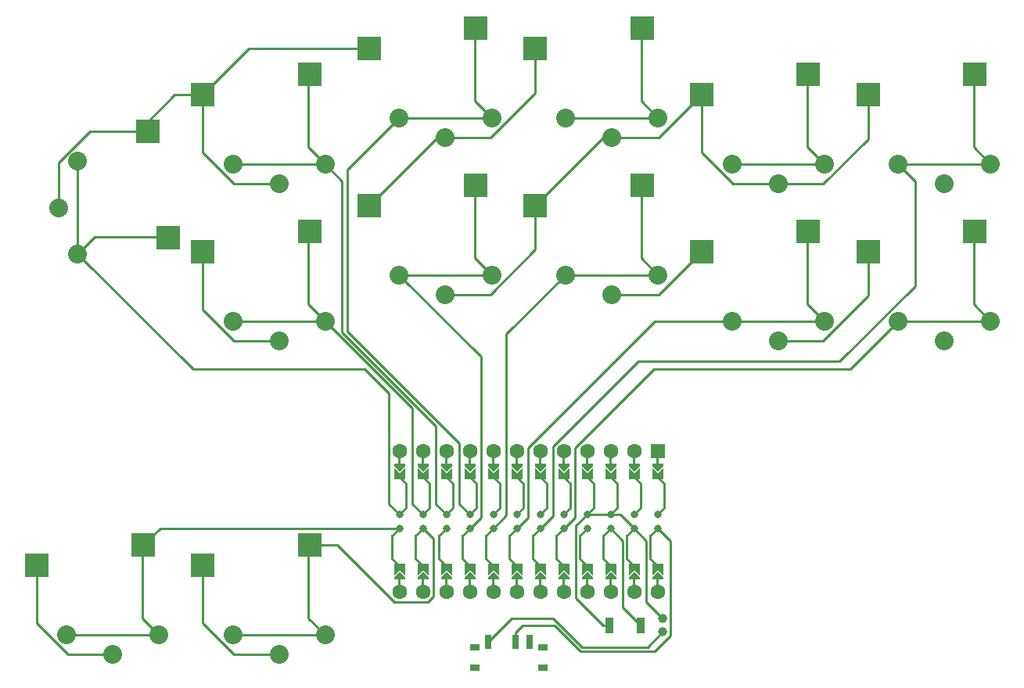
<source format=gbr>
%TF.GenerationSoftware,KiCad,Pcbnew,(5.1.10)-1*%
%TF.CreationDate,2022-08-11T13:18:27-05:00*%
%TF.ProjectId,lamia,6c616d69-612e-46b6-9963-61645f706362,v1.0.0*%
%TF.SameCoordinates,Original*%
%TF.FileFunction,Copper,L1,Top*%
%TF.FilePolarity,Positive*%
%FSLAX46Y46*%
G04 Gerber Fmt 4.6, Leading zero omitted, Abs format (unit mm)*
G04 Created by KiCad (PCBNEW (5.1.10)-1) date 2022-08-11 13:18:27*
%MOMM*%
%LPD*%
G01*
G04 APERTURE LIST*
%TA.AperFunction,SMDPad,CuDef*%
%ADD10R,2.600000X2.600000*%
%TD*%
%TA.AperFunction,ComponentPad*%
%ADD11C,2.032000*%
%TD*%
%TA.AperFunction,SMDPad,CuDef*%
%ADD12C,0.100000*%
%TD*%
%TA.AperFunction,ComponentPad*%
%ADD13C,1.600000*%
%TD*%
%TA.AperFunction,ComponentPad*%
%ADD14R,1.600000X1.600000*%
%TD*%
%TA.AperFunction,ComponentPad*%
%ADD15C,0.800000*%
%TD*%
%TA.AperFunction,SMDPad,CuDef*%
%ADD16R,0.700000X1.500000*%
%TD*%
%TA.AperFunction,SMDPad,CuDef*%
%ADD17R,1.000000X0.800000*%
%TD*%
%TA.AperFunction,SMDPad,CuDef*%
%ADD18R,0.900000X1.700000*%
%TD*%
%TA.AperFunction,ComponentPad*%
%ADD19C,1.000000*%
%TD*%
%TA.AperFunction,Conductor*%
%ADD20C,0.250000*%
%TD*%
G04 APERTURE END LIST*
D10*
%TO.P,S1,1*%
%TO.N,P9*%
X5950000Y-3275000D03*
%TO.P,S1,2*%
%TO.N,GND*%
X3750000Y8275000D03*
%TD*%
D11*
%TO.P,S2,1*%
%TO.N,P9*%
X-3800000Y5000000D03*
%TO.P,S2,2*%
%TO.N,GND*%
X-5900000Y0D03*
%TO.P,S2,1*%
%TO.N,P9*%
X-3800000Y-5000000D03*
%TO.P,S2,2*%
%TO.N,GND*%
X-5900000Y0D03*
%TD*%
D10*
%TO.P,S3,1*%
%TO.N,P8*%
X21275000Y-2550000D03*
%TO.P,S3,2*%
%TO.N,GND*%
X9725000Y-4750000D03*
%TD*%
D11*
%TO.P,S4,1*%
%TO.N,P8*%
X13000000Y-12300000D03*
%TO.P,S4,2*%
%TO.N,GND*%
X18000000Y-14400000D03*
%TO.P,S4,1*%
%TO.N,P8*%
X23000000Y-12300000D03*
%TO.P,S4,2*%
%TO.N,GND*%
X18000000Y-14400000D03*
%TD*%
D10*
%TO.P,S5,1*%
%TO.N,P7*%
X21275000Y14450000D03*
%TO.P,S5,2*%
%TO.N,GND*%
X9725000Y12250000D03*
%TD*%
D11*
%TO.P,S6,1*%
%TO.N,P7*%
X13000000Y4700000D03*
%TO.P,S6,2*%
%TO.N,GND*%
X18000000Y2600000D03*
%TO.P,S6,1*%
%TO.N,P7*%
X23000000Y4700000D03*
%TO.P,S6,2*%
%TO.N,GND*%
X18000000Y2600000D03*
%TD*%
D10*
%TO.P,S7,1*%
%TO.N,P15*%
X39275000Y2450000D03*
%TO.P,S7,2*%
%TO.N,GND*%
X27725000Y250000D03*
%TD*%
D11*
%TO.P,S8,1*%
%TO.N,P15*%
X31000000Y-7300000D03*
%TO.P,S8,2*%
%TO.N,GND*%
X36000000Y-9400000D03*
%TO.P,S8,1*%
%TO.N,P15*%
X41000000Y-7300000D03*
%TO.P,S8,2*%
%TO.N,GND*%
X36000000Y-9400000D03*
%TD*%
D10*
%TO.P,S9,1*%
%TO.N,P6*%
X39275000Y19450000D03*
%TO.P,S9,2*%
%TO.N,GND*%
X27725000Y17250000D03*
%TD*%
D11*
%TO.P,S10,1*%
%TO.N,P6*%
X31000000Y9700000D03*
%TO.P,S10,2*%
%TO.N,GND*%
X36000000Y7600000D03*
%TO.P,S10,1*%
%TO.N,P6*%
X41000000Y9700000D03*
%TO.P,S10,2*%
%TO.N,GND*%
X36000000Y7600000D03*
%TD*%
D10*
%TO.P,S11,1*%
%TO.N,P18*%
X57275000Y2450000D03*
%TO.P,S11,2*%
%TO.N,GND*%
X45725000Y250000D03*
%TD*%
D11*
%TO.P,S12,1*%
%TO.N,P18*%
X49000000Y-7300000D03*
%TO.P,S12,2*%
%TO.N,GND*%
X54000000Y-9400000D03*
%TO.P,S12,1*%
%TO.N,P18*%
X59000000Y-7300000D03*
%TO.P,S12,2*%
%TO.N,GND*%
X54000000Y-9400000D03*
%TD*%
D10*
%TO.P,S13,1*%
%TO.N,P5*%
X57275000Y19450000D03*
%TO.P,S13,2*%
%TO.N,GND*%
X45725000Y17250000D03*
%TD*%
D11*
%TO.P,S14,1*%
%TO.N,P5*%
X49000000Y9700000D03*
%TO.P,S14,2*%
%TO.N,GND*%
X54000000Y7600000D03*
%TO.P,S14,1*%
%TO.N,P5*%
X59000000Y9700000D03*
%TO.P,S14,2*%
%TO.N,GND*%
X54000000Y7600000D03*
%TD*%
D10*
%TO.P,S15,1*%
%TO.N,P19*%
X75275000Y-2550000D03*
%TO.P,S15,2*%
%TO.N,GND*%
X63725000Y-4750000D03*
%TD*%
D11*
%TO.P,S16,1*%
%TO.N,P19*%
X67000000Y-12300000D03*
%TO.P,S16,2*%
%TO.N,GND*%
X72000000Y-14400000D03*
%TO.P,S16,1*%
%TO.N,P19*%
X77000000Y-12300000D03*
%TO.P,S16,2*%
%TO.N,GND*%
X72000000Y-14400000D03*
%TD*%
D10*
%TO.P,S17,1*%
%TO.N,P4*%
X75275000Y14450000D03*
%TO.P,S17,2*%
%TO.N,GND*%
X63725000Y12250000D03*
%TD*%
D11*
%TO.P,S18,1*%
%TO.N,P4*%
X67000000Y4700000D03*
%TO.P,S18,2*%
%TO.N,GND*%
X72000000Y2600000D03*
%TO.P,S18,1*%
%TO.N,P4*%
X77000000Y4700000D03*
%TO.P,S18,2*%
%TO.N,GND*%
X72000000Y2600000D03*
%TD*%
D10*
%TO.P,S19,1*%
%TO.N,P21*%
X93275000Y-2550000D03*
%TO.P,S19,2*%
%TO.N,GND*%
X81725000Y-4750000D03*
%TD*%
D11*
%TO.P,S20,1*%
%TO.N,P21*%
X85000000Y-12300000D03*
%TO.P,S20,2*%
%TO.N,GND*%
X90000000Y-14400000D03*
%TO.P,S20,1*%
%TO.N,P21*%
X95000000Y-12300000D03*
%TO.P,S20,2*%
%TO.N,GND*%
X90000000Y-14400000D03*
%TD*%
D10*
%TO.P,S21,1*%
%TO.N,P20*%
X93275000Y14450000D03*
%TO.P,S21,2*%
%TO.N,GND*%
X81725000Y12250000D03*
%TD*%
D11*
%TO.P,S22,1*%
%TO.N,P20*%
X85000000Y4700000D03*
%TO.P,S22,2*%
%TO.N,GND*%
X90000000Y2600000D03*
%TO.P,S22,1*%
%TO.N,P20*%
X95000000Y4700000D03*
%TO.P,S22,2*%
%TO.N,GND*%
X90000000Y2600000D03*
%TD*%
D10*
%TO.P,S23,1*%
%TO.N,P10*%
X3275000Y-36550000D03*
%TO.P,S23,2*%
%TO.N,GND*%
X-8275000Y-38750000D03*
%TD*%
D11*
%TO.P,S24,1*%
%TO.N,P10*%
X-5000000Y-46300000D03*
%TO.P,S24,2*%
%TO.N,GND*%
X0Y-48400000D03*
%TO.P,S24,1*%
%TO.N,P10*%
X5000000Y-46300000D03*
%TO.P,S24,2*%
%TO.N,GND*%
X0Y-48400000D03*
%TD*%
D10*
%TO.P,S25,1*%
%TO.N,P16*%
X21275000Y-36550000D03*
%TO.P,S25,2*%
%TO.N,GND*%
X9725000Y-38750000D03*
%TD*%
D11*
%TO.P,S26,1*%
%TO.N,P16*%
X13000000Y-46300000D03*
%TO.P,S26,2*%
%TO.N,GND*%
X18000000Y-48400000D03*
%TO.P,S26,1*%
%TO.N,P16*%
X23000000Y-46300000D03*
%TO.P,S26,2*%
%TO.N,GND*%
X18000000Y-48400000D03*
%TD*%
%TA.AperFunction,SMDPad,CuDef*%
D12*
%TO.P,MCU1,2*%
%TO.N,GND*%
G36*
X56417368Y-38950360D02*
G01*
X56405293Y-38948534D01*
X56393454Y-38945538D01*
X56381963Y-38941401D01*
X56370931Y-38936163D01*
X56360463Y-38929873D01*
X56350659Y-38922591D01*
X56341612Y-38914388D01*
X55575611Y-38148388D01*
X55575326Y-38148099D01*
X55575304Y-38148079D01*
X55575281Y-38148053D01*
X55574386Y-38147146D01*
X55570759Y-38143032D01*
X55567132Y-38139004D01*
X55566743Y-38138476D01*
X55566309Y-38137984D01*
X55563124Y-38133568D01*
X55559885Y-38129174D01*
X55559548Y-38128609D01*
X55559166Y-38128079D01*
X55556418Y-38123357D01*
X55553632Y-38118684D01*
X55553355Y-38118095D01*
X55553023Y-38117525D01*
X55550737Y-38112532D01*
X55548432Y-38107634D01*
X55548214Y-38107021D01*
X55547939Y-38106421D01*
X55546154Y-38101236D01*
X55544335Y-38096129D01*
X55544177Y-38095496D01*
X55543963Y-38094874D01*
X55542692Y-38089539D01*
X55541381Y-38084279D01*
X55541286Y-38083635D01*
X55541133Y-38082993D01*
X55540383Y-38077524D01*
X55539597Y-38072198D01*
X55539566Y-38071556D01*
X55539475Y-38070895D01*
X55539264Y-38065399D01*
X55539000Y-38060000D01*
X55539000Y-35528000D01*
X55539003Y-35527602D01*
X55539001Y-35527564D01*
X55539003Y-35527520D01*
X55539012Y-35526255D01*
X55539353Y-35520837D01*
X55539639Y-35515369D01*
X55539738Y-35514713D01*
X55539779Y-35514066D01*
X55540643Y-35508734D01*
X55541466Y-35503293D01*
X55541628Y-35502653D01*
X55541732Y-35502011D01*
X55543122Y-35496749D01*
X55544462Y-35491454D01*
X55544683Y-35490840D01*
X55544851Y-35490204D01*
X55546752Y-35485091D01*
X55548598Y-35479964D01*
X55548880Y-35479370D01*
X55549108Y-35478757D01*
X55551488Y-35473879D01*
X55553837Y-35468931D01*
X55554177Y-35468365D01*
X55554462Y-35467781D01*
X55557303Y-35463162D01*
X55560127Y-35458463D01*
X55560518Y-35457936D01*
X55560861Y-35457379D01*
X55564156Y-35453038D01*
X55567408Y-35448659D01*
X55567848Y-35448174D01*
X55568244Y-35447652D01*
X55571941Y-35443660D01*
X55575611Y-35439612D01*
X56341612Y-34673612D01*
X56342854Y-34672386D01*
X56344509Y-34670927D01*
X56346055Y-34669381D01*
X56349060Y-34666915D01*
X56352015Y-34664310D01*
X56353827Y-34663003D01*
X56355538Y-34661599D01*
X56358743Y-34659457D01*
X56361920Y-34657166D01*
X56363875Y-34656028D01*
X56365737Y-34654784D01*
X56369118Y-34652977D01*
X56372475Y-34651023D01*
X56374554Y-34650071D01*
X56376556Y-34649001D01*
X56380071Y-34647545D01*
X56383579Y-34645939D01*
X56385769Y-34645185D01*
X56387889Y-34644307D01*
X56391518Y-34643206D01*
X56395126Y-34641964D01*
X56397392Y-34641424D01*
X56399627Y-34640746D01*
X56403316Y-34640012D01*
X56407006Y-34639133D01*
X56409354Y-34638811D01*
X56411659Y-34638353D01*
X56415373Y-34637987D01*
X56419105Y-34637476D01*
X56421500Y-34637384D01*
X56423867Y-34637151D01*
X56427562Y-34637151D01*
X56431309Y-34637007D01*
X56433730Y-34637151D01*
X56436133Y-34637151D01*
X56439802Y-34637512D01*
X56443500Y-34637732D01*
X56445907Y-34638113D01*
X56448341Y-34638353D01*
X56451939Y-34639069D01*
X56455563Y-34639642D01*
X56457956Y-34640265D01*
X56460373Y-34640746D01*
X56463850Y-34641801D01*
X56467380Y-34642720D01*
X56469725Y-34643583D01*
X56472111Y-34644307D01*
X56475440Y-34645686D01*
X56478841Y-34646937D01*
X56481113Y-34648035D01*
X56483444Y-34649001D01*
X56485446Y-34650071D01*
X56486595Y-34650685D01*
X56489836Y-34652252D01*
X56492019Y-34653584D01*
X56494263Y-34654784D01*
X56497211Y-34656754D01*
X56500260Y-34658615D01*
X56502320Y-34660168D01*
X56504462Y-34661599D01*
X56507170Y-34663821D01*
X56510014Y-34665964D01*
X56511945Y-34667740D01*
X56513945Y-34669381D01*
X56516405Y-34671841D01*
X56519004Y-34674231D01*
X56520767Y-34676203D01*
X56522619Y-34678055D01*
X56524815Y-34680731D01*
X56527143Y-34683335D01*
X56528720Y-34685489D01*
X56530401Y-34687538D01*
X56532307Y-34690391D01*
X56534356Y-34693190D01*
X56535729Y-34695512D01*
X56537216Y-34697737D01*
X56538821Y-34700739D01*
X56540573Y-34703702D01*
X56541725Y-34706173D01*
X56542999Y-34708556D01*
X56544291Y-34711676D01*
X56545734Y-34714770D01*
X56546649Y-34717367D01*
X56547693Y-34719889D01*
X56548667Y-34723100D01*
X56549790Y-34726289D01*
X56550452Y-34728984D01*
X56551254Y-34731627D01*
X56551902Y-34734884D01*
X56552704Y-34738149D01*
X56553105Y-34740935D01*
X56553647Y-34743659D01*
X56553970Y-34746938D01*
X56554445Y-34750237D01*
X56554574Y-34753071D01*
X56554849Y-34755867D01*
X56554849Y-34759133D01*
X56554999Y-34762436D01*
X56554849Y-34765299D01*
X56554849Y-34768133D01*
X56554532Y-34771356D01*
X56554360Y-34774632D01*
X56553928Y-34777492D01*
X56553647Y-34780341D01*
X56553020Y-34783495D01*
X56552534Y-34786707D01*
X56551819Y-34789533D01*
X56551254Y-34792373D01*
X56550326Y-34795431D01*
X56549538Y-34798546D01*
X56548542Y-34801313D01*
X56547693Y-34804111D01*
X56546481Y-34807037D01*
X56545401Y-34810037D01*
X56544128Y-34812718D01*
X56542999Y-34815444D01*
X56541520Y-34818211D01*
X56540163Y-34821069D01*
X56538622Y-34823633D01*
X56537216Y-34826263D01*
X56535486Y-34828852D01*
X56533873Y-34831537D01*
X56532069Y-34833966D01*
X56530401Y-34836462D01*
X56528440Y-34838852D01*
X56526591Y-34841341D01*
X56524549Y-34843593D01*
X56522619Y-34845945D01*
X56520448Y-34848116D01*
X56518388Y-34850388D01*
X55789000Y-35579777D01*
X55789000Y-38008223D01*
X56518388Y-38737612D01*
X56519614Y-38738854D01*
X56527690Y-38748015D01*
X56534834Y-38757920D01*
X56540977Y-38768475D01*
X56546061Y-38779579D01*
X56550036Y-38791126D01*
X56552867Y-38803006D01*
X56554524Y-38815105D01*
X56554993Y-38827309D01*
X56554268Y-38839500D01*
X56552358Y-38851563D01*
X56549280Y-38863380D01*
X56545063Y-38874841D01*
X56539748Y-38885836D01*
X56533385Y-38896260D01*
X56526036Y-38906014D01*
X56517769Y-38915004D01*
X56508665Y-38923143D01*
X56498810Y-38930356D01*
X56488298Y-38936573D01*
X56477230Y-38941734D01*
X56465711Y-38945790D01*
X56453851Y-38948704D01*
X56441763Y-38950445D01*
X56429564Y-38950999D01*
X56417368Y-38950360D01*
G37*
%TD.AperFunction*%
D13*
%TO.P,MCU1,*%
%TO.N,*%
X58970000Y-26380000D03*
X56430000Y-26380000D03*
X53890000Y-26380000D03*
X51350000Y-26380000D03*
X48810000Y-26380000D03*
X46270000Y-26380000D03*
X43730000Y-26380000D03*
X41190000Y-26380000D03*
X38650000Y-26380000D03*
X36110000Y-26380000D03*
X33570000Y-26380000D03*
X31030000Y-26380000D03*
X31030000Y-41620000D03*
X33570000Y-41620000D03*
X36110000Y-41620000D03*
X38650000Y-41620000D03*
X41190000Y-41620000D03*
X43730000Y-41620000D03*
X46270000Y-41620000D03*
X48810000Y-41620000D03*
X51350000Y-41620000D03*
X53890000Y-41620000D03*
X56430000Y-41620000D03*
X58970000Y-41620000D03*
%TA.AperFunction,SMDPad,CuDef*%
D12*
G36*
X59570000Y-27958000D02*
G01*
X58970000Y-28558000D01*
X58370000Y-27958000D01*
X58370000Y-27758000D01*
X59570000Y-27758000D01*
X59570000Y-27958000D01*
G37*
%TD.AperFunction*%
%TA.AperFunction,SMDPad,CuDef*%
%TO.P,MCU1,24*%
%TO.N,P1*%
G36*
X59570000Y-29424000D02*
G01*
X58370000Y-29424000D01*
X58370000Y-28174000D01*
X58970000Y-28774000D01*
X59570000Y-28174000D01*
X59570000Y-29424000D01*
G37*
%TD.AperFunction*%
%TA.AperFunction,SMDPad,CuDef*%
%TO.P,MCU1,*%
%TO.N,*%
G36*
X59095000Y-28150000D02*
G01*
X58845000Y-28150000D01*
X58845000Y-27150000D01*
X59095000Y-27150000D01*
X59095000Y-28150000D01*
G37*
%TD.AperFunction*%
D14*
X58970000Y-26380000D03*
%TA.AperFunction,SMDPad,CuDef*%
D12*
G36*
X56555000Y-28150000D02*
G01*
X56305000Y-28150000D01*
X56305000Y-27150000D01*
X56555000Y-27150000D01*
X56555000Y-28150000D01*
G37*
%TD.AperFunction*%
%TA.AperFunction,SMDPad,CuDef*%
G36*
X57030000Y-27958000D02*
G01*
X56430000Y-28558000D01*
X55830000Y-27958000D01*
X55830000Y-27758000D01*
X57030000Y-27758000D01*
X57030000Y-27958000D01*
G37*
%TD.AperFunction*%
%TA.AperFunction,SMDPad,CuDef*%
%TO.P,MCU1,23*%
%TO.N,P0*%
G36*
X57030000Y-29424000D02*
G01*
X55830000Y-29424000D01*
X55830000Y-28174000D01*
X56430000Y-28774000D01*
X57030000Y-28174000D01*
X57030000Y-29424000D01*
G37*
%TD.AperFunction*%
%TA.AperFunction,SMDPad,CuDef*%
%TO.P,MCU1,*%
%TO.N,*%
G36*
X54015000Y-28150000D02*
G01*
X53765000Y-28150000D01*
X53765000Y-27150000D01*
X54015000Y-27150000D01*
X54015000Y-28150000D01*
G37*
%TD.AperFunction*%
%TA.AperFunction,SMDPad,CuDef*%
G36*
X54490000Y-27958000D02*
G01*
X53890000Y-28558000D01*
X53290000Y-27958000D01*
X53290000Y-27758000D01*
X54490000Y-27758000D01*
X54490000Y-27958000D01*
G37*
%TD.AperFunction*%
%TA.AperFunction,SMDPad,CuDef*%
%TO.P,MCU1,22*%
%TO.N,GND*%
G36*
X54490000Y-29424000D02*
G01*
X53290000Y-29424000D01*
X53290000Y-28174000D01*
X53890000Y-28774000D01*
X54490000Y-28174000D01*
X54490000Y-29424000D01*
G37*
%TD.AperFunction*%
%TA.AperFunction,SMDPad,CuDef*%
%TO.P,MCU1,*%
%TO.N,*%
G36*
X51475000Y-28150000D02*
G01*
X51225000Y-28150000D01*
X51225000Y-27150000D01*
X51475000Y-27150000D01*
X51475000Y-28150000D01*
G37*
%TD.AperFunction*%
%TA.AperFunction,SMDPad,CuDef*%
G36*
X51950000Y-27958000D02*
G01*
X51350000Y-28558000D01*
X50750000Y-27958000D01*
X50750000Y-27758000D01*
X51950000Y-27758000D01*
X51950000Y-27958000D01*
G37*
%TD.AperFunction*%
%TA.AperFunction,SMDPad,CuDef*%
%TO.P,MCU1,21*%
%TO.N,GND*%
G36*
X51950000Y-29424000D02*
G01*
X50750000Y-29424000D01*
X50750000Y-28174000D01*
X51350000Y-28774000D01*
X51950000Y-28174000D01*
X51950000Y-29424000D01*
G37*
%TD.AperFunction*%
%TA.AperFunction,SMDPad,CuDef*%
%TO.P,MCU1,*%
%TO.N,*%
G36*
X48935000Y-28150000D02*
G01*
X48685000Y-28150000D01*
X48685000Y-27150000D01*
X48935000Y-27150000D01*
X48935000Y-28150000D01*
G37*
%TD.AperFunction*%
%TA.AperFunction,SMDPad,CuDef*%
G36*
X49410000Y-27958000D02*
G01*
X48810000Y-28558000D01*
X48210000Y-27958000D01*
X48210000Y-27758000D01*
X49410000Y-27758000D01*
X49410000Y-27958000D01*
G37*
%TD.AperFunction*%
%TA.AperFunction,SMDPad,CuDef*%
%TO.P,MCU1,20*%
%TO.N,P2*%
G36*
X49410000Y-29424000D02*
G01*
X48210000Y-29424000D01*
X48210000Y-28174000D01*
X48810000Y-28774000D01*
X49410000Y-28174000D01*
X49410000Y-29424000D01*
G37*
%TD.AperFunction*%
%TA.AperFunction,SMDPad,CuDef*%
%TO.P,MCU1,*%
%TO.N,*%
G36*
X46395000Y-28150000D02*
G01*
X46145000Y-28150000D01*
X46145000Y-27150000D01*
X46395000Y-27150000D01*
X46395000Y-28150000D01*
G37*
%TD.AperFunction*%
%TA.AperFunction,SMDPad,CuDef*%
G36*
X46870000Y-27958000D02*
G01*
X46270000Y-28558000D01*
X45670000Y-27958000D01*
X45670000Y-27758000D01*
X46870000Y-27758000D01*
X46870000Y-27958000D01*
G37*
%TD.AperFunction*%
%TA.AperFunction,SMDPad,CuDef*%
%TO.P,MCU1,19*%
%TO.N,P3*%
G36*
X46870000Y-29424000D02*
G01*
X45670000Y-29424000D01*
X45670000Y-28174000D01*
X46270000Y-28774000D01*
X46870000Y-28174000D01*
X46870000Y-29424000D01*
G37*
%TD.AperFunction*%
%TA.AperFunction,SMDPad,CuDef*%
%TO.P,MCU1,*%
%TO.N,*%
G36*
X43855000Y-28150000D02*
G01*
X43605000Y-28150000D01*
X43605000Y-27150000D01*
X43855000Y-27150000D01*
X43855000Y-28150000D01*
G37*
%TD.AperFunction*%
%TA.AperFunction,SMDPad,CuDef*%
G36*
X44330000Y-27958000D02*
G01*
X43730000Y-28558000D01*
X43130000Y-27958000D01*
X43130000Y-27758000D01*
X44330000Y-27758000D01*
X44330000Y-27958000D01*
G37*
%TD.AperFunction*%
%TA.AperFunction,SMDPad,CuDef*%
%TO.P,MCU1,18*%
%TO.N,P4*%
G36*
X44330000Y-29424000D02*
G01*
X43130000Y-29424000D01*
X43130000Y-28174000D01*
X43730000Y-28774000D01*
X44330000Y-28174000D01*
X44330000Y-29424000D01*
G37*
%TD.AperFunction*%
%TA.AperFunction,SMDPad,CuDef*%
%TO.P,MCU1,*%
%TO.N,*%
G36*
X41315000Y-28150000D02*
G01*
X41065000Y-28150000D01*
X41065000Y-27150000D01*
X41315000Y-27150000D01*
X41315000Y-28150000D01*
G37*
%TD.AperFunction*%
%TA.AperFunction,SMDPad,CuDef*%
G36*
X41790000Y-27958000D02*
G01*
X41190000Y-28558000D01*
X40590000Y-27958000D01*
X40590000Y-27758000D01*
X41790000Y-27758000D01*
X41790000Y-27958000D01*
G37*
%TD.AperFunction*%
%TA.AperFunction,SMDPad,CuDef*%
%TO.P,MCU1,17*%
%TO.N,P5*%
G36*
X41790000Y-29424000D02*
G01*
X40590000Y-29424000D01*
X40590000Y-28174000D01*
X41190000Y-28774000D01*
X41790000Y-28174000D01*
X41790000Y-29424000D01*
G37*
%TD.AperFunction*%
%TA.AperFunction,SMDPad,CuDef*%
%TO.P,MCU1,*%
%TO.N,*%
G36*
X38775000Y-28150000D02*
G01*
X38525000Y-28150000D01*
X38525000Y-27150000D01*
X38775000Y-27150000D01*
X38775000Y-28150000D01*
G37*
%TD.AperFunction*%
%TA.AperFunction,SMDPad,CuDef*%
G36*
X39250000Y-27958000D02*
G01*
X38650000Y-28558000D01*
X38050000Y-27958000D01*
X38050000Y-27758000D01*
X39250000Y-27758000D01*
X39250000Y-27958000D01*
G37*
%TD.AperFunction*%
%TA.AperFunction,SMDPad,CuDef*%
%TO.P,MCU1,16*%
%TO.N,P6*%
G36*
X39250000Y-29424000D02*
G01*
X38050000Y-29424000D01*
X38050000Y-28174000D01*
X38650000Y-28774000D01*
X39250000Y-28174000D01*
X39250000Y-29424000D01*
G37*
%TD.AperFunction*%
%TA.AperFunction,SMDPad,CuDef*%
%TO.P,MCU1,*%
%TO.N,*%
G36*
X36235000Y-28150000D02*
G01*
X35985000Y-28150000D01*
X35985000Y-27150000D01*
X36235000Y-27150000D01*
X36235000Y-28150000D01*
G37*
%TD.AperFunction*%
%TA.AperFunction,SMDPad,CuDef*%
G36*
X36710000Y-27958000D02*
G01*
X36110000Y-28558000D01*
X35510000Y-27958000D01*
X35510000Y-27758000D01*
X36710000Y-27758000D01*
X36710000Y-27958000D01*
G37*
%TD.AperFunction*%
%TA.AperFunction,SMDPad,CuDef*%
%TO.P,MCU1,15*%
%TO.N,P7*%
G36*
X36710000Y-29424000D02*
G01*
X35510000Y-29424000D01*
X35510000Y-28174000D01*
X36110000Y-28774000D01*
X36710000Y-28174000D01*
X36710000Y-29424000D01*
G37*
%TD.AperFunction*%
%TA.AperFunction,SMDPad,CuDef*%
%TO.P,MCU1,*%
%TO.N,*%
G36*
X33695000Y-28150000D02*
G01*
X33445000Y-28150000D01*
X33445000Y-27150000D01*
X33695000Y-27150000D01*
X33695000Y-28150000D01*
G37*
%TD.AperFunction*%
%TA.AperFunction,SMDPad,CuDef*%
G36*
X34170000Y-27958000D02*
G01*
X33570000Y-28558000D01*
X32970000Y-27958000D01*
X32970000Y-27758000D01*
X34170000Y-27758000D01*
X34170000Y-27958000D01*
G37*
%TD.AperFunction*%
%TA.AperFunction,SMDPad,CuDef*%
%TO.P,MCU1,14*%
%TO.N,P8*%
G36*
X34170000Y-29424000D02*
G01*
X32970000Y-29424000D01*
X32970000Y-28174000D01*
X33570000Y-28774000D01*
X34170000Y-28174000D01*
X34170000Y-29424000D01*
G37*
%TD.AperFunction*%
%TA.AperFunction,SMDPad,CuDef*%
%TO.P,MCU1,*%
%TO.N,*%
G36*
X31155000Y-28150000D02*
G01*
X30905000Y-28150000D01*
X30905000Y-27150000D01*
X31155000Y-27150000D01*
X31155000Y-28150000D01*
G37*
%TD.AperFunction*%
%TA.AperFunction,SMDPad,CuDef*%
G36*
X31630000Y-27958000D02*
G01*
X31030000Y-28558000D01*
X30430000Y-27958000D01*
X30430000Y-27758000D01*
X31630000Y-27758000D01*
X31630000Y-27958000D01*
G37*
%TD.AperFunction*%
%TA.AperFunction,SMDPad,CuDef*%
%TO.P,MCU1,13*%
%TO.N,P9*%
G36*
X31630000Y-29424000D02*
G01*
X30430000Y-29424000D01*
X30430000Y-28174000D01*
X31030000Y-28774000D01*
X31630000Y-28174000D01*
X31630000Y-29424000D01*
G37*
%TD.AperFunction*%
%TA.AperFunction,SMDPad,CuDef*%
%TO.P,MCU1,1*%
%TO.N,RAW*%
G36*
X58370000Y-38576000D02*
G01*
X59570000Y-38576000D01*
X59570000Y-39826000D01*
X58970000Y-39226000D01*
X58370000Y-39826000D01*
X58370000Y-38576000D01*
G37*
%TD.AperFunction*%
%TA.AperFunction,SMDPad,CuDef*%
%TO.P,MCU1,3*%
%TO.N,RST*%
G36*
X53290000Y-38576000D02*
G01*
X54490000Y-38576000D01*
X54490000Y-39826000D01*
X53890000Y-39226000D01*
X53290000Y-39826000D01*
X53290000Y-38576000D01*
G37*
%TD.AperFunction*%
%TA.AperFunction,SMDPad,CuDef*%
%TO.P,MCU1,*%
%TO.N,*%
G36*
X53765000Y-39850000D02*
G01*
X54015000Y-39850000D01*
X54015000Y-40850000D01*
X53765000Y-40850000D01*
X53765000Y-39850000D01*
G37*
%TD.AperFunction*%
%TA.AperFunction,SMDPad,CuDef*%
G36*
X53290000Y-40042000D02*
G01*
X53890000Y-39442000D01*
X54490000Y-40042000D01*
X54490000Y-40242000D01*
X53290000Y-40242000D01*
X53290000Y-40042000D01*
G37*
%TD.AperFunction*%
%TA.AperFunction,SMDPad,CuDef*%
G36*
X58370000Y-40042000D02*
G01*
X58970000Y-39442000D01*
X59570000Y-40042000D01*
X59570000Y-40242000D01*
X58370000Y-40242000D01*
X58370000Y-40042000D01*
G37*
%TD.AperFunction*%
%TA.AperFunction,SMDPad,CuDef*%
G36*
X56305000Y-39850000D02*
G01*
X56555000Y-39850000D01*
X56555000Y-40850000D01*
X56305000Y-40850000D01*
X56305000Y-39850000D01*
G37*
%TD.AperFunction*%
%TA.AperFunction,SMDPad,CuDef*%
%TO.P,MCU1,2*%
%TO.N,GND*%
G36*
X55830000Y-38576000D02*
G01*
X57030000Y-38576000D01*
X57030000Y-39826000D01*
X56430000Y-39226000D01*
X55830000Y-39826000D01*
X55830000Y-38576000D01*
G37*
%TD.AperFunction*%
%TA.AperFunction,SMDPad,CuDef*%
%TO.P,MCU1,*%
%TO.N,*%
G36*
X58845000Y-39850000D02*
G01*
X59095000Y-39850000D01*
X59095000Y-40850000D01*
X58845000Y-40850000D01*
X58845000Y-39850000D01*
G37*
%TD.AperFunction*%
%TA.AperFunction,SMDPad,CuDef*%
%TO.P,MCU1,4*%
%TO.N,VCC*%
G36*
X50750000Y-38576000D02*
G01*
X51950000Y-38576000D01*
X51950000Y-39826000D01*
X51350000Y-39226000D01*
X50750000Y-39826000D01*
X50750000Y-38576000D01*
G37*
%TD.AperFunction*%
%TA.AperFunction,SMDPad,CuDef*%
%TO.P,MCU1,*%
%TO.N,*%
G36*
X55830000Y-40042000D02*
G01*
X56430000Y-39442000D01*
X57030000Y-40042000D01*
X57030000Y-40242000D01*
X55830000Y-40242000D01*
X55830000Y-40042000D01*
G37*
%TD.AperFunction*%
%TA.AperFunction,SMDPad,CuDef*%
G36*
X50750000Y-40042000D02*
G01*
X51350000Y-39442000D01*
X51950000Y-40042000D01*
X51950000Y-40242000D01*
X50750000Y-40242000D01*
X50750000Y-40042000D01*
G37*
%TD.AperFunction*%
%TA.AperFunction,SMDPad,CuDef*%
%TO.P,MCU1,6*%
%TO.N,P20*%
G36*
X45670000Y-38576000D02*
G01*
X46870000Y-38576000D01*
X46870000Y-39826000D01*
X46270000Y-39226000D01*
X45670000Y-39826000D01*
X45670000Y-38576000D01*
G37*
%TD.AperFunction*%
%TA.AperFunction,SMDPad,CuDef*%
%TO.P,MCU1,7*%
%TO.N,P19*%
G36*
X43130000Y-38576000D02*
G01*
X44330000Y-38576000D01*
X44330000Y-39826000D01*
X43730000Y-39226000D01*
X43130000Y-39826000D01*
X43130000Y-38576000D01*
G37*
%TD.AperFunction*%
%TA.AperFunction,SMDPad,CuDef*%
%TO.P,MCU1,*%
%TO.N,*%
G36*
X30905000Y-39850000D02*
G01*
X31155000Y-39850000D01*
X31155000Y-40850000D01*
X30905000Y-40850000D01*
X30905000Y-39850000D01*
G37*
%TD.AperFunction*%
%TA.AperFunction,SMDPad,CuDef*%
G36*
X43130000Y-40042000D02*
G01*
X43730000Y-39442000D01*
X44330000Y-40042000D01*
X44330000Y-40242000D01*
X43130000Y-40242000D01*
X43130000Y-40042000D01*
G37*
%TD.AperFunction*%
%TA.AperFunction,SMDPad,CuDef*%
G36*
X35985000Y-39850000D02*
G01*
X36235000Y-39850000D01*
X36235000Y-40850000D01*
X35985000Y-40850000D01*
X35985000Y-39850000D01*
G37*
%TD.AperFunction*%
%TA.AperFunction,SMDPad,CuDef*%
%TO.P,MCU1,8*%
%TO.N,P18*%
G36*
X40590000Y-38576000D02*
G01*
X41790000Y-38576000D01*
X41790000Y-39826000D01*
X41190000Y-39226000D01*
X40590000Y-39826000D01*
X40590000Y-38576000D01*
G37*
%TD.AperFunction*%
%TA.AperFunction,SMDPad,CuDef*%
%TO.P,MCU1,*%
%TO.N,*%
G36*
X43605000Y-39850000D02*
G01*
X43855000Y-39850000D01*
X43855000Y-40850000D01*
X43605000Y-40850000D01*
X43605000Y-39850000D01*
G37*
%TD.AperFunction*%
%TA.AperFunction,SMDPad,CuDef*%
%TO.P,MCU1,12*%
%TO.N,P10*%
G36*
X30430000Y-38576000D02*
G01*
X31630000Y-38576000D01*
X31630000Y-39826000D01*
X31030000Y-39226000D01*
X30430000Y-39826000D01*
X30430000Y-38576000D01*
G37*
%TD.AperFunction*%
%TA.AperFunction,SMDPad,CuDef*%
%TO.P,MCU1,*%
%TO.N,*%
G36*
X40590000Y-40042000D02*
G01*
X41190000Y-39442000D01*
X41790000Y-40042000D01*
X41790000Y-40242000D01*
X40590000Y-40242000D01*
X40590000Y-40042000D01*
G37*
%TD.AperFunction*%
%TA.AperFunction,SMDPad,CuDef*%
G36*
X38525000Y-39850000D02*
G01*
X38775000Y-39850000D01*
X38775000Y-40850000D01*
X38525000Y-40850000D01*
X38525000Y-39850000D01*
G37*
%TD.AperFunction*%
%TA.AperFunction,SMDPad,CuDef*%
G36*
X30430000Y-40042000D02*
G01*
X31030000Y-39442000D01*
X31630000Y-40042000D01*
X31630000Y-40242000D01*
X30430000Y-40242000D01*
X30430000Y-40042000D01*
G37*
%TD.AperFunction*%
%TA.AperFunction,SMDPad,CuDef*%
G36*
X48685000Y-39850000D02*
G01*
X48935000Y-39850000D01*
X48935000Y-40850000D01*
X48685000Y-40850000D01*
X48685000Y-39850000D01*
G37*
%TD.AperFunction*%
%TA.AperFunction,SMDPad,CuDef*%
G36*
X41065000Y-39850000D02*
G01*
X41315000Y-39850000D01*
X41315000Y-40850000D01*
X41065000Y-40850000D01*
X41065000Y-39850000D01*
G37*
%TD.AperFunction*%
%TA.AperFunction,SMDPad,CuDef*%
G36*
X46145000Y-39850000D02*
G01*
X46395000Y-39850000D01*
X46395000Y-40850000D01*
X46145000Y-40850000D01*
X46145000Y-39850000D01*
G37*
%TD.AperFunction*%
%TA.AperFunction,SMDPad,CuDef*%
%TO.P,MCU1,9*%
%TO.N,P15*%
G36*
X38050000Y-38576000D02*
G01*
X39250000Y-38576000D01*
X39250000Y-39826000D01*
X38650000Y-39226000D01*
X38050000Y-39826000D01*
X38050000Y-38576000D01*
G37*
%TD.AperFunction*%
%TA.AperFunction,SMDPad,CuDef*%
%TO.P,MCU1,*%
%TO.N,*%
G36*
X51225000Y-39850000D02*
G01*
X51475000Y-39850000D01*
X51475000Y-40850000D01*
X51225000Y-40850000D01*
X51225000Y-39850000D01*
G37*
%TD.AperFunction*%
%TA.AperFunction,SMDPad,CuDef*%
G36*
X48210000Y-40042000D02*
G01*
X48810000Y-39442000D01*
X49410000Y-40042000D01*
X49410000Y-40242000D01*
X48210000Y-40242000D01*
X48210000Y-40042000D01*
G37*
%TD.AperFunction*%
%TA.AperFunction,SMDPad,CuDef*%
G36*
X45670000Y-40042000D02*
G01*
X46270000Y-39442000D01*
X46870000Y-40042000D01*
X46870000Y-40242000D01*
X45670000Y-40242000D01*
X45670000Y-40042000D01*
G37*
%TD.AperFunction*%
%TA.AperFunction,SMDPad,CuDef*%
G36*
X38050000Y-40042000D02*
G01*
X38650000Y-39442000D01*
X39250000Y-40042000D01*
X39250000Y-40242000D01*
X38050000Y-40242000D01*
X38050000Y-40042000D01*
G37*
%TD.AperFunction*%
%TA.AperFunction,SMDPad,CuDef*%
%TO.P,MCU1,10*%
%TO.N,P14*%
G36*
X35510000Y-38576000D02*
G01*
X36710000Y-38576000D01*
X36710000Y-39826000D01*
X36110000Y-39226000D01*
X35510000Y-39826000D01*
X35510000Y-38576000D01*
G37*
%TD.AperFunction*%
%TA.AperFunction,SMDPad,CuDef*%
%TO.P,MCU1,*%
%TO.N,*%
G36*
X35510000Y-40042000D02*
G01*
X36110000Y-39442000D01*
X36710000Y-40042000D01*
X36710000Y-40242000D01*
X35510000Y-40242000D01*
X35510000Y-40042000D01*
G37*
%TD.AperFunction*%
%TA.AperFunction,SMDPad,CuDef*%
G36*
X32970000Y-40042000D02*
G01*
X33570000Y-39442000D01*
X34170000Y-40042000D01*
X34170000Y-40242000D01*
X32970000Y-40242000D01*
X32970000Y-40042000D01*
G37*
%TD.AperFunction*%
%TA.AperFunction,SMDPad,CuDef*%
%TO.P,MCU1,11*%
%TO.N,P16*%
G36*
X32970000Y-38576000D02*
G01*
X34170000Y-38576000D01*
X34170000Y-39826000D01*
X33570000Y-39226000D01*
X32970000Y-39826000D01*
X32970000Y-38576000D01*
G37*
%TD.AperFunction*%
%TA.AperFunction,SMDPad,CuDef*%
%TO.P,MCU1,*%
%TO.N,*%
G36*
X33445000Y-39850000D02*
G01*
X33695000Y-39850000D01*
X33695000Y-40850000D01*
X33445000Y-40850000D01*
X33445000Y-39850000D01*
G37*
%TD.AperFunction*%
%TA.AperFunction,SMDPad,CuDef*%
%TO.P,MCU1,5*%
%TO.N,P21*%
G36*
X48210000Y-38576000D02*
G01*
X49410000Y-38576000D01*
X49410000Y-39826000D01*
X48810000Y-39226000D01*
X48210000Y-39826000D01*
X48210000Y-38576000D01*
G37*
%TD.AperFunction*%
%TA.AperFunction,SMDPad,CuDef*%
%TO.P,MCU1,23*%
%TO.N,P0*%
G36*
X56442632Y-29049640D02*
G01*
X56454707Y-29051466D01*
X56466546Y-29054462D01*
X56478037Y-29058599D01*
X56489069Y-29063837D01*
X56499537Y-29070127D01*
X56509341Y-29077409D01*
X56518388Y-29085612D01*
X57280389Y-29847612D01*
X57280674Y-29847901D01*
X57280696Y-29847921D01*
X57280719Y-29847947D01*
X57281614Y-29848854D01*
X57285241Y-29852968D01*
X57288868Y-29856996D01*
X57289257Y-29857524D01*
X57289691Y-29858016D01*
X57292876Y-29862432D01*
X57296115Y-29866826D01*
X57296452Y-29867391D01*
X57296834Y-29867921D01*
X57299582Y-29872643D01*
X57302368Y-29877316D01*
X57302645Y-29877905D01*
X57302977Y-29878475D01*
X57305263Y-29883468D01*
X57307568Y-29888366D01*
X57307786Y-29888979D01*
X57308061Y-29889579D01*
X57309846Y-29894764D01*
X57311665Y-29899871D01*
X57311823Y-29900504D01*
X57312037Y-29901126D01*
X57313310Y-29906471D01*
X57314619Y-29911721D01*
X57314714Y-29912363D01*
X57314867Y-29913006D01*
X57315618Y-29918483D01*
X57316403Y-29923802D01*
X57316434Y-29924444D01*
X57316525Y-29925105D01*
X57316736Y-29930601D01*
X57317000Y-29936000D01*
X57317000Y-32476000D01*
X57316997Y-32476398D01*
X57316999Y-32476436D01*
X57316997Y-32476480D01*
X57316988Y-32477745D01*
X57316644Y-32483213D01*
X57316360Y-32488632D01*
X57316262Y-32489278D01*
X57316221Y-32489934D01*
X57315351Y-32495301D01*
X57314534Y-32500707D01*
X57314372Y-32501347D01*
X57314268Y-32501989D01*
X57312878Y-32507251D01*
X57311538Y-32512546D01*
X57311317Y-32513159D01*
X57311149Y-32513796D01*
X57309230Y-32518955D01*
X57307401Y-32524036D01*
X57307123Y-32524621D01*
X57306892Y-32525243D01*
X57304496Y-32530156D01*
X57302163Y-32535069D01*
X57301823Y-32535635D01*
X57301538Y-32536219D01*
X57298697Y-32540838D01*
X57295873Y-32545537D01*
X57295482Y-32546064D01*
X57295139Y-32546621D01*
X57291844Y-32550962D01*
X57288592Y-32555341D01*
X57288152Y-32555826D01*
X57287756Y-32556348D01*
X57284059Y-32560340D01*
X57280389Y-32564388D01*
X56518388Y-33326388D01*
X56517146Y-33327614D01*
X56515491Y-33329073D01*
X56513945Y-33330619D01*
X56510940Y-33333085D01*
X56507985Y-33335690D01*
X56506173Y-33336997D01*
X56504462Y-33338401D01*
X56501257Y-33340543D01*
X56498080Y-33342834D01*
X56496125Y-33343972D01*
X56494263Y-33345216D01*
X56490882Y-33347023D01*
X56487525Y-33348977D01*
X56485446Y-33349929D01*
X56483444Y-33350999D01*
X56479929Y-33352455D01*
X56476421Y-33354061D01*
X56474231Y-33354815D01*
X56472111Y-33355693D01*
X56468482Y-33356794D01*
X56464874Y-33358036D01*
X56462608Y-33358576D01*
X56460373Y-33359254D01*
X56456684Y-33359988D01*
X56452994Y-33360867D01*
X56450646Y-33361189D01*
X56448341Y-33361647D01*
X56444627Y-33362013D01*
X56440895Y-33362524D01*
X56438500Y-33362616D01*
X56436133Y-33362849D01*
X56432438Y-33362849D01*
X56428691Y-33362993D01*
X56426270Y-33362849D01*
X56423867Y-33362849D01*
X56420198Y-33362488D01*
X56416500Y-33362268D01*
X56414093Y-33361887D01*
X56411659Y-33361647D01*
X56408061Y-33360931D01*
X56404437Y-33360358D01*
X56402044Y-33359735D01*
X56399627Y-33359254D01*
X56396150Y-33358199D01*
X56392620Y-33357280D01*
X56390275Y-33356417D01*
X56387889Y-33355693D01*
X56384560Y-33354314D01*
X56381159Y-33353063D01*
X56378887Y-33351965D01*
X56376556Y-33350999D01*
X56374554Y-33349929D01*
X56373405Y-33349315D01*
X56370164Y-33347748D01*
X56367981Y-33346416D01*
X56365737Y-33345216D01*
X56362789Y-33343246D01*
X56359740Y-33341385D01*
X56357680Y-33339832D01*
X56355538Y-33338401D01*
X56352830Y-33336179D01*
X56349986Y-33334036D01*
X56348055Y-33332260D01*
X56346055Y-33330619D01*
X56343595Y-33328159D01*
X56340996Y-33325769D01*
X56339233Y-33323797D01*
X56337381Y-33321945D01*
X56335185Y-33319269D01*
X56332857Y-33316665D01*
X56331280Y-33314511D01*
X56329599Y-33312462D01*
X56327693Y-33309609D01*
X56325644Y-33306810D01*
X56324271Y-33304488D01*
X56322784Y-33302263D01*
X56321179Y-33299261D01*
X56319427Y-33296298D01*
X56318275Y-33293827D01*
X56317001Y-33291444D01*
X56315709Y-33288324D01*
X56314266Y-33285230D01*
X56313351Y-33282633D01*
X56312307Y-33280111D01*
X56311333Y-33276900D01*
X56310210Y-33273711D01*
X56309548Y-33271016D01*
X56308746Y-33268373D01*
X56308098Y-33265116D01*
X56307296Y-33261851D01*
X56306895Y-33259065D01*
X56306353Y-33256341D01*
X56306030Y-33253062D01*
X56305555Y-33249763D01*
X56305426Y-33246929D01*
X56305151Y-33244133D01*
X56305151Y-33240867D01*
X56305001Y-33237564D01*
X56305151Y-33234701D01*
X56305151Y-33231867D01*
X56305468Y-33228644D01*
X56305640Y-33225368D01*
X56306072Y-33222508D01*
X56306353Y-33219659D01*
X56306980Y-33216505D01*
X56307466Y-33213293D01*
X56308181Y-33210467D01*
X56308746Y-33207627D01*
X56309674Y-33204569D01*
X56310462Y-33201454D01*
X56311458Y-33198687D01*
X56312307Y-33195889D01*
X56313519Y-33192963D01*
X56314599Y-33189963D01*
X56315872Y-33187282D01*
X56317001Y-33184556D01*
X56318480Y-33181789D01*
X56319837Y-33178931D01*
X56321378Y-33176367D01*
X56322784Y-33173737D01*
X56324514Y-33171148D01*
X56326127Y-33168463D01*
X56327931Y-33166034D01*
X56329599Y-33163538D01*
X56331560Y-33161148D01*
X56333409Y-33158659D01*
X56335451Y-33156407D01*
X56337381Y-33154055D01*
X56339552Y-33151884D01*
X56341612Y-33149612D01*
X57067000Y-32424223D01*
X57067000Y-29987777D01*
X56341612Y-29262388D01*
X56340386Y-29261146D01*
X56332310Y-29251985D01*
X56325166Y-29242080D01*
X56319023Y-29231525D01*
X56313939Y-29220421D01*
X56309964Y-29208874D01*
X56307133Y-29196994D01*
X56305476Y-29184895D01*
X56305007Y-29172691D01*
X56305732Y-29160500D01*
X56307642Y-29148437D01*
X56310720Y-29136620D01*
X56314937Y-29125159D01*
X56320252Y-29114164D01*
X56326615Y-29103740D01*
X56333964Y-29093986D01*
X56342231Y-29084996D01*
X56351335Y-29076857D01*
X56361190Y-29069644D01*
X56371702Y-29063427D01*
X56382770Y-29058266D01*
X56394289Y-29054210D01*
X56406149Y-29051296D01*
X56418237Y-29049555D01*
X56430436Y-29049001D01*
X56442632Y-29049640D01*
G37*
%TD.AperFunction*%
D15*
%TO.P,MCU1,2*%
%TO.N,GND*%
X56430000Y-34762000D03*
%TO.P,MCU1,23*%
%TO.N,P0*%
X56430000Y-33238000D03*
%TO.P,MCU1,24*%
%TO.N,P1*%
X58970000Y-33238000D03*
%TO.P,MCU1,1*%
%TO.N,RAW*%
X58970000Y-34762000D03*
%TA.AperFunction,SMDPad,CuDef*%
D12*
G36*
X58957368Y-38950360D02*
G01*
X58945293Y-38948534D01*
X58933454Y-38945538D01*
X58921963Y-38941401D01*
X58910931Y-38936163D01*
X58900463Y-38929873D01*
X58890659Y-38922591D01*
X58881612Y-38914388D01*
X58115611Y-38148388D01*
X58115326Y-38148099D01*
X58115304Y-38148079D01*
X58115281Y-38148053D01*
X58114386Y-38147146D01*
X58110759Y-38143032D01*
X58107132Y-38139004D01*
X58106743Y-38138476D01*
X58106309Y-38137984D01*
X58103124Y-38133568D01*
X58099885Y-38129174D01*
X58099548Y-38128609D01*
X58099166Y-38128079D01*
X58096418Y-38123357D01*
X58093632Y-38118684D01*
X58093355Y-38118095D01*
X58093023Y-38117525D01*
X58090737Y-38112532D01*
X58088432Y-38107634D01*
X58088214Y-38107021D01*
X58087939Y-38106421D01*
X58086154Y-38101236D01*
X58084335Y-38096129D01*
X58084177Y-38095496D01*
X58083963Y-38094874D01*
X58082692Y-38089539D01*
X58081381Y-38084279D01*
X58081286Y-38083635D01*
X58081133Y-38082993D01*
X58080383Y-38077524D01*
X58079597Y-38072198D01*
X58079566Y-38071556D01*
X58079475Y-38070895D01*
X58079264Y-38065399D01*
X58079000Y-38060000D01*
X58079000Y-35528000D01*
X58079003Y-35527602D01*
X58079001Y-35527564D01*
X58079003Y-35527520D01*
X58079012Y-35526255D01*
X58079353Y-35520837D01*
X58079639Y-35515369D01*
X58079738Y-35514713D01*
X58079779Y-35514066D01*
X58080643Y-35508734D01*
X58081466Y-35503293D01*
X58081628Y-35502653D01*
X58081732Y-35502011D01*
X58083122Y-35496749D01*
X58084462Y-35491454D01*
X58084683Y-35490840D01*
X58084851Y-35490204D01*
X58086752Y-35485091D01*
X58088598Y-35479964D01*
X58088880Y-35479370D01*
X58089108Y-35478757D01*
X58091488Y-35473879D01*
X58093837Y-35468931D01*
X58094177Y-35468365D01*
X58094462Y-35467781D01*
X58097303Y-35463162D01*
X58100127Y-35458463D01*
X58100518Y-35457936D01*
X58100861Y-35457379D01*
X58104156Y-35453038D01*
X58107408Y-35448659D01*
X58107848Y-35448174D01*
X58108244Y-35447652D01*
X58111941Y-35443660D01*
X58115611Y-35439612D01*
X58881612Y-34673612D01*
X58882854Y-34672386D01*
X58884509Y-34670927D01*
X58886055Y-34669381D01*
X58889060Y-34666915D01*
X58892015Y-34664310D01*
X58893827Y-34663003D01*
X58895538Y-34661599D01*
X58898743Y-34659457D01*
X58901920Y-34657166D01*
X58903875Y-34656028D01*
X58905737Y-34654784D01*
X58909118Y-34652977D01*
X58912475Y-34651023D01*
X58914554Y-34650071D01*
X58916556Y-34649001D01*
X58920071Y-34647545D01*
X58923579Y-34645939D01*
X58925769Y-34645185D01*
X58927889Y-34644307D01*
X58931518Y-34643206D01*
X58935126Y-34641964D01*
X58937392Y-34641424D01*
X58939627Y-34640746D01*
X58943316Y-34640012D01*
X58947006Y-34639133D01*
X58949354Y-34638811D01*
X58951659Y-34638353D01*
X58955373Y-34637987D01*
X58959105Y-34637476D01*
X58961500Y-34637384D01*
X58963867Y-34637151D01*
X58967562Y-34637151D01*
X58971309Y-34637007D01*
X58973730Y-34637151D01*
X58976133Y-34637151D01*
X58979802Y-34637512D01*
X58983500Y-34637732D01*
X58985907Y-34638113D01*
X58988341Y-34638353D01*
X58991939Y-34639069D01*
X58995563Y-34639642D01*
X58997956Y-34640265D01*
X59000373Y-34640746D01*
X59003850Y-34641801D01*
X59007380Y-34642720D01*
X59009725Y-34643583D01*
X59012111Y-34644307D01*
X59015440Y-34645686D01*
X59018841Y-34646937D01*
X59021113Y-34648035D01*
X59023444Y-34649001D01*
X59025446Y-34650071D01*
X59026595Y-34650685D01*
X59029836Y-34652252D01*
X59032019Y-34653584D01*
X59034263Y-34654784D01*
X59037211Y-34656754D01*
X59040260Y-34658615D01*
X59042320Y-34660168D01*
X59044462Y-34661599D01*
X59047170Y-34663821D01*
X59050014Y-34665964D01*
X59051945Y-34667740D01*
X59053945Y-34669381D01*
X59056405Y-34671841D01*
X59059004Y-34674231D01*
X59060767Y-34676203D01*
X59062619Y-34678055D01*
X59064815Y-34680731D01*
X59067143Y-34683335D01*
X59068720Y-34685489D01*
X59070401Y-34687538D01*
X59072307Y-34690391D01*
X59074356Y-34693190D01*
X59075729Y-34695512D01*
X59077216Y-34697737D01*
X59078821Y-34700739D01*
X59080573Y-34703702D01*
X59081725Y-34706173D01*
X59082999Y-34708556D01*
X59084291Y-34711676D01*
X59085734Y-34714770D01*
X59086649Y-34717367D01*
X59087693Y-34719889D01*
X59088667Y-34723100D01*
X59089790Y-34726289D01*
X59090452Y-34728984D01*
X59091254Y-34731627D01*
X59091902Y-34734884D01*
X59092704Y-34738149D01*
X59093105Y-34740935D01*
X59093647Y-34743659D01*
X59093970Y-34746938D01*
X59094445Y-34750237D01*
X59094574Y-34753071D01*
X59094849Y-34755867D01*
X59094849Y-34759133D01*
X59094999Y-34762436D01*
X59094849Y-34765299D01*
X59094849Y-34768133D01*
X59094532Y-34771356D01*
X59094360Y-34774632D01*
X59093928Y-34777492D01*
X59093647Y-34780341D01*
X59093020Y-34783495D01*
X59092534Y-34786707D01*
X59091819Y-34789533D01*
X59091254Y-34792373D01*
X59090326Y-34795431D01*
X59089538Y-34798546D01*
X59088542Y-34801313D01*
X59087693Y-34804111D01*
X59086481Y-34807037D01*
X59085401Y-34810037D01*
X59084128Y-34812718D01*
X59082999Y-34815444D01*
X59081520Y-34818211D01*
X59080163Y-34821069D01*
X59078622Y-34823633D01*
X59077216Y-34826263D01*
X59075486Y-34828852D01*
X59073873Y-34831537D01*
X59072069Y-34833966D01*
X59070401Y-34836462D01*
X59068440Y-34838852D01*
X59066591Y-34841341D01*
X59064549Y-34843593D01*
X59062619Y-34845945D01*
X59060448Y-34848116D01*
X59058388Y-34850388D01*
X58329000Y-35579777D01*
X58329000Y-38008223D01*
X59058388Y-38737612D01*
X59059614Y-38738854D01*
X59067690Y-38748015D01*
X59074834Y-38757920D01*
X59080977Y-38768475D01*
X59086061Y-38779579D01*
X59090036Y-38791126D01*
X59092867Y-38803006D01*
X59094524Y-38815105D01*
X59094993Y-38827309D01*
X59094268Y-38839500D01*
X59092358Y-38851563D01*
X59089280Y-38863380D01*
X59085063Y-38874841D01*
X59079748Y-38885836D01*
X59073385Y-38896260D01*
X59066036Y-38906014D01*
X59057769Y-38915004D01*
X59048665Y-38923143D01*
X59038810Y-38930356D01*
X59028298Y-38936573D01*
X59017230Y-38941734D01*
X59005711Y-38945790D01*
X58993851Y-38948704D01*
X58981763Y-38950445D01*
X58969564Y-38950999D01*
X58957368Y-38950360D01*
G37*
%TD.AperFunction*%
%TA.AperFunction,SMDPad,CuDef*%
%TO.P,MCU1,24*%
%TO.N,P1*%
G36*
X58982632Y-29049640D02*
G01*
X58994707Y-29051466D01*
X59006546Y-29054462D01*
X59018037Y-29058599D01*
X59029069Y-29063837D01*
X59039537Y-29070127D01*
X59049341Y-29077409D01*
X59058388Y-29085612D01*
X59820389Y-29847612D01*
X59820674Y-29847901D01*
X59820696Y-29847921D01*
X59820719Y-29847947D01*
X59821614Y-29848854D01*
X59825241Y-29852968D01*
X59828868Y-29856996D01*
X59829257Y-29857524D01*
X59829691Y-29858016D01*
X59832876Y-29862432D01*
X59836115Y-29866826D01*
X59836452Y-29867391D01*
X59836834Y-29867921D01*
X59839582Y-29872643D01*
X59842368Y-29877316D01*
X59842645Y-29877905D01*
X59842977Y-29878475D01*
X59845263Y-29883468D01*
X59847568Y-29888366D01*
X59847786Y-29888979D01*
X59848061Y-29889579D01*
X59849846Y-29894764D01*
X59851665Y-29899871D01*
X59851823Y-29900504D01*
X59852037Y-29901126D01*
X59853310Y-29906471D01*
X59854619Y-29911721D01*
X59854714Y-29912363D01*
X59854867Y-29913006D01*
X59855618Y-29918483D01*
X59856403Y-29923802D01*
X59856434Y-29924444D01*
X59856525Y-29925105D01*
X59856736Y-29930601D01*
X59857000Y-29936000D01*
X59857000Y-32476000D01*
X59856997Y-32476398D01*
X59856999Y-32476436D01*
X59856997Y-32476480D01*
X59856988Y-32477745D01*
X59856644Y-32483213D01*
X59856360Y-32488632D01*
X59856262Y-32489278D01*
X59856221Y-32489934D01*
X59855351Y-32495301D01*
X59854534Y-32500707D01*
X59854372Y-32501347D01*
X59854268Y-32501989D01*
X59852878Y-32507251D01*
X59851538Y-32512546D01*
X59851317Y-32513159D01*
X59851149Y-32513796D01*
X59849230Y-32518955D01*
X59847401Y-32524036D01*
X59847123Y-32524621D01*
X59846892Y-32525243D01*
X59844496Y-32530156D01*
X59842163Y-32535069D01*
X59841823Y-32535635D01*
X59841538Y-32536219D01*
X59838697Y-32540838D01*
X59835873Y-32545537D01*
X59835482Y-32546064D01*
X59835139Y-32546621D01*
X59831844Y-32550962D01*
X59828592Y-32555341D01*
X59828152Y-32555826D01*
X59827756Y-32556348D01*
X59824059Y-32560340D01*
X59820389Y-32564388D01*
X59058388Y-33326388D01*
X59057146Y-33327614D01*
X59055491Y-33329073D01*
X59053945Y-33330619D01*
X59050940Y-33333085D01*
X59047985Y-33335690D01*
X59046173Y-33336997D01*
X59044462Y-33338401D01*
X59041257Y-33340543D01*
X59038080Y-33342834D01*
X59036125Y-33343972D01*
X59034263Y-33345216D01*
X59030882Y-33347023D01*
X59027525Y-33348977D01*
X59025446Y-33349929D01*
X59023444Y-33350999D01*
X59019929Y-33352455D01*
X59016421Y-33354061D01*
X59014231Y-33354815D01*
X59012111Y-33355693D01*
X59008482Y-33356794D01*
X59004874Y-33358036D01*
X59002608Y-33358576D01*
X59000373Y-33359254D01*
X58996684Y-33359988D01*
X58992994Y-33360867D01*
X58990646Y-33361189D01*
X58988341Y-33361647D01*
X58984627Y-33362013D01*
X58980895Y-33362524D01*
X58978500Y-33362616D01*
X58976133Y-33362849D01*
X58972438Y-33362849D01*
X58968691Y-33362993D01*
X58966270Y-33362849D01*
X58963867Y-33362849D01*
X58960198Y-33362488D01*
X58956500Y-33362268D01*
X58954093Y-33361887D01*
X58951659Y-33361647D01*
X58948061Y-33360931D01*
X58944437Y-33360358D01*
X58942044Y-33359735D01*
X58939627Y-33359254D01*
X58936150Y-33358199D01*
X58932620Y-33357280D01*
X58930275Y-33356417D01*
X58927889Y-33355693D01*
X58924560Y-33354314D01*
X58921159Y-33353063D01*
X58918887Y-33351965D01*
X58916556Y-33350999D01*
X58914554Y-33349929D01*
X58913405Y-33349315D01*
X58910164Y-33347748D01*
X58907981Y-33346416D01*
X58905737Y-33345216D01*
X58902789Y-33343246D01*
X58899740Y-33341385D01*
X58897680Y-33339832D01*
X58895538Y-33338401D01*
X58892830Y-33336179D01*
X58889986Y-33334036D01*
X58888055Y-33332260D01*
X58886055Y-33330619D01*
X58883595Y-33328159D01*
X58880996Y-33325769D01*
X58879233Y-33323797D01*
X58877381Y-33321945D01*
X58875185Y-33319269D01*
X58872857Y-33316665D01*
X58871280Y-33314511D01*
X58869599Y-33312462D01*
X58867693Y-33309609D01*
X58865644Y-33306810D01*
X58864271Y-33304488D01*
X58862784Y-33302263D01*
X58861179Y-33299261D01*
X58859427Y-33296298D01*
X58858275Y-33293827D01*
X58857001Y-33291444D01*
X58855709Y-33288324D01*
X58854266Y-33285230D01*
X58853351Y-33282633D01*
X58852307Y-33280111D01*
X58851333Y-33276900D01*
X58850210Y-33273711D01*
X58849548Y-33271016D01*
X58848746Y-33268373D01*
X58848098Y-33265116D01*
X58847296Y-33261851D01*
X58846895Y-33259065D01*
X58846353Y-33256341D01*
X58846030Y-33253062D01*
X58845555Y-33249763D01*
X58845426Y-33246929D01*
X58845151Y-33244133D01*
X58845151Y-33240867D01*
X58845001Y-33237564D01*
X58845151Y-33234701D01*
X58845151Y-33231867D01*
X58845468Y-33228644D01*
X58845640Y-33225368D01*
X58846072Y-33222508D01*
X58846353Y-33219659D01*
X58846980Y-33216505D01*
X58847466Y-33213293D01*
X58848181Y-33210467D01*
X58848746Y-33207627D01*
X58849674Y-33204569D01*
X58850462Y-33201454D01*
X58851458Y-33198687D01*
X58852307Y-33195889D01*
X58853519Y-33192963D01*
X58854599Y-33189963D01*
X58855872Y-33187282D01*
X58857001Y-33184556D01*
X58858480Y-33181789D01*
X58859837Y-33178931D01*
X58861378Y-33176367D01*
X58862784Y-33173737D01*
X58864514Y-33171148D01*
X58866127Y-33168463D01*
X58867931Y-33166034D01*
X58869599Y-33163538D01*
X58871560Y-33161148D01*
X58873409Y-33158659D01*
X58875451Y-33156407D01*
X58877381Y-33154055D01*
X58879552Y-33151884D01*
X58881612Y-33149612D01*
X59607000Y-32424223D01*
X59607000Y-29987777D01*
X58881612Y-29262388D01*
X58880386Y-29261146D01*
X58872310Y-29251985D01*
X58865166Y-29242080D01*
X58859023Y-29231525D01*
X58853939Y-29220421D01*
X58849964Y-29208874D01*
X58847133Y-29196994D01*
X58845476Y-29184895D01*
X58845007Y-29172691D01*
X58845732Y-29160500D01*
X58847642Y-29148437D01*
X58850720Y-29136620D01*
X58854937Y-29125159D01*
X58860252Y-29114164D01*
X58866615Y-29103740D01*
X58873964Y-29093986D01*
X58882231Y-29084996D01*
X58891335Y-29076857D01*
X58901190Y-29069644D01*
X58911702Y-29063427D01*
X58922770Y-29058266D01*
X58934289Y-29054210D01*
X58946149Y-29051296D01*
X58958237Y-29049555D01*
X58970436Y-29049001D01*
X58982632Y-29049640D01*
G37*
%TD.AperFunction*%
D15*
%TO.P,MCU1,22*%
%TO.N,GND*%
X53890000Y-33238000D03*
%TO.P,MCU1,3*%
%TO.N,RST*%
X53890000Y-34762000D03*
%TA.AperFunction,SMDPad,CuDef*%
D12*
G36*
X53877368Y-38950360D02*
G01*
X53865293Y-38948534D01*
X53853454Y-38945538D01*
X53841963Y-38941401D01*
X53830931Y-38936163D01*
X53820463Y-38929873D01*
X53810659Y-38922591D01*
X53801612Y-38914388D01*
X53035611Y-38148388D01*
X53035326Y-38148099D01*
X53035304Y-38148079D01*
X53035281Y-38148053D01*
X53034386Y-38147146D01*
X53030759Y-38143032D01*
X53027132Y-38139004D01*
X53026743Y-38138476D01*
X53026309Y-38137984D01*
X53023124Y-38133568D01*
X53019885Y-38129174D01*
X53019548Y-38128609D01*
X53019166Y-38128079D01*
X53016418Y-38123357D01*
X53013632Y-38118684D01*
X53013355Y-38118095D01*
X53013023Y-38117525D01*
X53010737Y-38112532D01*
X53008432Y-38107634D01*
X53008214Y-38107021D01*
X53007939Y-38106421D01*
X53006154Y-38101236D01*
X53004335Y-38096129D01*
X53004177Y-38095496D01*
X53003963Y-38094874D01*
X53002692Y-38089539D01*
X53001381Y-38084279D01*
X53001286Y-38083635D01*
X53001133Y-38082993D01*
X53000383Y-38077524D01*
X52999597Y-38072198D01*
X52999566Y-38071556D01*
X52999475Y-38070895D01*
X52999264Y-38065399D01*
X52999000Y-38060000D01*
X52999000Y-35528000D01*
X52999003Y-35527602D01*
X52999001Y-35527564D01*
X52999003Y-35527520D01*
X52999012Y-35526255D01*
X52999353Y-35520837D01*
X52999639Y-35515369D01*
X52999738Y-35514713D01*
X52999779Y-35514066D01*
X53000643Y-35508734D01*
X53001466Y-35503293D01*
X53001628Y-35502653D01*
X53001732Y-35502011D01*
X53003122Y-35496749D01*
X53004462Y-35491454D01*
X53004683Y-35490840D01*
X53004851Y-35490204D01*
X53006752Y-35485091D01*
X53008598Y-35479964D01*
X53008880Y-35479370D01*
X53009108Y-35478757D01*
X53011488Y-35473879D01*
X53013837Y-35468931D01*
X53014177Y-35468365D01*
X53014462Y-35467781D01*
X53017303Y-35463162D01*
X53020127Y-35458463D01*
X53020518Y-35457936D01*
X53020861Y-35457379D01*
X53024156Y-35453038D01*
X53027408Y-35448659D01*
X53027848Y-35448174D01*
X53028244Y-35447652D01*
X53031941Y-35443660D01*
X53035611Y-35439612D01*
X53801612Y-34673612D01*
X53802854Y-34672386D01*
X53804509Y-34670927D01*
X53806055Y-34669381D01*
X53809060Y-34666915D01*
X53812015Y-34664310D01*
X53813827Y-34663003D01*
X53815538Y-34661599D01*
X53818743Y-34659457D01*
X53821920Y-34657166D01*
X53823875Y-34656028D01*
X53825737Y-34654784D01*
X53829118Y-34652977D01*
X53832475Y-34651023D01*
X53834554Y-34650071D01*
X53836556Y-34649001D01*
X53840071Y-34647545D01*
X53843579Y-34645939D01*
X53845769Y-34645185D01*
X53847889Y-34644307D01*
X53851518Y-34643206D01*
X53855126Y-34641964D01*
X53857392Y-34641424D01*
X53859627Y-34640746D01*
X53863316Y-34640012D01*
X53867006Y-34639133D01*
X53869354Y-34638811D01*
X53871659Y-34638353D01*
X53875373Y-34637987D01*
X53879105Y-34637476D01*
X53881500Y-34637384D01*
X53883867Y-34637151D01*
X53887562Y-34637151D01*
X53891309Y-34637007D01*
X53893730Y-34637151D01*
X53896133Y-34637151D01*
X53899802Y-34637512D01*
X53903500Y-34637732D01*
X53905907Y-34638113D01*
X53908341Y-34638353D01*
X53911939Y-34639069D01*
X53915563Y-34639642D01*
X53917956Y-34640265D01*
X53920373Y-34640746D01*
X53923850Y-34641801D01*
X53927380Y-34642720D01*
X53929725Y-34643583D01*
X53932111Y-34644307D01*
X53935440Y-34645686D01*
X53938841Y-34646937D01*
X53941113Y-34648035D01*
X53943444Y-34649001D01*
X53945446Y-34650071D01*
X53946595Y-34650685D01*
X53949836Y-34652252D01*
X53952019Y-34653584D01*
X53954263Y-34654784D01*
X53957211Y-34656754D01*
X53960260Y-34658615D01*
X53962320Y-34660168D01*
X53964462Y-34661599D01*
X53967170Y-34663821D01*
X53970014Y-34665964D01*
X53971945Y-34667740D01*
X53973945Y-34669381D01*
X53976405Y-34671841D01*
X53979004Y-34674231D01*
X53980767Y-34676203D01*
X53982619Y-34678055D01*
X53984815Y-34680731D01*
X53987143Y-34683335D01*
X53988720Y-34685489D01*
X53990401Y-34687538D01*
X53992307Y-34690391D01*
X53994356Y-34693190D01*
X53995729Y-34695512D01*
X53997216Y-34697737D01*
X53998821Y-34700739D01*
X54000573Y-34703702D01*
X54001725Y-34706173D01*
X54002999Y-34708556D01*
X54004291Y-34711676D01*
X54005734Y-34714770D01*
X54006649Y-34717367D01*
X54007693Y-34719889D01*
X54008667Y-34723100D01*
X54009790Y-34726289D01*
X54010452Y-34728984D01*
X54011254Y-34731627D01*
X54011902Y-34734884D01*
X54012704Y-34738149D01*
X54013105Y-34740935D01*
X54013647Y-34743659D01*
X54013970Y-34746938D01*
X54014445Y-34750237D01*
X54014574Y-34753071D01*
X54014849Y-34755867D01*
X54014849Y-34759133D01*
X54014999Y-34762436D01*
X54014849Y-34765299D01*
X54014849Y-34768133D01*
X54014532Y-34771356D01*
X54014360Y-34774632D01*
X54013928Y-34777492D01*
X54013647Y-34780341D01*
X54013020Y-34783495D01*
X54012534Y-34786707D01*
X54011819Y-34789533D01*
X54011254Y-34792373D01*
X54010326Y-34795431D01*
X54009538Y-34798546D01*
X54008542Y-34801313D01*
X54007693Y-34804111D01*
X54006481Y-34807037D01*
X54005401Y-34810037D01*
X54004128Y-34812718D01*
X54002999Y-34815444D01*
X54001520Y-34818211D01*
X54000163Y-34821069D01*
X53998622Y-34823633D01*
X53997216Y-34826263D01*
X53995486Y-34828852D01*
X53993873Y-34831537D01*
X53992069Y-34833966D01*
X53990401Y-34836462D01*
X53988440Y-34838852D01*
X53986591Y-34841341D01*
X53984549Y-34843593D01*
X53982619Y-34845945D01*
X53980448Y-34848116D01*
X53978388Y-34850388D01*
X53249000Y-35579777D01*
X53249000Y-38008223D01*
X53978388Y-38737612D01*
X53979614Y-38738854D01*
X53987690Y-38748015D01*
X53994834Y-38757920D01*
X54000977Y-38768475D01*
X54006061Y-38779579D01*
X54010036Y-38791126D01*
X54012867Y-38803006D01*
X54014524Y-38815105D01*
X54014993Y-38827309D01*
X54014268Y-38839500D01*
X54012358Y-38851563D01*
X54009280Y-38863380D01*
X54005063Y-38874841D01*
X53999748Y-38885836D01*
X53993385Y-38896260D01*
X53986036Y-38906014D01*
X53977769Y-38915004D01*
X53968665Y-38923143D01*
X53958810Y-38930356D01*
X53948298Y-38936573D01*
X53937230Y-38941734D01*
X53925711Y-38945790D01*
X53913851Y-38948704D01*
X53901763Y-38950445D01*
X53889564Y-38950999D01*
X53877368Y-38950360D01*
G37*
%TD.AperFunction*%
%TA.AperFunction,SMDPad,CuDef*%
%TO.P,MCU1,22*%
%TO.N,GND*%
G36*
X53902632Y-29049640D02*
G01*
X53914707Y-29051466D01*
X53926546Y-29054462D01*
X53938037Y-29058599D01*
X53949069Y-29063837D01*
X53959537Y-29070127D01*
X53969341Y-29077409D01*
X53978388Y-29085612D01*
X54740389Y-29847612D01*
X54740674Y-29847901D01*
X54740696Y-29847921D01*
X54740719Y-29847947D01*
X54741614Y-29848854D01*
X54745241Y-29852968D01*
X54748868Y-29856996D01*
X54749257Y-29857524D01*
X54749691Y-29858016D01*
X54752876Y-29862432D01*
X54756115Y-29866826D01*
X54756452Y-29867391D01*
X54756834Y-29867921D01*
X54759582Y-29872643D01*
X54762368Y-29877316D01*
X54762645Y-29877905D01*
X54762977Y-29878475D01*
X54765263Y-29883468D01*
X54767568Y-29888366D01*
X54767786Y-29888979D01*
X54768061Y-29889579D01*
X54769846Y-29894764D01*
X54771665Y-29899871D01*
X54771823Y-29900504D01*
X54772037Y-29901126D01*
X54773310Y-29906471D01*
X54774619Y-29911721D01*
X54774714Y-29912363D01*
X54774867Y-29913006D01*
X54775618Y-29918483D01*
X54776403Y-29923802D01*
X54776434Y-29924444D01*
X54776525Y-29925105D01*
X54776736Y-29930601D01*
X54777000Y-29936000D01*
X54777000Y-32476000D01*
X54776997Y-32476398D01*
X54776999Y-32476436D01*
X54776997Y-32476480D01*
X54776988Y-32477745D01*
X54776644Y-32483213D01*
X54776360Y-32488632D01*
X54776262Y-32489278D01*
X54776221Y-32489934D01*
X54775351Y-32495301D01*
X54774534Y-32500707D01*
X54774372Y-32501347D01*
X54774268Y-32501989D01*
X54772878Y-32507251D01*
X54771538Y-32512546D01*
X54771317Y-32513159D01*
X54771149Y-32513796D01*
X54769230Y-32518955D01*
X54767401Y-32524036D01*
X54767123Y-32524621D01*
X54766892Y-32525243D01*
X54764496Y-32530156D01*
X54762163Y-32535069D01*
X54761823Y-32535635D01*
X54761538Y-32536219D01*
X54758697Y-32540838D01*
X54755873Y-32545537D01*
X54755482Y-32546064D01*
X54755139Y-32546621D01*
X54751844Y-32550962D01*
X54748592Y-32555341D01*
X54748152Y-32555826D01*
X54747756Y-32556348D01*
X54744059Y-32560340D01*
X54740389Y-32564388D01*
X53978388Y-33326388D01*
X53977146Y-33327614D01*
X53975491Y-33329073D01*
X53973945Y-33330619D01*
X53970940Y-33333085D01*
X53967985Y-33335690D01*
X53966173Y-33336997D01*
X53964462Y-33338401D01*
X53961257Y-33340543D01*
X53958080Y-33342834D01*
X53956125Y-33343972D01*
X53954263Y-33345216D01*
X53950882Y-33347023D01*
X53947525Y-33348977D01*
X53945446Y-33349929D01*
X53943444Y-33350999D01*
X53939929Y-33352455D01*
X53936421Y-33354061D01*
X53934231Y-33354815D01*
X53932111Y-33355693D01*
X53928482Y-33356794D01*
X53924874Y-33358036D01*
X53922608Y-33358576D01*
X53920373Y-33359254D01*
X53916684Y-33359988D01*
X53912994Y-33360867D01*
X53910646Y-33361189D01*
X53908341Y-33361647D01*
X53904627Y-33362013D01*
X53900895Y-33362524D01*
X53898500Y-33362616D01*
X53896133Y-33362849D01*
X53892438Y-33362849D01*
X53888691Y-33362993D01*
X53886270Y-33362849D01*
X53883867Y-33362849D01*
X53880198Y-33362488D01*
X53876500Y-33362268D01*
X53874093Y-33361887D01*
X53871659Y-33361647D01*
X53868061Y-33360931D01*
X53864437Y-33360358D01*
X53862044Y-33359735D01*
X53859627Y-33359254D01*
X53856150Y-33358199D01*
X53852620Y-33357280D01*
X53850275Y-33356417D01*
X53847889Y-33355693D01*
X53844560Y-33354314D01*
X53841159Y-33353063D01*
X53838887Y-33351965D01*
X53836556Y-33350999D01*
X53834554Y-33349929D01*
X53833405Y-33349315D01*
X53830164Y-33347748D01*
X53827981Y-33346416D01*
X53825737Y-33345216D01*
X53822789Y-33343246D01*
X53819740Y-33341385D01*
X53817680Y-33339832D01*
X53815538Y-33338401D01*
X53812830Y-33336179D01*
X53809986Y-33334036D01*
X53808055Y-33332260D01*
X53806055Y-33330619D01*
X53803595Y-33328159D01*
X53800996Y-33325769D01*
X53799233Y-33323797D01*
X53797381Y-33321945D01*
X53795185Y-33319269D01*
X53792857Y-33316665D01*
X53791280Y-33314511D01*
X53789599Y-33312462D01*
X53787693Y-33309609D01*
X53785644Y-33306810D01*
X53784271Y-33304488D01*
X53782784Y-33302263D01*
X53781179Y-33299261D01*
X53779427Y-33296298D01*
X53778275Y-33293827D01*
X53777001Y-33291444D01*
X53775709Y-33288324D01*
X53774266Y-33285230D01*
X53773351Y-33282633D01*
X53772307Y-33280111D01*
X53771333Y-33276900D01*
X53770210Y-33273711D01*
X53769548Y-33271016D01*
X53768746Y-33268373D01*
X53768098Y-33265116D01*
X53767296Y-33261851D01*
X53766895Y-33259065D01*
X53766353Y-33256341D01*
X53766030Y-33253062D01*
X53765555Y-33249763D01*
X53765426Y-33246929D01*
X53765151Y-33244133D01*
X53765151Y-33240867D01*
X53765001Y-33237564D01*
X53765151Y-33234701D01*
X53765151Y-33231867D01*
X53765468Y-33228644D01*
X53765640Y-33225368D01*
X53766072Y-33222508D01*
X53766353Y-33219659D01*
X53766980Y-33216505D01*
X53767466Y-33213293D01*
X53768181Y-33210467D01*
X53768746Y-33207627D01*
X53769674Y-33204569D01*
X53770462Y-33201454D01*
X53771458Y-33198687D01*
X53772307Y-33195889D01*
X53773519Y-33192963D01*
X53774599Y-33189963D01*
X53775872Y-33187282D01*
X53777001Y-33184556D01*
X53778480Y-33181789D01*
X53779837Y-33178931D01*
X53781378Y-33176367D01*
X53782784Y-33173737D01*
X53784514Y-33171148D01*
X53786127Y-33168463D01*
X53787931Y-33166034D01*
X53789599Y-33163538D01*
X53791560Y-33161148D01*
X53793409Y-33158659D01*
X53795451Y-33156407D01*
X53797381Y-33154055D01*
X53799552Y-33151884D01*
X53801612Y-33149612D01*
X54527000Y-32424223D01*
X54527000Y-29987777D01*
X53801612Y-29262388D01*
X53800386Y-29261146D01*
X53792310Y-29251985D01*
X53785166Y-29242080D01*
X53779023Y-29231525D01*
X53773939Y-29220421D01*
X53769964Y-29208874D01*
X53767133Y-29196994D01*
X53765476Y-29184895D01*
X53765007Y-29172691D01*
X53765732Y-29160500D01*
X53767642Y-29148437D01*
X53770720Y-29136620D01*
X53774937Y-29125159D01*
X53780252Y-29114164D01*
X53786615Y-29103740D01*
X53793964Y-29093986D01*
X53802231Y-29084996D01*
X53811335Y-29076857D01*
X53821190Y-29069644D01*
X53831702Y-29063427D01*
X53842770Y-29058266D01*
X53854289Y-29054210D01*
X53866149Y-29051296D01*
X53878237Y-29049555D01*
X53890436Y-29049001D01*
X53902632Y-29049640D01*
G37*
%TD.AperFunction*%
D15*
%TO.P,MCU1,21*%
X51350000Y-33238000D03*
%TO.P,MCU1,4*%
%TO.N,VCC*%
X51350000Y-34762000D03*
%TA.AperFunction,SMDPad,CuDef*%
D12*
G36*
X51337368Y-38950360D02*
G01*
X51325293Y-38948534D01*
X51313454Y-38945538D01*
X51301963Y-38941401D01*
X51290931Y-38936163D01*
X51280463Y-38929873D01*
X51270659Y-38922591D01*
X51261612Y-38914388D01*
X50495611Y-38148388D01*
X50495326Y-38148099D01*
X50495304Y-38148079D01*
X50495281Y-38148053D01*
X50494386Y-38147146D01*
X50490759Y-38143032D01*
X50487132Y-38139004D01*
X50486743Y-38138476D01*
X50486309Y-38137984D01*
X50483124Y-38133568D01*
X50479885Y-38129174D01*
X50479548Y-38128609D01*
X50479166Y-38128079D01*
X50476418Y-38123357D01*
X50473632Y-38118684D01*
X50473355Y-38118095D01*
X50473023Y-38117525D01*
X50470737Y-38112532D01*
X50468432Y-38107634D01*
X50468214Y-38107021D01*
X50467939Y-38106421D01*
X50466154Y-38101236D01*
X50464335Y-38096129D01*
X50464177Y-38095496D01*
X50463963Y-38094874D01*
X50462692Y-38089539D01*
X50461381Y-38084279D01*
X50461286Y-38083635D01*
X50461133Y-38082993D01*
X50460383Y-38077524D01*
X50459597Y-38072198D01*
X50459566Y-38071556D01*
X50459475Y-38070895D01*
X50459264Y-38065399D01*
X50459000Y-38060000D01*
X50459000Y-35528000D01*
X50459003Y-35527602D01*
X50459001Y-35527564D01*
X50459003Y-35527520D01*
X50459012Y-35526255D01*
X50459353Y-35520837D01*
X50459639Y-35515369D01*
X50459738Y-35514713D01*
X50459779Y-35514066D01*
X50460643Y-35508734D01*
X50461466Y-35503293D01*
X50461628Y-35502653D01*
X50461732Y-35502011D01*
X50463122Y-35496749D01*
X50464462Y-35491454D01*
X50464683Y-35490840D01*
X50464851Y-35490204D01*
X50466752Y-35485091D01*
X50468598Y-35479964D01*
X50468880Y-35479370D01*
X50469108Y-35478757D01*
X50471488Y-35473879D01*
X50473837Y-35468931D01*
X50474177Y-35468365D01*
X50474462Y-35467781D01*
X50477303Y-35463162D01*
X50480127Y-35458463D01*
X50480518Y-35457936D01*
X50480861Y-35457379D01*
X50484156Y-35453038D01*
X50487408Y-35448659D01*
X50487848Y-35448174D01*
X50488244Y-35447652D01*
X50491941Y-35443660D01*
X50495611Y-35439612D01*
X51261612Y-34673612D01*
X51262854Y-34672386D01*
X51264509Y-34670927D01*
X51266055Y-34669381D01*
X51269060Y-34666915D01*
X51272015Y-34664310D01*
X51273827Y-34663003D01*
X51275538Y-34661599D01*
X51278743Y-34659457D01*
X51281920Y-34657166D01*
X51283875Y-34656028D01*
X51285737Y-34654784D01*
X51289118Y-34652977D01*
X51292475Y-34651023D01*
X51294554Y-34650071D01*
X51296556Y-34649001D01*
X51300071Y-34647545D01*
X51303579Y-34645939D01*
X51305769Y-34645185D01*
X51307889Y-34644307D01*
X51311518Y-34643206D01*
X51315126Y-34641964D01*
X51317392Y-34641424D01*
X51319627Y-34640746D01*
X51323316Y-34640012D01*
X51327006Y-34639133D01*
X51329354Y-34638811D01*
X51331659Y-34638353D01*
X51335373Y-34637987D01*
X51339105Y-34637476D01*
X51341500Y-34637384D01*
X51343867Y-34637151D01*
X51347562Y-34637151D01*
X51351309Y-34637007D01*
X51353730Y-34637151D01*
X51356133Y-34637151D01*
X51359802Y-34637512D01*
X51363500Y-34637732D01*
X51365907Y-34638113D01*
X51368341Y-34638353D01*
X51371939Y-34639069D01*
X51375563Y-34639642D01*
X51377956Y-34640265D01*
X51380373Y-34640746D01*
X51383850Y-34641801D01*
X51387380Y-34642720D01*
X51389725Y-34643583D01*
X51392111Y-34644307D01*
X51395440Y-34645686D01*
X51398841Y-34646937D01*
X51401113Y-34648035D01*
X51403444Y-34649001D01*
X51405446Y-34650071D01*
X51406595Y-34650685D01*
X51409836Y-34652252D01*
X51412019Y-34653584D01*
X51414263Y-34654784D01*
X51417211Y-34656754D01*
X51420260Y-34658615D01*
X51422320Y-34660168D01*
X51424462Y-34661599D01*
X51427170Y-34663821D01*
X51430014Y-34665964D01*
X51431945Y-34667740D01*
X51433945Y-34669381D01*
X51436405Y-34671841D01*
X51439004Y-34674231D01*
X51440767Y-34676203D01*
X51442619Y-34678055D01*
X51444815Y-34680731D01*
X51447143Y-34683335D01*
X51448720Y-34685489D01*
X51450401Y-34687538D01*
X51452307Y-34690391D01*
X51454356Y-34693190D01*
X51455729Y-34695512D01*
X51457216Y-34697737D01*
X51458821Y-34700739D01*
X51460573Y-34703702D01*
X51461725Y-34706173D01*
X51462999Y-34708556D01*
X51464291Y-34711676D01*
X51465734Y-34714770D01*
X51466649Y-34717367D01*
X51467693Y-34719889D01*
X51468667Y-34723100D01*
X51469790Y-34726289D01*
X51470452Y-34728984D01*
X51471254Y-34731627D01*
X51471902Y-34734884D01*
X51472704Y-34738149D01*
X51473105Y-34740935D01*
X51473647Y-34743659D01*
X51473970Y-34746938D01*
X51474445Y-34750237D01*
X51474574Y-34753071D01*
X51474849Y-34755867D01*
X51474849Y-34759133D01*
X51474999Y-34762436D01*
X51474849Y-34765299D01*
X51474849Y-34768133D01*
X51474532Y-34771356D01*
X51474360Y-34774632D01*
X51473928Y-34777492D01*
X51473647Y-34780341D01*
X51473020Y-34783495D01*
X51472534Y-34786707D01*
X51471819Y-34789533D01*
X51471254Y-34792373D01*
X51470326Y-34795431D01*
X51469538Y-34798546D01*
X51468542Y-34801313D01*
X51467693Y-34804111D01*
X51466481Y-34807037D01*
X51465401Y-34810037D01*
X51464128Y-34812718D01*
X51462999Y-34815444D01*
X51461520Y-34818211D01*
X51460163Y-34821069D01*
X51458622Y-34823633D01*
X51457216Y-34826263D01*
X51455486Y-34828852D01*
X51453873Y-34831537D01*
X51452069Y-34833966D01*
X51450401Y-34836462D01*
X51448440Y-34838852D01*
X51446591Y-34841341D01*
X51444549Y-34843593D01*
X51442619Y-34845945D01*
X51440448Y-34848116D01*
X51438388Y-34850388D01*
X50709000Y-35579777D01*
X50709000Y-38008223D01*
X51438388Y-38737612D01*
X51439614Y-38738854D01*
X51447690Y-38748015D01*
X51454834Y-38757920D01*
X51460977Y-38768475D01*
X51466061Y-38779579D01*
X51470036Y-38791126D01*
X51472867Y-38803006D01*
X51474524Y-38815105D01*
X51474993Y-38827309D01*
X51474268Y-38839500D01*
X51472358Y-38851563D01*
X51469280Y-38863380D01*
X51465063Y-38874841D01*
X51459748Y-38885836D01*
X51453385Y-38896260D01*
X51446036Y-38906014D01*
X51437769Y-38915004D01*
X51428665Y-38923143D01*
X51418810Y-38930356D01*
X51408298Y-38936573D01*
X51397230Y-38941734D01*
X51385711Y-38945790D01*
X51373851Y-38948704D01*
X51361763Y-38950445D01*
X51349564Y-38950999D01*
X51337368Y-38950360D01*
G37*
%TD.AperFunction*%
%TA.AperFunction,SMDPad,CuDef*%
%TO.P,MCU1,21*%
%TO.N,GND*%
G36*
X51362632Y-29049640D02*
G01*
X51374707Y-29051466D01*
X51386546Y-29054462D01*
X51398037Y-29058599D01*
X51409069Y-29063837D01*
X51419537Y-29070127D01*
X51429341Y-29077409D01*
X51438388Y-29085612D01*
X52200389Y-29847612D01*
X52200674Y-29847901D01*
X52200696Y-29847921D01*
X52200719Y-29847947D01*
X52201614Y-29848854D01*
X52205241Y-29852968D01*
X52208868Y-29856996D01*
X52209257Y-29857524D01*
X52209691Y-29858016D01*
X52212876Y-29862432D01*
X52216115Y-29866826D01*
X52216452Y-29867391D01*
X52216834Y-29867921D01*
X52219582Y-29872643D01*
X52222368Y-29877316D01*
X52222645Y-29877905D01*
X52222977Y-29878475D01*
X52225263Y-29883468D01*
X52227568Y-29888366D01*
X52227786Y-29888979D01*
X52228061Y-29889579D01*
X52229846Y-29894764D01*
X52231665Y-29899871D01*
X52231823Y-29900504D01*
X52232037Y-29901126D01*
X52233310Y-29906471D01*
X52234619Y-29911721D01*
X52234714Y-29912363D01*
X52234867Y-29913006D01*
X52235618Y-29918483D01*
X52236403Y-29923802D01*
X52236434Y-29924444D01*
X52236525Y-29925105D01*
X52236736Y-29930601D01*
X52237000Y-29936000D01*
X52237000Y-32476000D01*
X52236997Y-32476398D01*
X52236999Y-32476436D01*
X52236997Y-32476480D01*
X52236988Y-32477745D01*
X52236644Y-32483213D01*
X52236360Y-32488632D01*
X52236262Y-32489278D01*
X52236221Y-32489934D01*
X52235351Y-32495301D01*
X52234534Y-32500707D01*
X52234372Y-32501347D01*
X52234268Y-32501989D01*
X52232878Y-32507251D01*
X52231538Y-32512546D01*
X52231317Y-32513159D01*
X52231149Y-32513796D01*
X52229230Y-32518955D01*
X52227401Y-32524036D01*
X52227123Y-32524621D01*
X52226892Y-32525243D01*
X52224496Y-32530156D01*
X52222163Y-32535069D01*
X52221823Y-32535635D01*
X52221538Y-32536219D01*
X52218697Y-32540838D01*
X52215873Y-32545537D01*
X52215482Y-32546064D01*
X52215139Y-32546621D01*
X52211844Y-32550962D01*
X52208592Y-32555341D01*
X52208152Y-32555826D01*
X52207756Y-32556348D01*
X52204059Y-32560340D01*
X52200389Y-32564388D01*
X51438388Y-33326388D01*
X51437146Y-33327614D01*
X51435491Y-33329073D01*
X51433945Y-33330619D01*
X51430940Y-33333085D01*
X51427985Y-33335690D01*
X51426173Y-33336997D01*
X51424462Y-33338401D01*
X51421257Y-33340543D01*
X51418080Y-33342834D01*
X51416125Y-33343972D01*
X51414263Y-33345216D01*
X51410882Y-33347023D01*
X51407525Y-33348977D01*
X51405446Y-33349929D01*
X51403444Y-33350999D01*
X51399929Y-33352455D01*
X51396421Y-33354061D01*
X51394231Y-33354815D01*
X51392111Y-33355693D01*
X51388482Y-33356794D01*
X51384874Y-33358036D01*
X51382608Y-33358576D01*
X51380373Y-33359254D01*
X51376684Y-33359988D01*
X51372994Y-33360867D01*
X51370646Y-33361189D01*
X51368341Y-33361647D01*
X51364627Y-33362013D01*
X51360895Y-33362524D01*
X51358500Y-33362616D01*
X51356133Y-33362849D01*
X51352438Y-33362849D01*
X51348691Y-33362993D01*
X51346270Y-33362849D01*
X51343867Y-33362849D01*
X51340198Y-33362488D01*
X51336500Y-33362268D01*
X51334093Y-33361887D01*
X51331659Y-33361647D01*
X51328061Y-33360931D01*
X51324437Y-33360358D01*
X51322044Y-33359735D01*
X51319627Y-33359254D01*
X51316150Y-33358199D01*
X51312620Y-33357280D01*
X51310275Y-33356417D01*
X51307889Y-33355693D01*
X51304560Y-33354314D01*
X51301159Y-33353063D01*
X51298887Y-33351965D01*
X51296556Y-33350999D01*
X51294554Y-33349929D01*
X51293405Y-33349315D01*
X51290164Y-33347748D01*
X51287981Y-33346416D01*
X51285737Y-33345216D01*
X51282789Y-33343246D01*
X51279740Y-33341385D01*
X51277680Y-33339832D01*
X51275538Y-33338401D01*
X51272830Y-33336179D01*
X51269986Y-33334036D01*
X51268055Y-33332260D01*
X51266055Y-33330619D01*
X51263595Y-33328159D01*
X51260996Y-33325769D01*
X51259233Y-33323797D01*
X51257381Y-33321945D01*
X51255185Y-33319269D01*
X51252857Y-33316665D01*
X51251280Y-33314511D01*
X51249599Y-33312462D01*
X51247693Y-33309609D01*
X51245644Y-33306810D01*
X51244271Y-33304488D01*
X51242784Y-33302263D01*
X51241179Y-33299261D01*
X51239427Y-33296298D01*
X51238275Y-33293827D01*
X51237001Y-33291444D01*
X51235709Y-33288324D01*
X51234266Y-33285230D01*
X51233351Y-33282633D01*
X51232307Y-33280111D01*
X51231333Y-33276900D01*
X51230210Y-33273711D01*
X51229548Y-33271016D01*
X51228746Y-33268373D01*
X51228098Y-33265116D01*
X51227296Y-33261851D01*
X51226895Y-33259065D01*
X51226353Y-33256341D01*
X51226030Y-33253062D01*
X51225555Y-33249763D01*
X51225426Y-33246929D01*
X51225151Y-33244133D01*
X51225151Y-33240867D01*
X51225001Y-33237564D01*
X51225151Y-33234701D01*
X51225151Y-33231867D01*
X51225468Y-33228644D01*
X51225640Y-33225368D01*
X51226072Y-33222508D01*
X51226353Y-33219659D01*
X51226980Y-33216505D01*
X51227466Y-33213293D01*
X51228181Y-33210467D01*
X51228746Y-33207627D01*
X51229674Y-33204569D01*
X51230462Y-33201454D01*
X51231458Y-33198687D01*
X51232307Y-33195889D01*
X51233519Y-33192963D01*
X51234599Y-33189963D01*
X51235872Y-33187282D01*
X51237001Y-33184556D01*
X51238480Y-33181789D01*
X51239837Y-33178931D01*
X51241378Y-33176367D01*
X51242784Y-33173737D01*
X51244514Y-33171148D01*
X51246127Y-33168463D01*
X51247931Y-33166034D01*
X51249599Y-33163538D01*
X51251560Y-33161148D01*
X51253409Y-33158659D01*
X51255451Y-33156407D01*
X51257381Y-33154055D01*
X51259552Y-33151884D01*
X51261612Y-33149612D01*
X51987000Y-32424223D01*
X51987000Y-29987777D01*
X51261612Y-29262388D01*
X51260386Y-29261146D01*
X51252310Y-29251985D01*
X51245166Y-29242080D01*
X51239023Y-29231525D01*
X51233939Y-29220421D01*
X51229964Y-29208874D01*
X51227133Y-29196994D01*
X51225476Y-29184895D01*
X51225007Y-29172691D01*
X51225732Y-29160500D01*
X51227642Y-29148437D01*
X51230720Y-29136620D01*
X51234937Y-29125159D01*
X51240252Y-29114164D01*
X51246615Y-29103740D01*
X51253964Y-29093986D01*
X51262231Y-29084996D01*
X51271335Y-29076857D01*
X51281190Y-29069644D01*
X51291702Y-29063427D01*
X51302770Y-29058266D01*
X51314289Y-29054210D01*
X51326149Y-29051296D01*
X51338237Y-29049555D01*
X51350436Y-29049001D01*
X51362632Y-29049640D01*
G37*
%TD.AperFunction*%
D15*
%TO.P,MCU1,20*%
%TO.N,P2*%
X48810000Y-33238000D03*
%TO.P,MCU1,5*%
%TO.N,P21*%
X48810000Y-34762000D03*
%TA.AperFunction,SMDPad,CuDef*%
D12*
G36*
X48797368Y-38950360D02*
G01*
X48785293Y-38948534D01*
X48773454Y-38945538D01*
X48761963Y-38941401D01*
X48750931Y-38936163D01*
X48740463Y-38929873D01*
X48730659Y-38922591D01*
X48721612Y-38914388D01*
X47955611Y-38148388D01*
X47955326Y-38148099D01*
X47955304Y-38148079D01*
X47955281Y-38148053D01*
X47954386Y-38147146D01*
X47950759Y-38143032D01*
X47947132Y-38139004D01*
X47946743Y-38138476D01*
X47946309Y-38137984D01*
X47943124Y-38133568D01*
X47939885Y-38129174D01*
X47939548Y-38128609D01*
X47939166Y-38128079D01*
X47936418Y-38123357D01*
X47933632Y-38118684D01*
X47933355Y-38118095D01*
X47933023Y-38117525D01*
X47930737Y-38112532D01*
X47928432Y-38107634D01*
X47928214Y-38107021D01*
X47927939Y-38106421D01*
X47926154Y-38101236D01*
X47924335Y-38096129D01*
X47924177Y-38095496D01*
X47923963Y-38094874D01*
X47922692Y-38089539D01*
X47921381Y-38084279D01*
X47921286Y-38083635D01*
X47921133Y-38082993D01*
X47920383Y-38077524D01*
X47919597Y-38072198D01*
X47919566Y-38071556D01*
X47919475Y-38070895D01*
X47919264Y-38065399D01*
X47919000Y-38060000D01*
X47919000Y-35528000D01*
X47919003Y-35527602D01*
X47919001Y-35527564D01*
X47919003Y-35527520D01*
X47919012Y-35526255D01*
X47919353Y-35520837D01*
X47919639Y-35515369D01*
X47919738Y-35514713D01*
X47919779Y-35514066D01*
X47920643Y-35508734D01*
X47921466Y-35503293D01*
X47921628Y-35502653D01*
X47921732Y-35502011D01*
X47923122Y-35496749D01*
X47924462Y-35491454D01*
X47924683Y-35490840D01*
X47924851Y-35490204D01*
X47926752Y-35485091D01*
X47928598Y-35479964D01*
X47928880Y-35479370D01*
X47929108Y-35478757D01*
X47931488Y-35473879D01*
X47933837Y-35468931D01*
X47934177Y-35468365D01*
X47934462Y-35467781D01*
X47937303Y-35463162D01*
X47940127Y-35458463D01*
X47940518Y-35457936D01*
X47940861Y-35457379D01*
X47944156Y-35453038D01*
X47947408Y-35448659D01*
X47947848Y-35448174D01*
X47948244Y-35447652D01*
X47951941Y-35443660D01*
X47955611Y-35439612D01*
X48721612Y-34673612D01*
X48722854Y-34672386D01*
X48724509Y-34670927D01*
X48726055Y-34669381D01*
X48729060Y-34666915D01*
X48732015Y-34664310D01*
X48733827Y-34663003D01*
X48735538Y-34661599D01*
X48738743Y-34659457D01*
X48741920Y-34657166D01*
X48743875Y-34656028D01*
X48745737Y-34654784D01*
X48749118Y-34652977D01*
X48752475Y-34651023D01*
X48754554Y-34650071D01*
X48756556Y-34649001D01*
X48760071Y-34647545D01*
X48763579Y-34645939D01*
X48765769Y-34645185D01*
X48767889Y-34644307D01*
X48771518Y-34643206D01*
X48775126Y-34641964D01*
X48777392Y-34641424D01*
X48779627Y-34640746D01*
X48783316Y-34640012D01*
X48787006Y-34639133D01*
X48789354Y-34638811D01*
X48791659Y-34638353D01*
X48795373Y-34637987D01*
X48799105Y-34637476D01*
X48801500Y-34637384D01*
X48803867Y-34637151D01*
X48807562Y-34637151D01*
X48811309Y-34637007D01*
X48813730Y-34637151D01*
X48816133Y-34637151D01*
X48819802Y-34637512D01*
X48823500Y-34637732D01*
X48825907Y-34638113D01*
X48828341Y-34638353D01*
X48831939Y-34639069D01*
X48835563Y-34639642D01*
X48837956Y-34640265D01*
X48840373Y-34640746D01*
X48843850Y-34641801D01*
X48847380Y-34642720D01*
X48849725Y-34643583D01*
X48852111Y-34644307D01*
X48855440Y-34645686D01*
X48858841Y-34646937D01*
X48861113Y-34648035D01*
X48863444Y-34649001D01*
X48865446Y-34650071D01*
X48866595Y-34650685D01*
X48869836Y-34652252D01*
X48872019Y-34653584D01*
X48874263Y-34654784D01*
X48877211Y-34656754D01*
X48880260Y-34658615D01*
X48882320Y-34660168D01*
X48884462Y-34661599D01*
X48887170Y-34663821D01*
X48890014Y-34665964D01*
X48891945Y-34667740D01*
X48893945Y-34669381D01*
X48896405Y-34671841D01*
X48899004Y-34674231D01*
X48900767Y-34676203D01*
X48902619Y-34678055D01*
X48904815Y-34680731D01*
X48907143Y-34683335D01*
X48908720Y-34685489D01*
X48910401Y-34687538D01*
X48912307Y-34690391D01*
X48914356Y-34693190D01*
X48915729Y-34695512D01*
X48917216Y-34697737D01*
X48918821Y-34700739D01*
X48920573Y-34703702D01*
X48921725Y-34706173D01*
X48922999Y-34708556D01*
X48924291Y-34711676D01*
X48925734Y-34714770D01*
X48926649Y-34717367D01*
X48927693Y-34719889D01*
X48928667Y-34723100D01*
X48929790Y-34726289D01*
X48930452Y-34728984D01*
X48931254Y-34731627D01*
X48931902Y-34734884D01*
X48932704Y-34738149D01*
X48933105Y-34740935D01*
X48933647Y-34743659D01*
X48933970Y-34746938D01*
X48934445Y-34750237D01*
X48934574Y-34753071D01*
X48934849Y-34755867D01*
X48934849Y-34759133D01*
X48934999Y-34762436D01*
X48934849Y-34765299D01*
X48934849Y-34768133D01*
X48934532Y-34771356D01*
X48934360Y-34774632D01*
X48933928Y-34777492D01*
X48933647Y-34780341D01*
X48933020Y-34783495D01*
X48932534Y-34786707D01*
X48931819Y-34789533D01*
X48931254Y-34792373D01*
X48930326Y-34795431D01*
X48929538Y-34798546D01*
X48928542Y-34801313D01*
X48927693Y-34804111D01*
X48926481Y-34807037D01*
X48925401Y-34810037D01*
X48924128Y-34812718D01*
X48922999Y-34815444D01*
X48921520Y-34818211D01*
X48920163Y-34821069D01*
X48918622Y-34823633D01*
X48917216Y-34826263D01*
X48915486Y-34828852D01*
X48913873Y-34831537D01*
X48912069Y-34833966D01*
X48910401Y-34836462D01*
X48908440Y-34838852D01*
X48906591Y-34841341D01*
X48904549Y-34843593D01*
X48902619Y-34845945D01*
X48900448Y-34848116D01*
X48898388Y-34850388D01*
X48169000Y-35579777D01*
X48169000Y-38008223D01*
X48898388Y-38737612D01*
X48899614Y-38738854D01*
X48907690Y-38748015D01*
X48914834Y-38757920D01*
X48920977Y-38768475D01*
X48926061Y-38779579D01*
X48930036Y-38791126D01*
X48932867Y-38803006D01*
X48934524Y-38815105D01*
X48934993Y-38827309D01*
X48934268Y-38839500D01*
X48932358Y-38851563D01*
X48929280Y-38863380D01*
X48925063Y-38874841D01*
X48919748Y-38885836D01*
X48913385Y-38896260D01*
X48906036Y-38906014D01*
X48897769Y-38915004D01*
X48888665Y-38923143D01*
X48878810Y-38930356D01*
X48868298Y-38936573D01*
X48857230Y-38941734D01*
X48845711Y-38945790D01*
X48833851Y-38948704D01*
X48821763Y-38950445D01*
X48809564Y-38950999D01*
X48797368Y-38950360D01*
G37*
%TD.AperFunction*%
%TA.AperFunction,SMDPad,CuDef*%
%TO.P,MCU1,20*%
%TO.N,P2*%
G36*
X48822632Y-29049640D02*
G01*
X48834707Y-29051466D01*
X48846546Y-29054462D01*
X48858037Y-29058599D01*
X48869069Y-29063837D01*
X48879537Y-29070127D01*
X48889341Y-29077409D01*
X48898388Y-29085612D01*
X49660389Y-29847612D01*
X49660674Y-29847901D01*
X49660696Y-29847921D01*
X49660719Y-29847947D01*
X49661614Y-29848854D01*
X49665241Y-29852968D01*
X49668868Y-29856996D01*
X49669257Y-29857524D01*
X49669691Y-29858016D01*
X49672876Y-29862432D01*
X49676115Y-29866826D01*
X49676452Y-29867391D01*
X49676834Y-29867921D01*
X49679582Y-29872643D01*
X49682368Y-29877316D01*
X49682645Y-29877905D01*
X49682977Y-29878475D01*
X49685263Y-29883468D01*
X49687568Y-29888366D01*
X49687786Y-29888979D01*
X49688061Y-29889579D01*
X49689846Y-29894764D01*
X49691665Y-29899871D01*
X49691823Y-29900504D01*
X49692037Y-29901126D01*
X49693310Y-29906471D01*
X49694619Y-29911721D01*
X49694714Y-29912363D01*
X49694867Y-29913006D01*
X49695618Y-29918483D01*
X49696403Y-29923802D01*
X49696434Y-29924444D01*
X49696525Y-29925105D01*
X49696736Y-29930601D01*
X49697000Y-29936000D01*
X49697000Y-32476000D01*
X49696997Y-32476398D01*
X49696999Y-32476436D01*
X49696997Y-32476480D01*
X49696988Y-32477745D01*
X49696644Y-32483213D01*
X49696360Y-32488632D01*
X49696262Y-32489278D01*
X49696221Y-32489934D01*
X49695351Y-32495301D01*
X49694534Y-32500707D01*
X49694372Y-32501347D01*
X49694268Y-32501989D01*
X49692878Y-32507251D01*
X49691538Y-32512546D01*
X49691317Y-32513159D01*
X49691149Y-32513796D01*
X49689230Y-32518955D01*
X49687401Y-32524036D01*
X49687123Y-32524621D01*
X49686892Y-32525243D01*
X49684496Y-32530156D01*
X49682163Y-32535069D01*
X49681823Y-32535635D01*
X49681538Y-32536219D01*
X49678697Y-32540838D01*
X49675873Y-32545537D01*
X49675482Y-32546064D01*
X49675139Y-32546621D01*
X49671844Y-32550962D01*
X49668592Y-32555341D01*
X49668152Y-32555826D01*
X49667756Y-32556348D01*
X49664059Y-32560340D01*
X49660389Y-32564388D01*
X48898388Y-33326388D01*
X48897146Y-33327614D01*
X48895491Y-33329073D01*
X48893945Y-33330619D01*
X48890940Y-33333085D01*
X48887985Y-33335690D01*
X48886173Y-33336997D01*
X48884462Y-33338401D01*
X48881257Y-33340543D01*
X48878080Y-33342834D01*
X48876125Y-33343972D01*
X48874263Y-33345216D01*
X48870882Y-33347023D01*
X48867525Y-33348977D01*
X48865446Y-33349929D01*
X48863444Y-33350999D01*
X48859929Y-33352455D01*
X48856421Y-33354061D01*
X48854231Y-33354815D01*
X48852111Y-33355693D01*
X48848482Y-33356794D01*
X48844874Y-33358036D01*
X48842608Y-33358576D01*
X48840373Y-33359254D01*
X48836684Y-33359988D01*
X48832994Y-33360867D01*
X48830646Y-33361189D01*
X48828341Y-33361647D01*
X48824627Y-33362013D01*
X48820895Y-33362524D01*
X48818500Y-33362616D01*
X48816133Y-33362849D01*
X48812438Y-33362849D01*
X48808691Y-33362993D01*
X48806270Y-33362849D01*
X48803867Y-33362849D01*
X48800198Y-33362488D01*
X48796500Y-33362268D01*
X48794093Y-33361887D01*
X48791659Y-33361647D01*
X48788061Y-33360931D01*
X48784437Y-33360358D01*
X48782044Y-33359735D01*
X48779627Y-33359254D01*
X48776150Y-33358199D01*
X48772620Y-33357280D01*
X48770275Y-33356417D01*
X48767889Y-33355693D01*
X48764560Y-33354314D01*
X48761159Y-33353063D01*
X48758887Y-33351965D01*
X48756556Y-33350999D01*
X48754554Y-33349929D01*
X48753405Y-33349315D01*
X48750164Y-33347748D01*
X48747981Y-33346416D01*
X48745737Y-33345216D01*
X48742789Y-33343246D01*
X48739740Y-33341385D01*
X48737680Y-33339832D01*
X48735538Y-33338401D01*
X48732830Y-33336179D01*
X48729986Y-33334036D01*
X48728055Y-33332260D01*
X48726055Y-33330619D01*
X48723595Y-33328159D01*
X48720996Y-33325769D01*
X48719233Y-33323797D01*
X48717381Y-33321945D01*
X48715185Y-33319269D01*
X48712857Y-33316665D01*
X48711280Y-33314511D01*
X48709599Y-33312462D01*
X48707693Y-33309609D01*
X48705644Y-33306810D01*
X48704271Y-33304488D01*
X48702784Y-33302263D01*
X48701179Y-33299261D01*
X48699427Y-33296298D01*
X48698275Y-33293827D01*
X48697001Y-33291444D01*
X48695709Y-33288324D01*
X48694266Y-33285230D01*
X48693351Y-33282633D01*
X48692307Y-33280111D01*
X48691333Y-33276900D01*
X48690210Y-33273711D01*
X48689548Y-33271016D01*
X48688746Y-33268373D01*
X48688098Y-33265116D01*
X48687296Y-33261851D01*
X48686895Y-33259065D01*
X48686353Y-33256341D01*
X48686030Y-33253062D01*
X48685555Y-33249763D01*
X48685426Y-33246929D01*
X48685151Y-33244133D01*
X48685151Y-33240867D01*
X48685001Y-33237564D01*
X48685151Y-33234701D01*
X48685151Y-33231867D01*
X48685468Y-33228644D01*
X48685640Y-33225368D01*
X48686072Y-33222508D01*
X48686353Y-33219659D01*
X48686980Y-33216505D01*
X48687466Y-33213293D01*
X48688181Y-33210467D01*
X48688746Y-33207627D01*
X48689674Y-33204569D01*
X48690462Y-33201454D01*
X48691458Y-33198687D01*
X48692307Y-33195889D01*
X48693519Y-33192963D01*
X48694599Y-33189963D01*
X48695872Y-33187282D01*
X48697001Y-33184556D01*
X48698480Y-33181789D01*
X48699837Y-33178931D01*
X48701378Y-33176367D01*
X48702784Y-33173737D01*
X48704514Y-33171148D01*
X48706127Y-33168463D01*
X48707931Y-33166034D01*
X48709599Y-33163538D01*
X48711560Y-33161148D01*
X48713409Y-33158659D01*
X48715451Y-33156407D01*
X48717381Y-33154055D01*
X48719552Y-33151884D01*
X48721612Y-33149612D01*
X49447000Y-32424223D01*
X49447000Y-29987777D01*
X48721612Y-29262388D01*
X48720386Y-29261146D01*
X48712310Y-29251985D01*
X48705166Y-29242080D01*
X48699023Y-29231525D01*
X48693939Y-29220421D01*
X48689964Y-29208874D01*
X48687133Y-29196994D01*
X48685476Y-29184895D01*
X48685007Y-29172691D01*
X48685732Y-29160500D01*
X48687642Y-29148437D01*
X48690720Y-29136620D01*
X48694937Y-29125159D01*
X48700252Y-29114164D01*
X48706615Y-29103740D01*
X48713964Y-29093986D01*
X48722231Y-29084996D01*
X48731335Y-29076857D01*
X48741190Y-29069644D01*
X48751702Y-29063427D01*
X48762770Y-29058266D01*
X48774289Y-29054210D01*
X48786149Y-29051296D01*
X48798237Y-29049555D01*
X48810436Y-29049001D01*
X48822632Y-29049640D01*
G37*
%TD.AperFunction*%
D15*
%TO.P,MCU1,19*%
%TO.N,P3*%
X46270000Y-33238000D03*
%TO.P,MCU1,6*%
%TO.N,P20*%
X46270000Y-34762000D03*
%TA.AperFunction,SMDPad,CuDef*%
D12*
G36*
X46257368Y-38950360D02*
G01*
X46245293Y-38948534D01*
X46233454Y-38945538D01*
X46221963Y-38941401D01*
X46210931Y-38936163D01*
X46200463Y-38929873D01*
X46190659Y-38922591D01*
X46181612Y-38914388D01*
X45415611Y-38148388D01*
X45415326Y-38148099D01*
X45415304Y-38148079D01*
X45415281Y-38148053D01*
X45414386Y-38147146D01*
X45410759Y-38143032D01*
X45407132Y-38139004D01*
X45406743Y-38138476D01*
X45406309Y-38137984D01*
X45403124Y-38133568D01*
X45399885Y-38129174D01*
X45399548Y-38128609D01*
X45399166Y-38128079D01*
X45396418Y-38123357D01*
X45393632Y-38118684D01*
X45393355Y-38118095D01*
X45393023Y-38117525D01*
X45390737Y-38112532D01*
X45388432Y-38107634D01*
X45388214Y-38107021D01*
X45387939Y-38106421D01*
X45386154Y-38101236D01*
X45384335Y-38096129D01*
X45384177Y-38095496D01*
X45383963Y-38094874D01*
X45382692Y-38089539D01*
X45381381Y-38084279D01*
X45381286Y-38083635D01*
X45381133Y-38082993D01*
X45380383Y-38077524D01*
X45379597Y-38072198D01*
X45379566Y-38071556D01*
X45379475Y-38070895D01*
X45379264Y-38065399D01*
X45379000Y-38060000D01*
X45379000Y-35528000D01*
X45379003Y-35527602D01*
X45379001Y-35527564D01*
X45379003Y-35527520D01*
X45379012Y-35526255D01*
X45379353Y-35520837D01*
X45379639Y-35515369D01*
X45379738Y-35514713D01*
X45379779Y-35514066D01*
X45380643Y-35508734D01*
X45381466Y-35503293D01*
X45381628Y-35502653D01*
X45381732Y-35502011D01*
X45383122Y-35496749D01*
X45384462Y-35491454D01*
X45384683Y-35490840D01*
X45384851Y-35490204D01*
X45386752Y-35485091D01*
X45388598Y-35479964D01*
X45388880Y-35479370D01*
X45389108Y-35478757D01*
X45391488Y-35473879D01*
X45393837Y-35468931D01*
X45394177Y-35468365D01*
X45394462Y-35467781D01*
X45397303Y-35463162D01*
X45400127Y-35458463D01*
X45400518Y-35457936D01*
X45400861Y-35457379D01*
X45404156Y-35453038D01*
X45407408Y-35448659D01*
X45407848Y-35448174D01*
X45408244Y-35447652D01*
X45411941Y-35443660D01*
X45415611Y-35439612D01*
X46181612Y-34673612D01*
X46182854Y-34672386D01*
X46184509Y-34670927D01*
X46186055Y-34669381D01*
X46189060Y-34666915D01*
X46192015Y-34664310D01*
X46193827Y-34663003D01*
X46195538Y-34661599D01*
X46198743Y-34659457D01*
X46201920Y-34657166D01*
X46203875Y-34656028D01*
X46205737Y-34654784D01*
X46209118Y-34652977D01*
X46212475Y-34651023D01*
X46214554Y-34650071D01*
X46216556Y-34649001D01*
X46220071Y-34647545D01*
X46223579Y-34645939D01*
X46225769Y-34645185D01*
X46227889Y-34644307D01*
X46231518Y-34643206D01*
X46235126Y-34641964D01*
X46237392Y-34641424D01*
X46239627Y-34640746D01*
X46243316Y-34640012D01*
X46247006Y-34639133D01*
X46249354Y-34638811D01*
X46251659Y-34638353D01*
X46255373Y-34637987D01*
X46259105Y-34637476D01*
X46261500Y-34637384D01*
X46263867Y-34637151D01*
X46267562Y-34637151D01*
X46271309Y-34637007D01*
X46273730Y-34637151D01*
X46276133Y-34637151D01*
X46279802Y-34637512D01*
X46283500Y-34637732D01*
X46285907Y-34638113D01*
X46288341Y-34638353D01*
X46291939Y-34639069D01*
X46295563Y-34639642D01*
X46297956Y-34640265D01*
X46300373Y-34640746D01*
X46303850Y-34641801D01*
X46307380Y-34642720D01*
X46309725Y-34643583D01*
X46312111Y-34644307D01*
X46315440Y-34645686D01*
X46318841Y-34646937D01*
X46321113Y-34648035D01*
X46323444Y-34649001D01*
X46325446Y-34650071D01*
X46326595Y-34650685D01*
X46329836Y-34652252D01*
X46332019Y-34653584D01*
X46334263Y-34654784D01*
X46337211Y-34656754D01*
X46340260Y-34658615D01*
X46342320Y-34660168D01*
X46344462Y-34661599D01*
X46347170Y-34663821D01*
X46350014Y-34665964D01*
X46351945Y-34667740D01*
X46353945Y-34669381D01*
X46356405Y-34671841D01*
X46359004Y-34674231D01*
X46360767Y-34676203D01*
X46362619Y-34678055D01*
X46364815Y-34680731D01*
X46367143Y-34683335D01*
X46368720Y-34685489D01*
X46370401Y-34687538D01*
X46372307Y-34690391D01*
X46374356Y-34693190D01*
X46375729Y-34695512D01*
X46377216Y-34697737D01*
X46378821Y-34700739D01*
X46380573Y-34703702D01*
X46381725Y-34706173D01*
X46382999Y-34708556D01*
X46384291Y-34711676D01*
X46385734Y-34714770D01*
X46386649Y-34717367D01*
X46387693Y-34719889D01*
X46388667Y-34723100D01*
X46389790Y-34726289D01*
X46390452Y-34728984D01*
X46391254Y-34731627D01*
X46391902Y-34734884D01*
X46392704Y-34738149D01*
X46393105Y-34740935D01*
X46393647Y-34743659D01*
X46393970Y-34746938D01*
X46394445Y-34750237D01*
X46394574Y-34753071D01*
X46394849Y-34755867D01*
X46394849Y-34759133D01*
X46394999Y-34762436D01*
X46394849Y-34765299D01*
X46394849Y-34768133D01*
X46394532Y-34771356D01*
X46394360Y-34774632D01*
X46393928Y-34777492D01*
X46393647Y-34780341D01*
X46393020Y-34783495D01*
X46392534Y-34786707D01*
X46391819Y-34789533D01*
X46391254Y-34792373D01*
X46390326Y-34795431D01*
X46389538Y-34798546D01*
X46388542Y-34801313D01*
X46387693Y-34804111D01*
X46386481Y-34807037D01*
X46385401Y-34810037D01*
X46384128Y-34812718D01*
X46382999Y-34815444D01*
X46381520Y-34818211D01*
X46380163Y-34821069D01*
X46378622Y-34823633D01*
X46377216Y-34826263D01*
X46375486Y-34828852D01*
X46373873Y-34831537D01*
X46372069Y-34833966D01*
X46370401Y-34836462D01*
X46368440Y-34838852D01*
X46366591Y-34841341D01*
X46364549Y-34843593D01*
X46362619Y-34845945D01*
X46360448Y-34848116D01*
X46358388Y-34850388D01*
X45629000Y-35579777D01*
X45629000Y-38008223D01*
X46358388Y-38737612D01*
X46359614Y-38738854D01*
X46367690Y-38748015D01*
X46374834Y-38757920D01*
X46380977Y-38768475D01*
X46386061Y-38779579D01*
X46390036Y-38791126D01*
X46392867Y-38803006D01*
X46394524Y-38815105D01*
X46394993Y-38827309D01*
X46394268Y-38839500D01*
X46392358Y-38851563D01*
X46389280Y-38863380D01*
X46385063Y-38874841D01*
X46379748Y-38885836D01*
X46373385Y-38896260D01*
X46366036Y-38906014D01*
X46357769Y-38915004D01*
X46348665Y-38923143D01*
X46338810Y-38930356D01*
X46328298Y-38936573D01*
X46317230Y-38941734D01*
X46305711Y-38945790D01*
X46293851Y-38948704D01*
X46281763Y-38950445D01*
X46269564Y-38950999D01*
X46257368Y-38950360D01*
G37*
%TD.AperFunction*%
%TA.AperFunction,SMDPad,CuDef*%
%TO.P,MCU1,19*%
%TO.N,P3*%
G36*
X46282632Y-29049640D02*
G01*
X46294707Y-29051466D01*
X46306546Y-29054462D01*
X46318037Y-29058599D01*
X46329069Y-29063837D01*
X46339537Y-29070127D01*
X46349341Y-29077409D01*
X46358388Y-29085612D01*
X47120389Y-29847612D01*
X47120674Y-29847901D01*
X47120696Y-29847921D01*
X47120719Y-29847947D01*
X47121614Y-29848854D01*
X47125241Y-29852968D01*
X47128868Y-29856996D01*
X47129257Y-29857524D01*
X47129691Y-29858016D01*
X47132876Y-29862432D01*
X47136115Y-29866826D01*
X47136452Y-29867391D01*
X47136834Y-29867921D01*
X47139582Y-29872643D01*
X47142368Y-29877316D01*
X47142645Y-29877905D01*
X47142977Y-29878475D01*
X47145263Y-29883468D01*
X47147568Y-29888366D01*
X47147786Y-29888979D01*
X47148061Y-29889579D01*
X47149846Y-29894764D01*
X47151665Y-29899871D01*
X47151823Y-29900504D01*
X47152037Y-29901126D01*
X47153310Y-29906471D01*
X47154619Y-29911721D01*
X47154714Y-29912363D01*
X47154867Y-29913006D01*
X47155618Y-29918483D01*
X47156403Y-29923802D01*
X47156434Y-29924444D01*
X47156525Y-29925105D01*
X47156736Y-29930601D01*
X47157000Y-29936000D01*
X47157000Y-32476000D01*
X47156997Y-32476398D01*
X47156999Y-32476436D01*
X47156997Y-32476480D01*
X47156988Y-32477745D01*
X47156644Y-32483213D01*
X47156360Y-32488632D01*
X47156262Y-32489278D01*
X47156221Y-32489934D01*
X47155351Y-32495301D01*
X47154534Y-32500707D01*
X47154372Y-32501347D01*
X47154268Y-32501989D01*
X47152878Y-32507251D01*
X47151538Y-32512546D01*
X47151317Y-32513159D01*
X47151149Y-32513796D01*
X47149230Y-32518955D01*
X47147401Y-32524036D01*
X47147123Y-32524621D01*
X47146892Y-32525243D01*
X47144496Y-32530156D01*
X47142163Y-32535069D01*
X47141823Y-32535635D01*
X47141538Y-32536219D01*
X47138697Y-32540838D01*
X47135873Y-32545537D01*
X47135482Y-32546064D01*
X47135139Y-32546621D01*
X47131844Y-32550962D01*
X47128592Y-32555341D01*
X47128152Y-32555826D01*
X47127756Y-32556348D01*
X47124059Y-32560340D01*
X47120389Y-32564388D01*
X46358388Y-33326388D01*
X46357146Y-33327614D01*
X46355491Y-33329073D01*
X46353945Y-33330619D01*
X46350940Y-33333085D01*
X46347985Y-33335690D01*
X46346173Y-33336997D01*
X46344462Y-33338401D01*
X46341257Y-33340543D01*
X46338080Y-33342834D01*
X46336125Y-33343972D01*
X46334263Y-33345216D01*
X46330882Y-33347023D01*
X46327525Y-33348977D01*
X46325446Y-33349929D01*
X46323444Y-33350999D01*
X46319929Y-33352455D01*
X46316421Y-33354061D01*
X46314231Y-33354815D01*
X46312111Y-33355693D01*
X46308482Y-33356794D01*
X46304874Y-33358036D01*
X46302608Y-33358576D01*
X46300373Y-33359254D01*
X46296684Y-33359988D01*
X46292994Y-33360867D01*
X46290646Y-33361189D01*
X46288341Y-33361647D01*
X46284627Y-33362013D01*
X46280895Y-33362524D01*
X46278500Y-33362616D01*
X46276133Y-33362849D01*
X46272438Y-33362849D01*
X46268691Y-33362993D01*
X46266270Y-33362849D01*
X46263867Y-33362849D01*
X46260198Y-33362488D01*
X46256500Y-33362268D01*
X46254093Y-33361887D01*
X46251659Y-33361647D01*
X46248061Y-33360931D01*
X46244437Y-33360358D01*
X46242044Y-33359735D01*
X46239627Y-33359254D01*
X46236150Y-33358199D01*
X46232620Y-33357280D01*
X46230275Y-33356417D01*
X46227889Y-33355693D01*
X46224560Y-33354314D01*
X46221159Y-33353063D01*
X46218887Y-33351965D01*
X46216556Y-33350999D01*
X46214554Y-33349929D01*
X46213405Y-33349315D01*
X46210164Y-33347748D01*
X46207981Y-33346416D01*
X46205737Y-33345216D01*
X46202789Y-33343246D01*
X46199740Y-33341385D01*
X46197680Y-33339832D01*
X46195538Y-33338401D01*
X46192830Y-33336179D01*
X46189986Y-33334036D01*
X46188055Y-33332260D01*
X46186055Y-33330619D01*
X46183595Y-33328159D01*
X46180996Y-33325769D01*
X46179233Y-33323797D01*
X46177381Y-33321945D01*
X46175185Y-33319269D01*
X46172857Y-33316665D01*
X46171280Y-33314511D01*
X46169599Y-33312462D01*
X46167693Y-33309609D01*
X46165644Y-33306810D01*
X46164271Y-33304488D01*
X46162784Y-33302263D01*
X46161179Y-33299261D01*
X46159427Y-33296298D01*
X46158275Y-33293827D01*
X46157001Y-33291444D01*
X46155709Y-33288324D01*
X46154266Y-33285230D01*
X46153351Y-33282633D01*
X46152307Y-33280111D01*
X46151333Y-33276900D01*
X46150210Y-33273711D01*
X46149548Y-33271016D01*
X46148746Y-33268373D01*
X46148098Y-33265116D01*
X46147296Y-33261851D01*
X46146895Y-33259065D01*
X46146353Y-33256341D01*
X46146030Y-33253062D01*
X46145555Y-33249763D01*
X46145426Y-33246929D01*
X46145151Y-33244133D01*
X46145151Y-33240867D01*
X46145001Y-33237564D01*
X46145151Y-33234701D01*
X46145151Y-33231867D01*
X46145468Y-33228644D01*
X46145640Y-33225368D01*
X46146072Y-33222508D01*
X46146353Y-33219659D01*
X46146980Y-33216505D01*
X46147466Y-33213293D01*
X46148181Y-33210467D01*
X46148746Y-33207627D01*
X46149674Y-33204569D01*
X46150462Y-33201454D01*
X46151458Y-33198687D01*
X46152307Y-33195889D01*
X46153519Y-33192963D01*
X46154599Y-33189963D01*
X46155872Y-33187282D01*
X46157001Y-33184556D01*
X46158480Y-33181789D01*
X46159837Y-33178931D01*
X46161378Y-33176367D01*
X46162784Y-33173737D01*
X46164514Y-33171148D01*
X46166127Y-33168463D01*
X46167931Y-33166034D01*
X46169599Y-33163538D01*
X46171560Y-33161148D01*
X46173409Y-33158659D01*
X46175451Y-33156407D01*
X46177381Y-33154055D01*
X46179552Y-33151884D01*
X46181612Y-33149612D01*
X46907000Y-32424223D01*
X46907000Y-29987777D01*
X46181612Y-29262388D01*
X46180386Y-29261146D01*
X46172310Y-29251985D01*
X46165166Y-29242080D01*
X46159023Y-29231525D01*
X46153939Y-29220421D01*
X46149964Y-29208874D01*
X46147133Y-29196994D01*
X46145476Y-29184895D01*
X46145007Y-29172691D01*
X46145732Y-29160500D01*
X46147642Y-29148437D01*
X46150720Y-29136620D01*
X46154937Y-29125159D01*
X46160252Y-29114164D01*
X46166615Y-29103740D01*
X46173964Y-29093986D01*
X46182231Y-29084996D01*
X46191335Y-29076857D01*
X46201190Y-29069644D01*
X46211702Y-29063427D01*
X46222770Y-29058266D01*
X46234289Y-29054210D01*
X46246149Y-29051296D01*
X46258237Y-29049555D01*
X46270436Y-29049001D01*
X46282632Y-29049640D01*
G37*
%TD.AperFunction*%
D15*
%TO.P,MCU1,18*%
%TO.N,P4*%
X43730000Y-33238000D03*
%TO.P,MCU1,7*%
%TO.N,P19*%
X43730000Y-34762000D03*
%TA.AperFunction,SMDPad,CuDef*%
D12*
G36*
X43717368Y-38950360D02*
G01*
X43705293Y-38948534D01*
X43693454Y-38945538D01*
X43681963Y-38941401D01*
X43670931Y-38936163D01*
X43660463Y-38929873D01*
X43650659Y-38922591D01*
X43641612Y-38914388D01*
X42875611Y-38148388D01*
X42875326Y-38148099D01*
X42875304Y-38148079D01*
X42875281Y-38148053D01*
X42874386Y-38147146D01*
X42870759Y-38143032D01*
X42867132Y-38139004D01*
X42866743Y-38138476D01*
X42866309Y-38137984D01*
X42863124Y-38133568D01*
X42859885Y-38129174D01*
X42859548Y-38128609D01*
X42859166Y-38128079D01*
X42856418Y-38123357D01*
X42853632Y-38118684D01*
X42853355Y-38118095D01*
X42853023Y-38117525D01*
X42850737Y-38112532D01*
X42848432Y-38107634D01*
X42848214Y-38107021D01*
X42847939Y-38106421D01*
X42846154Y-38101236D01*
X42844335Y-38096129D01*
X42844177Y-38095496D01*
X42843963Y-38094874D01*
X42842692Y-38089539D01*
X42841381Y-38084279D01*
X42841286Y-38083635D01*
X42841133Y-38082993D01*
X42840383Y-38077524D01*
X42839597Y-38072198D01*
X42839566Y-38071556D01*
X42839475Y-38070895D01*
X42839264Y-38065399D01*
X42839000Y-38060000D01*
X42839000Y-35528000D01*
X42839003Y-35527602D01*
X42839001Y-35527564D01*
X42839003Y-35527520D01*
X42839012Y-35526255D01*
X42839353Y-35520837D01*
X42839639Y-35515369D01*
X42839738Y-35514713D01*
X42839779Y-35514066D01*
X42840643Y-35508734D01*
X42841466Y-35503293D01*
X42841628Y-35502653D01*
X42841732Y-35502011D01*
X42843122Y-35496749D01*
X42844462Y-35491454D01*
X42844683Y-35490840D01*
X42844851Y-35490204D01*
X42846752Y-35485091D01*
X42848598Y-35479964D01*
X42848880Y-35479370D01*
X42849108Y-35478757D01*
X42851488Y-35473879D01*
X42853837Y-35468931D01*
X42854177Y-35468365D01*
X42854462Y-35467781D01*
X42857303Y-35463162D01*
X42860127Y-35458463D01*
X42860518Y-35457936D01*
X42860861Y-35457379D01*
X42864156Y-35453038D01*
X42867408Y-35448659D01*
X42867848Y-35448174D01*
X42868244Y-35447652D01*
X42871941Y-35443660D01*
X42875611Y-35439612D01*
X43641612Y-34673612D01*
X43642854Y-34672386D01*
X43644509Y-34670927D01*
X43646055Y-34669381D01*
X43649060Y-34666915D01*
X43652015Y-34664310D01*
X43653827Y-34663003D01*
X43655538Y-34661599D01*
X43658743Y-34659457D01*
X43661920Y-34657166D01*
X43663875Y-34656028D01*
X43665737Y-34654784D01*
X43669118Y-34652977D01*
X43672475Y-34651023D01*
X43674554Y-34650071D01*
X43676556Y-34649001D01*
X43680071Y-34647545D01*
X43683579Y-34645939D01*
X43685769Y-34645185D01*
X43687889Y-34644307D01*
X43691518Y-34643206D01*
X43695126Y-34641964D01*
X43697392Y-34641424D01*
X43699627Y-34640746D01*
X43703316Y-34640012D01*
X43707006Y-34639133D01*
X43709354Y-34638811D01*
X43711659Y-34638353D01*
X43715373Y-34637987D01*
X43719105Y-34637476D01*
X43721500Y-34637384D01*
X43723867Y-34637151D01*
X43727562Y-34637151D01*
X43731309Y-34637007D01*
X43733730Y-34637151D01*
X43736133Y-34637151D01*
X43739802Y-34637512D01*
X43743500Y-34637732D01*
X43745907Y-34638113D01*
X43748341Y-34638353D01*
X43751939Y-34639069D01*
X43755563Y-34639642D01*
X43757956Y-34640265D01*
X43760373Y-34640746D01*
X43763850Y-34641801D01*
X43767380Y-34642720D01*
X43769725Y-34643583D01*
X43772111Y-34644307D01*
X43775440Y-34645686D01*
X43778841Y-34646937D01*
X43781113Y-34648035D01*
X43783444Y-34649001D01*
X43785446Y-34650071D01*
X43786595Y-34650685D01*
X43789836Y-34652252D01*
X43792019Y-34653584D01*
X43794263Y-34654784D01*
X43797211Y-34656754D01*
X43800260Y-34658615D01*
X43802320Y-34660168D01*
X43804462Y-34661599D01*
X43807170Y-34663821D01*
X43810014Y-34665964D01*
X43811945Y-34667740D01*
X43813945Y-34669381D01*
X43816405Y-34671841D01*
X43819004Y-34674231D01*
X43820767Y-34676203D01*
X43822619Y-34678055D01*
X43824815Y-34680731D01*
X43827143Y-34683335D01*
X43828720Y-34685489D01*
X43830401Y-34687538D01*
X43832307Y-34690391D01*
X43834356Y-34693190D01*
X43835729Y-34695512D01*
X43837216Y-34697737D01*
X43838821Y-34700739D01*
X43840573Y-34703702D01*
X43841725Y-34706173D01*
X43842999Y-34708556D01*
X43844291Y-34711676D01*
X43845734Y-34714770D01*
X43846649Y-34717367D01*
X43847693Y-34719889D01*
X43848667Y-34723100D01*
X43849790Y-34726289D01*
X43850452Y-34728984D01*
X43851254Y-34731627D01*
X43851902Y-34734884D01*
X43852704Y-34738149D01*
X43853105Y-34740935D01*
X43853647Y-34743659D01*
X43853970Y-34746938D01*
X43854445Y-34750237D01*
X43854574Y-34753071D01*
X43854849Y-34755867D01*
X43854849Y-34759133D01*
X43854999Y-34762436D01*
X43854849Y-34765299D01*
X43854849Y-34768133D01*
X43854532Y-34771356D01*
X43854360Y-34774632D01*
X43853928Y-34777492D01*
X43853647Y-34780341D01*
X43853020Y-34783495D01*
X43852534Y-34786707D01*
X43851819Y-34789533D01*
X43851254Y-34792373D01*
X43850326Y-34795431D01*
X43849538Y-34798546D01*
X43848542Y-34801313D01*
X43847693Y-34804111D01*
X43846481Y-34807037D01*
X43845401Y-34810037D01*
X43844128Y-34812718D01*
X43842999Y-34815444D01*
X43841520Y-34818211D01*
X43840163Y-34821069D01*
X43838622Y-34823633D01*
X43837216Y-34826263D01*
X43835486Y-34828852D01*
X43833873Y-34831537D01*
X43832069Y-34833966D01*
X43830401Y-34836462D01*
X43828440Y-34838852D01*
X43826591Y-34841341D01*
X43824549Y-34843593D01*
X43822619Y-34845945D01*
X43820448Y-34848116D01*
X43818388Y-34850388D01*
X43089000Y-35579777D01*
X43089000Y-38008223D01*
X43818388Y-38737612D01*
X43819614Y-38738854D01*
X43827690Y-38748015D01*
X43834834Y-38757920D01*
X43840977Y-38768475D01*
X43846061Y-38779579D01*
X43850036Y-38791126D01*
X43852867Y-38803006D01*
X43854524Y-38815105D01*
X43854993Y-38827309D01*
X43854268Y-38839500D01*
X43852358Y-38851563D01*
X43849280Y-38863380D01*
X43845063Y-38874841D01*
X43839748Y-38885836D01*
X43833385Y-38896260D01*
X43826036Y-38906014D01*
X43817769Y-38915004D01*
X43808665Y-38923143D01*
X43798810Y-38930356D01*
X43788298Y-38936573D01*
X43777230Y-38941734D01*
X43765711Y-38945790D01*
X43753851Y-38948704D01*
X43741763Y-38950445D01*
X43729564Y-38950999D01*
X43717368Y-38950360D01*
G37*
%TD.AperFunction*%
%TA.AperFunction,SMDPad,CuDef*%
%TO.P,MCU1,18*%
%TO.N,P4*%
G36*
X43742632Y-29049640D02*
G01*
X43754707Y-29051466D01*
X43766546Y-29054462D01*
X43778037Y-29058599D01*
X43789069Y-29063837D01*
X43799537Y-29070127D01*
X43809341Y-29077409D01*
X43818388Y-29085612D01*
X44580389Y-29847612D01*
X44580674Y-29847901D01*
X44580696Y-29847921D01*
X44580719Y-29847947D01*
X44581614Y-29848854D01*
X44585241Y-29852968D01*
X44588868Y-29856996D01*
X44589257Y-29857524D01*
X44589691Y-29858016D01*
X44592876Y-29862432D01*
X44596115Y-29866826D01*
X44596452Y-29867391D01*
X44596834Y-29867921D01*
X44599582Y-29872643D01*
X44602368Y-29877316D01*
X44602645Y-29877905D01*
X44602977Y-29878475D01*
X44605263Y-29883468D01*
X44607568Y-29888366D01*
X44607786Y-29888979D01*
X44608061Y-29889579D01*
X44609846Y-29894764D01*
X44611665Y-29899871D01*
X44611823Y-29900504D01*
X44612037Y-29901126D01*
X44613310Y-29906471D01*
X44614619Y-29911721D01*
X44614714Y-29912363D01*
X44614867Y-29913006D01*
X44615618Y-29918483D01*
X44616403Y-29923802D01*
X44616434Y-29924444D01*
X44616525Y-29925105D01*
X44616736Y-29930601D01*
X44617000Y-29936000D01*
X44617000Y-32476000D01*
X44616997Y-32476398D01*
X44616999Y-32476436D01*
X44616997Y-32476480D01*
X44616988Y-32477745D01*
X44616644Y-32483213D01*
X44616360Y-32488632D01*
X44616262Y-32489278D01*
X44616221Y-32489934D01*
X44615351Y-32495301D01*
X44614534Y-32500707D01*
X44614372Y-32501347D01*
X44614268Y-32501989D01*
X44612878Y-32507251D01*
X44611538Y-32512546D01*
X44611317Y-32513159D01*
X44611149Y-32513796D01*
X44609230Y-32518955D01*
X44607401Y-32524036D01*
X44607123Y-32524621D01*
X44606892Y-32525243D01*
X44604496Y-32530156D01*
X44602163Y-32535069D01*
X44601823Y-32535635D01*
X44601538Y-32536219D01*
X44598697Y-32540838D01*
X44595873Y-32545537D01*
X44595482Y-32546064D01*
X44595139Y-32546621D01*
X44591844Y-32550962D01*
X44588592Y-32555341D01*
X44588152Y-32555826D01*
X44587756Y-32556348D01*
X44584059Y-32560340D01*
X44580389Y-32564388D01*
X43818388Y-33326388D01*
X43817146Y-33327614D01*
X43815491Y-33329073D01*
X43813945Y-33330619D01*
X43810940Y-33333085D01*
X43807985Y-33335690D01*
X43806173Y-33336997D01*
X43804462Y-33338401D01*
X43801257Y-33340543D01*
X43798080Y-33342834D01*
X43796125Y-33343972D01*
X43794263Y-33345216D01*
X43790882Y-33347023D01*
X43787525Y-33348977D01*
X43785446Y-33349929D01*
X43783444Y-33350999D01*
X43779929Y-33352455D01*
X43776421Y-33354061D01*
X43774231Y-33354815D01*
X43772111Y-33355693D01*
X43768482Y-33356794D01*
X43764874Y-33358036D01*
X43762608Y-33358576D01*
X43760373Y-33359254D01*
X43756684Y-33359988D01*
X43752994Y-33360867D01*
X43750646Y-33361189D01*
X43748341Y-33361647D01*
X43744627Y-33362013D01*
X43740895Y-33362524D01*
X43738500Y-33362616D01*
X43736133Y-33362849D01*
X43732438Y-33362849D01*
X43728691Y-33362993D01*
X43726270Y-33362849D01*
X43723867Y-33362849D01*
X43720198Y-33362488D01*
X43716500Y-33362268D01*
X43714093Y-33361887D01*
X43711659Y-33361647D01*
X43708061Y-33360931D01*
X43704437Y-33360358D01*
X43702044Y-33359735D01*
X43699627Y-33359254D01*
X43696150Y-33358199D01*
X43692620Y-33357280D01*
X43690275Y-33356417D01*
X43687889Y-33355693D01*
X43684560Y-33354314D01*
X43681159Y-33353063D01*
X43678887Y-33351965D01*
X43676556Y-33350999D01*
X43674554Y-33349929D01*
X43673405Y-33349315D01*
X43670164Y-33347748D01*
X43667981Y-33346416D01*
X43665737Y-33345216D01*
X43662789Y-33343246D01*
X43659740Y-33341385D01*
X43657680Y-33339832D01*
X43655538Y-33338401D01*
X43652830Y-33336179D01*
X43649986Y-33334036D01*
X43648055Y-33332260D01*
X43646055Y-33330619D01*
X43643595Y-33328159D01*
X43640996Y-33325769D01*
X43639233Y-33323797D01*
X43637381Y-33321945D01*
X43635185Y-33319269D01*
X43632857Y-33316665D01*
X43631280Y-33314511D01*
X43629599Y-33312462D01*
X43627693Y-33309609D01*
X43625644Y-33306810D01*
X43624271Y-33304488D01*
X43622784Y-33302263D01*
X43621179Y-33299261D01*
X43619427Y-33296298D01*
X43618275Y-33293827D01*
X43617001Y-33291444D01*
X43615709Y-33288324D01*
X43614266Y-33285230D01*
X43613351Y-33282633D01*
X43612307Y-33280111D01*
X43611333Y-33276900D01*
X43610210Y-33273711D01*
X43609548Y-33271016D01*
X43608746Y-33268373D01*
X43608098Y-33265116D01*
X43607296Y-33261851D01*
X43606895Y-33259065D01*
X43606353Y-33256341D01*
X43606030Y-33253062D01*
X43605555Y-33249763D01*
X43605426Y-33246929D01*
X43605151Y-33244133D01*
X43605151Y-33240867D01*
X43605001Y-33237564D01*
X43605151Y-33234701D01*
X43605151Y-33231867D01*
X43605468Y-33228644D01*
X43605640Y-33225368D01*
X43606072Y-33222508D01*
X43606353Y-33219659D01*
X43606980Y-33216505D01*
X43607466Y-33213293D01*
X43608181Y-33210467D01*
X43608746Y-33207627D01*
X43609674Y-33204569D01*
X43610462Y-33201454D01*
X43611458Y-33198687D01*
X43612307Y-33195889D01*
X43613519Y-33192963D01*
X43614599Y-33189963D01*
X43615872Y-33187282D01*
X43617001Y-33184556D01*
X43618480Y-33181789D01*
X43619837Y-33178931D01*
X43621378Y-33176367D01*
X43622784Y-33173737D01*
X43624514Y-33171148D01*
X43626127Y-33168463D01*
X43627931Y-33166034D01*
X43629599Y-33163538D01*
X43631560Y-33161148D01*
X43633409Y-33158659D01*
X43635451Y-33156407D01*
X43637381Y-33154055D01*
X43639552Y-33151884D01*
X43641612Y-33149612D01*
X44367000Y-32424223D01*
X44367000Y-29987777D01*
X43641612Y-29262388D01*
X43640386Y-29261146D01*
X43632310Y-29251985D01*
X43625166Y-29242080D01*
X43619023Y-29231525D01*
X43613939Y-29220421D01*
X43609964Y-29208874D01*
X43607133Y-29196994D01*
X43605476Y-29184895D01*
X43605007Y-29172691D01*
X43605732Y-29160500D01*
X43607642Y-29148437D01*
X43610720Y-29136620D01*
X43614937Y-29125159D01*
X43620252Y-29114164D01*
X43626615Y-29103740D01*
X43633964Y-29093986D01*
X43642231Y-29084996D01*
X43651335Y-29076857D01*
X43661190Y-29069644D01*
X43671702Y-29063427D01*
X43682770Y-29058266D01*
X43694289Y-29054210D01*
X43706149Y-29051296D01*
X43718237Y-29049555D01*
X43730436Y-29049001D01*
X43742632Y-29049640D01*
G37*
%TD.AperFunction*%
D15*
%TO.P,MCU1,17*%
%TO.N,P5*%
X41190000Y-33238000D03*
%TO.P,MCU1,8*%
%TO.N,P18*%
X41190000Y-34762000D03*
%TA.AperFunction,SMDPad,CuDef*%
D12*
G36*
X41177368Y-38950360D02*
G01*
X41165293Y-38948534D01*
X41153454Y-38945538D01*
X41141963Y-38941401D01*
X41130931Y-38936163D01*
X41120463Y-38929873D01*
X41110659Y-38922591D01*
X41101612Y-38914388D01*
X40335611Y-38148388D01*
X40335326Y-38148099D01*
X40335304Y-38148079D01*
X40335281Y-38148053D01*
X40334386Y-38147146D01*
X40330759Y-38143032D01*
X40327132Y-38139004D01*
X40326743Y-38138476D01*
X40326309Y-38137984D01*
X40323124Y-38133568D01*
X40319885Y-38129174D01*
X40319548Y-38128609D01*
X40319166Y-38128079D01*
X40316418Y-38123357D01*
X40313632Y-38118684D01*
X40313355Y-38118095D01*
X40313023Y-38117525D01*
X40310737Y-38112532D01*
X40308432Y-38107634D01*
X40308214Y-38107021D01*
X40307939Y-38106421D01*
X40306154Y-38101236D01*
X40304335Y-38096129D01*
X40304177Y-38095496D01*
X40303963Y-38094874D01*
X40302692Y-38089539D01*
X40301381Y-38084279D01*
X40301286Y-38083635D01*
X40301133Y-38082993D01*
X40300383Y-38077524D01*
X40299597Y-38072198D01*
X40299566Y-38071556D01*
X40299475Y-38070895D01*
X40299264Y-38065399D01*
X40299000Y-38060000D01*
X40299000Y-35528000D01*
X40299003Y-35527602D01*
X40299001Y-35527564D01*
X40299003Y-35527520D01*
X40299012Y-35526255D01*
X40299353Y-35520837D01*
X40299639Y-35515369D01*
X40299738Y-35514713D01*
X40299779Y-35514066D01*
X40300643Y-35508734D01*
X40301466Y-35503293D01*
X40301628Y-35502653D01*
X40301732Y-35502011D01*
X40303122Y-35496749D01*
X40304462Y-35491454D01*
X40304683Y-35490840D01*
X40304851Y-35490204D01*
X40306752Y-35485091D01*
X40308598Y-35479964D01*
X40308880Y-35479370D01*
X40309108Y-35478757D01*
X40311488Y-35473879D01*
X40313837Y-35468931D01*
X40314177Y-35468365D01*
X40314462Y-35467781D01*
X40317303Y-35463162D01*
X40320127Y-35458463D01*
X40320518Y-35457936D01*
X40320861Y-35457379D01*
X40324156Y-35453038D01*
X40327408Y-35448659D01*
X40327848Y-35448174D01*
X40328244Y-35447652D01*
X40331941Y-35443660D01*
X40335611Y-35439612D01*
X41101612Y-34673612D01*
X41102854Y-34672386D01*
X41104509Y-34670927D01*
X41106055Y-34669381D01*
X41109060Y-34666915D01*
X41112015Y-34664310D01*
X41113827Y-34663003D01*
X41115538Y-34661599D01*
X41118743Y-34659457D01*
X41121920Y-34657166D01*
X41123875Y-34656028D01*
X41125737Y-34654784D01*
X41129118Y-34652977D01*
X41132475Y-34651023D01*
X41134554Y-34650071D01*
X41136556Y-34649001D01*
X41140071Y-34647545D01*
X41143579Y-34645939D01*
X41145769Y-34645185D01*
X41147889Y-34644307D01*
X41151518Y-34643206D01*
X41155126Y-34641964D01*
X41157392Y-34641424D01*
X41159627Y-34640746D01*
X41163316Y-34640012D01*
X41167006Y-34639133D01*
X41169354Y-34638811D01*
X41171659Y-34638353D01*
X41175373Y-34637987D01*
X41179105Y-34637476D01*
X41181500Y-34637384D01*
X41183867Y-34637151D01*
X41187562Y-34637151D01*
X41191309Y-34637007D01*
X41193730Y-34637151D01*
X41196133Y-34637151D01*
X41199802Y-34637512D01*
X41203500Y-34637732D01*
X41205907Y-34638113D01*
X41208341Y-34638353D01*
X41211939Y-34639069D01*
X41215563Y-34639642D01*
X41217956Y-34640265D01*
X41220373Y-34640746D01*
X41223850Y-34641801D01*
X41227380Y-34642720D01*
X41229725Y-34643583D01*
X41232111Y-34644307D01*
X41235440Y-34645686D01*
X41238841Y-34646937D01*
X41241113Y-34648035D01*
X41243444Y-34649001D01*
X41245446Y-34650071D01*
X41246595Y-34650685D01*
X41249836Y-34652252D01*
X41252019Y-34653584D01*
X41254263Y-34654784D01*
X41257211Y-34656754D01*
X41260260Y-34658615D01*
X41262320Y-34660168D01*
X41264462Y-34661599D01*
X41267170Y-34663821D01*
X41270014Y-34665964D01*
X41271945Y-34667740D01*
X41273945Y-34669381D01*
X41276405Y-34671841D01*
X41279004Y-34674231D01*
X41280767Y-34676203D01*
X41282619Y-34678055D01*
X41284815Y-34680731D01*
X41287143Y-34683335D01*
X41288720Y-34685489D01*
X41290401Y-34687538D01*
X41292307Y-34690391D01*
X41294356Y-34693190D01*
X41295729Y-34695512D01*
X41297216Y-34697737D01*
X41298821Y-34700739D01*
X41300573Y-34703702D01*
X41301725Y-34706173D01*
X41302999Y-34708556D01*
X41304291Y-34711676D01*
X41305734Y-34714770D01*
X41306649Y-34717367D01*
X41307693Y-34719889D01*
X41308667Y-34723100D01*
X41309790Y-34726289D01*
X41310452Y-34728984D01*
X41311254Y-34731627D01*
X41311902Y-34734884D01*
X41312704Y-34738149D01*
X41313105Y-34740935D01*
X41313647Y-34743659D01*
X41313970Y-34746938D01*
X41314445Y-34750237D01*
X41314574Y-34753071D01*
X41314849Y-34755867D01*
X41314849Y-34759133D01*
X41314999Y-34762436D01*
X41314849Y-34765299D01*
X41314849Y-34768133D01*
X41314532Y-34771356D01*
X41314360Y-34774632D01*
X41313928Y-34777492D01*
X41313647Y-34780341D01*
X41313020Y-34783495D01*
X41312534Y-34786707D01*
X41311819Y-34789533D01*
X41311254Y-34792373D01*
X41310326Y-34795431D01*
X41309538Y-34798546D01*
X41308542Y-34801313D01*
X41307693Y-34804111D01*
X41306481Y-34807037D01*
X41305401Y-34810037D01*
X41304128Y-34812718D01*
X41302999Y-34815444D01*
X41301520Y-34818211D01*
X41300163Y-34821069D01*
X41298622Y-34823633D01*
X41297216Y-34826263D01*
X41295486Y-34828852D01*
X41293873Y-34831537D01*
X41292069Y-34833966D01*
X41290401Y-34836462D01*
X41288440Y-34838852D01*
X41286591Y-34841341D01*
X41284549Y-34843593D01*
X41282619Y-34845945D01*
X41280448Y-34848116D01*
X41278388Y-34850388D01*
X40549000Y-35579777D01*
X40549000Y-38008223D01*
X41278388Y-38737612D01*
X41279614Y-38738854D01*
X41287690Y-38748015D01*
X41294834Y-38757920D01*
X41300977Y-38768475D01*
X41306061Y-38779579D01*
X41310036Y-38791126D01*
X41312867Y-38803006D01*
X41314524Y-38815105D01*
X41314993Y-38827309D01*
X41314268Y-38839500D01*
X41312358Y-38851563D01*
X41309280Y-38863380D01*
X41305063Y-38874841D01*
X41299748Y-38885836D01*
X41293385Y-38896260D01*
X41286036Y-38906014D01*
X41277769Y-38915004D01*
X41268665Y-38923143D01*
X41258810Y-38930356D01*
X41248298Y-38936573D01*
X41237230Y-38941734D01*
X41225711Y-38945790D01*
X41213851Y-38948704D01*
X41201763Y-38950445D01*
X41189564Y-38950999D01*
X41177368Y-38950360D01*
G37*
%TD.AperFunction*%
%TA.AperFunction,SMDPad,CuDef*%
%TO.P,MCU1,17*%
%TO.N,P5*%
G36*
X41202632Y-29049640D02*
G01*
X41214707Y-29051466D01*
X41226546Y-29054462D01*
X41238037Y-29058599D01*
X41249069Y-29063837D01*
X41259537Y-29070127D01*
X41269341Y-29077409D01*
X41278388Y-29085612D01*
X42040389Y-29847612D01*
X42040674Y-29847901D01*
X42040696Y-29847921D01*
X42040719Y-29847947D01*
X42041614Y-29848854D01*
X42045241Y-29852968D01*
X42048868Y-29856996D01*
X42049257Y-29857524D01*
X42049691Y-29858016D01*
X42052876Y-29862432D01*
X42056115Y-29866826D01*
X42056452Y-29867391D01*
X42056834Y-29867921D01*
X42059582Y-29872643D01*
X42062368Y-29877316D01*
X42062645Y-29877905D01*
X42062977Y-29878475D01*
X42065263Y-29883468D01*
X42067568Y-29888366D01*
X42067786Y-29888979D01*
X42068061Y-29889579D01*
X42069846Y-29894764D01*
X42071665Y-29899871D01*
X42071823Y-29900504D01*
X42072037Y-29901126D01*
X42073310Y-29906471D01*
X42074619Y-29911721D01*
X42074714Y-29912363D01*
X42074867Y-29913006D01*
X42075618Y-29918483D01*
X42076403Y-29923802D01*
X42076434Y-29924444D01*
X42076525Y-29925105D01*
X42076736Y-29930601D01*
X42077000Y-29936000D01*
X42077000Y-32476000D01*
X42076997Y-32476398D01*
X42076999Y-32476436D01*
X42076997Y-32476480D01*
X42076988Y-32477745D01*
X42076644Y-32483213D01*
X42076360Y-32488632D01*
X42076262Y-32489278D01*
X42076221Y-32489934D01*
X42075351Y-32495301D01*
X42074534Y-32500707D01*
X42074372Y-32501347D01*
X42074268Y-32501989D01*
X42072878Y-32507251D01*
X42071538Y-32512546D01*
X42071317Y-32513159D01*
X42071149Y-32513796D01*
X42069230Y-32518955D01*
X42067401Y-32524036D01*
X42067123Y-32524621D01*
X42066892Y-32525243D01*
X42064496Y-32530156D01*
X42062163Y-32535069D01*
X42061823Y-32535635D01*
X42061538Y-32536219D01*
X42058697Y-32540838D01*
X42055873Y-32545537D01*
X42055482Y-32546064D01*
X42055139Y-32546621D01*
X42051844Y-32550962D01*
X42048592Y-32555341D01*
X42048152Y-32555826D01*
X42047756Y-32556348D01*
X42044059Y-32560340D01*
X42040389Y-32564388D01*
X41278388Y-33326388D01*
X41277146Y-33327614D01*
X41275491Y-33329073D01*
X41273945Y-33330619D01*
X41270940Y-33333085D01*
X41267985Y-33335690D01*
X41266173Y-33336997D01*
X41264462Y-33338401D01*
X41261257Y-33340543D01*
X41258080Y-33342834D01*
X41256125Y-33343972D01*
X41254263Y-33345216D01*
X41250882Y-33347023D01*
X41247525Y-33348977D01*
X41245446Y-33349929D01*
X41243444Y-33350999D01*
X41239929Y-33352455D01*
X41236421Y-33354061D01*
X41234231Y-33354815D01*
X41232111Y-33355693D01*
X41228482Y-33356794D01*
X41224874Y-33358036D01*
X41222608Y-33358576D01*
X41220373Y-33359254D01*
X41216684Y-33359988D01*
X41212994Y-33360867D01*
X41210646Y-33361189D01*
X41208341Y-33361647D01*
X41204627Y-33362013D01*
X41200895Y-33362524D01*
X41198500Y-33362616D01*
X41196133Y-33362849D01*
X41192438Y-33362849D01*
X41188691Y-33362993D01*
X41186270Y-33362849D01*
X41183867Y-33362849D01*
X41180198Y-33362488D01*
X41176500Y-33362268D01*
X41174093Y-33361887D01*
X41171659Y-33361647D01*
X41168061Y-33360931D01*
X41164437Y-33360358D01*
X41162044Y-33359735D01*
X41159627Y-33359254D01*
X41156150Y-33358199D01*
X41152620Y-33357280D01*
X41150275Y-33356417D01*
X41147889Y-33355693D01*
X41144560Y-33354314D01*
X41141159Y-33353063D01*
X41138887Y-33351965D01*
X41136556Y-33350999D01*
X41134554Y-33349929D01*
X41133405Y-33349315D01*
X41130164Y-33347748D01*
X41127981Y-33346416D01*
X41125737Y-33345216D01*
X41122789Y-33343246D01*
X41119740Y-33341385D01*
X41117680Y-33339832D01*
X41115538Y-33338401D01*
X41112830Y-33336179D01*
X41109986Y-33334036D01*
X41108055Y-33332260D01*
X41106055Y-33330619D01*
X41103595Y-33328159D01*
X41100996Y-33325769D01*
X41099233Y-33323797D01*
X41097381Y-33321945D01*
X41095185Y-33319269D01*
X41092857Y-33316665D01*
X41091280Y-33314511D01*
X41089599Y-33312462D01*
X41087693Y-33309609D01*
X41085644Y-33306810D01*
X41084271Y-33304488D01*
X41082784Y-33302263D01*
X41081179Y-33299261D01*
X41079427Y-33296298D01*
X41078275Y-33293827D01*
X41077001Y-33291444D01*
X41075709Y-33288324D01*
X41074266Y-33285230D01*
X41073351Y-33282633D01*
X41072307Y-33280111D01*
X41071333Y-33276900D01*
X41070210Y-33273711D01*
X41069548Y-33271016D01*
X41068746Y-33268373D01*
X41068098Y-33265116D01*
X41067296Y-33261851D01*
X41066895Y-33259065D01*
X41066353Y-33256341D01*
X41066030Y-33253062D01*
X41065555Y-33249763D01*
X41065426Y-33246929D01*
X41065151Y-33244133D01*
X41065151Y-33240867D01*
X41065001Y-33237564D01*
X41065151Y-33234701D01*
X41065151Y-33231867D01*
X41065468Y-33228644D01*
X41065640Y-33225368D01*
X41066072Y-33222508D01*
X41066353Y-33219659D01*
X41066980Y-33216505D01*
X41067466Y-33213293D01*
X41068181Y-33210467D01*
X41068746Y-33207627D01*
X41069674Y-33204569D01*
X41070462Y-33201454D01*
X41071458Y-33198687D01*
X41072307Y-33195889D01*
X41073519Y-33192963D01*
X41074599Y-33189963D01*
X41075872Y-33187282D01*
X41077001Y-33184556D01*
X41078480Y-33181789D01*
X41079837Y-33178931D01*
X41081378Y-33176367D01*
X41082784Y-33173737D01*
X41084514Y-33171148D01*
X41086127Y-33168463D01*
X41087931Y-33166034D01*
X41089599Y-33163538D01*
X41091560Y-33161148D01*
X41093409Y-33158659D01*
X41095451Y-33156407D01*
X41097381Y-33154055D01*
X41099552Y-33151884D01*
X41101612Y-33149612D01*
X41827000Y-32424223D01*
X41827000Y-29987777D01*
X41101612Y-29262388D01*
X41100386Y-29261146D01*
X41092310Y-29251985D01*
X41085166Y-29242080D01*
X41079023Y-29231525D01*
X41073939Y-29220421D01*
X41069964Y-29208874D01*
X41067133Y-29196994D01*
X41065476Y-29184895D01*
X41065007Y-29172691D01*
X41065732Y-29160500D01*
X41067642Y-29148437D01*
X41070720Y-29136620D01*
X41074937Y-29125159D01*
X41080252Y-29114164D01*
X41086615Y-29103740D01*
X41093964Y-29093986D01*
X41102231Y-29084996D01*
X41111335Y-29076857D01*
X41121190Y-29069644D01*
X41131702Y-29063427D01*
X41142770Y-29058266D01*
X41154289Y-29054210D01*
X41166149Y-29051296D01*
X41178237Y-29049555D01*
X41190436Y-29049001D01*
X41202632Y-29049640D01*
G37*
%TD.AperFunction*%
D15*
%TO.P,MCU1,16*%
%TO.N,P6*%
X38650000Y-33238000D03*
%TO.P,MCU1,9*%
%TO.N,P15*%
X38650000Y-34762000D03*
%TA.AperFunction,SMDPad,CuDef*%
D12*
G36*
X38637368Y-38950360D02*
G01*
X38625293Y-38948534D01*
X38613454Y-38945538D01*
X38601963Y-38941401D01*
X38590931Y-38936163D01*
X38580463Y-38929873D01*
X38570659Y-38922591D01*
X38561612Y-38914388D01*
X37795611Y-38148388D01*
X37795326Y-38148099D01*
X37795304Y-38148079D01*
X37795281Y-38148053D01*
X37794386Y-38147146D01*
X37790759Y-38143032D01*
X37787132Y-38139004D01*
X37786743Y-38138476D01*
X37786309Y-38137984D01*
X37783124Y-38133568D01*
X37779885Y-38129174D01*
X37779548Y-38128609D01*
X37779166Y-38128079D01*
X37776418Y-38123357D01*
X37773632Y-38118684D01*
X37773355Y-38118095D01*
X37773023Y-38117525D01*
X37770737Y-38112532D01*
X37768432Y-38107634D01*
X37768214Y-38107021D01*
X37767939Y-38106421D01*
X37766154Y-38101236D01*
X37764335Y-38096129D01*
X37764177Y-38095496D01*
X37763963Y-38094874D01*
X37762692Y-38089539D01*
X37761381Y-38084279D01*
X37761286Y-38083635D01*
X37761133Y-38082993D01*
X37760383Y-38077524D01*
X37759597Y-38072198D01*
X37759566Y-38071556D01*
X37759475Y-38070895D01*
X37759264Y-38065399D01*
X37759000Y-38060000D01*
X37759000Y-35528000D01*
X37759003Y-35527602D01*
X37759001Y-35527564D01*
X37759003Y-35527520D01*
X37759012Y-35526255D01*
X37759353Y-35520837D01*
X37759639Y-35515369D01*
X37759738Y-35514713D01*
X37759779Y-35514066D01*
X37760643Y-35508734D01*
X37761466Y-35503293D01*
X37761628Y-35502653D01*
X37761732Y-35502011D01*
X37763122Y-35496749D01*
X37764462Y-35491454D01*
X37764683Y-35490840D01*
X37764851Y-35490204D01*
X37766752Y-35485091D01*
X37768598Y-35479964D01*
X37768880Y-35479370D01*
X37769108Y-35478757D01*
X37771488Y-35473879D01*
X37773837Y-35468931D01*
X37774177Y-35468365D01*
X37774462Y-35467781D01*
X37777303Y-35463162D01*
X37780127Y-35458463D01*
X37780518Y-35457936D01*
X37780861Y-35457379D01*
X37784156Y-35453038D01*
X37787408Y-35448659D01*
X37787848Y-35448174D01*
X37788244Y-35447652D01*
X37791941Y-35443660D01*
X37795611Y-35439612D01*
X38561612Y-34673612D01*
X38562854Y-34672386D01*
X38564509Y-34670927D01*
X38566055Y-34669381D01*
X38569060Y-34666915D01*
X38572015Y-34664310D01*
X38573827Y-34663003D01*
X38575538Y-34661599D01*
X38578743Y-34659457D01*
X38581920Y-34657166D01*
X38583875Y-34656028D01*
X38585737Y-34654784D01*
X38589118Y-34652977D01*
X38592475Y-34651023D01*
X38594554Y-34650071D01*
X38596556Y-34649001D01*
X38600071Y-34647545D01*
X38603579Y-34645939D01*
X38605769Y-34645185D01*
X38607889Y-34644307D01*
X38611518Y-34643206D01*
X38615126Y-34641964D01*
X38617392Y-34641424D01*
X38619627Y-34640746D01*
X38623316Y-34640012D01*
X38627006Y-34639133D01*
X38629354Y-34638811D01*
X38631659Y-34638353D01*
X38635373Y-34637987D01*
X38639105Y-34637476D01*
X38641500Y-34637384D01*
X38643867Y-34637151D01*
X38647562Y-34637151D01*
X38651309Y-34637007D01*
X38653730Y-34637151D01*
X38656133Y-34637151D01*
X38659802Y-34637512D01*
X38663500Y-34637732D01*
X38665907Y-34638113D01*
X38668341Y-34638353D01*
X38671939Y-34639069D01*
X38675563Y-34639642D01*
X38677956Y-34640265D01*
X38680373Y-34640746D01*
X38683850Y-34641801D01*
X38687380Y-34642720D01*
X38689725Y-34643583D01*
X38692111Y-34644307D01*
X38695440Y-34645686D01*
X38698841Y-34646937D01*
X38701113Y-34648035D01*
X38703444Y-34649001D01*
X38705446Y-34650071D01*
X38706595Y-34650685D01*
X38709836Y-34652252D01*
X38712019Y-34653584D01*
X38714263Y-34654784D01*
X38717211Y-34656754D01*
X38720260Y-34658615D01*
X38722320Y-34660168D01*
X38724462Y-34661599D01*
X38727170Y-34663821D01*
X38730014Y-34665964D01*
X38731945Y-34667740D01*
X38733945Y-34669381D01*
X38736405Y-34671841D01*
X38739004Y-34674231D01*
X38740767Y-34676203D01*
X38742619Y-34678055D01*
X38744815Y-34680731D01*
X38747143Y-34683335D01*
X38748720Y-34685489D01*
X38750401Y-34687538D01*
X38752307Y-34690391D01*
X38754356Y-34693190D01*
X38755729Y-34695512D01*
X38757216Y-34697737D01*
X38758821Y-34700739D01*
X38760573Y-34703702D01*
X38761725Y-34706173D01*
X38762999Y-34708556D01*
X38764291Y-34711676D01*
X38765734Y-34714770D01*
X38766649Y-34717367D01*
X38767693Y-34719889D01*
X38768667Y-34723100D01*
X38769790Y-34726289D01*
X38770452Y-34728984D01*
X38771254Y-34731627D01*
X38771902Y-34734884D01*
X38772704Y-34738149D01*
X38773105Y-34740935D01*
X38773647Y-34743659D01*
X38773970Y-34746938D01*
X38774445Y-34750237D01*
X38774574Y-34753071D01*
X38774849Y-34755867D01*
X38774849Y-34759133D01*
X38774999Y-34762436D01*
X38774849Y-34765299D01*
X38774849Y-34768133D01*
X38774532Y-34771356D01*
X38774360Y-34774632D01*
X38773928Y-34777492D01*
X38773647Y-34780341D01*
X38773020Y-34783495D01*
X38772534Y-34786707D01*
X38771819Y-34789533D01*
X38771254Y-34792373D01*
X38770326Y-34795431D01*
X38769538Y-34798546D01*
X38768542Y-34801313D01*
X38767693Y-34804111D01*
X38766481Y-34807037D01*
X38765401Y-34810037D01*
X38764128Y-34812718D01*
X38762999Y-34815444D01*
X38761520Y-34818211D01*
X38760163Y-34821069D01*
X38758622Y-34823633D01*
X38757216Y-34826263D01*
X38755486Y-34828852D01*
X38753873Y-34831537D01*
X38752069Y-34833966D01*
X38750401Y-34836462D01*
X38748440Y-34838852D01*
X38746591Y-34841341D01*
X38744549Y-34843593D01*
X38742619Y-34845945D01*
X38740448Y-34848116D01*
X38738388Y-34850388D01*
X38009000Y-35579777D01*
X38009000Y-38008223D01*
X38738388Y-38737612D01*
X38739614Y-38738854D01*
X38747690Y-38748015D01*
X38754834Y-38757920D01*
X38760977Y-38768475D01*
X38766061Y-38779579D01*
X38770036Y-38791126D01*
X38772867Y-38803006D01*
X38774524Y-38815105D01*
X38774993Y-38827309D01*
X38774268Y-38839500D01*
X38772358Y-38851563D01*
X38769280Y-38863380D01*
X38765063Y-38874841D01*
X38759748Y-38885836D01*
X38753385Y-38896260D01*
X38746036Y-38906014D01*
X38737769Y-38915004D01*
X38728665Y-38923143D01*
X38718810Y-38930356D01*
X38708298Y-38936573D01*
X38697230Y-38941734D01*
X38685711Y-38945790D01*
X38673851Y-38948704D01*
X38661763Y-38950445D01*
X38649564Y-38950999D01*
X38637368Y-38950360D01*
G37*
%TD.AperFunction*%
%TA.AperFunction,SMDPad,CuDef*%
%TO.P,MCU1,16*%
%TO.N,P6*%
G36*
X38662632Y-29049640D02*
G01*
X38674707Y-29051466D01*
X38686546Y-29054462D01*
X38698037Y-29058599D01*
X38709069Y-29063837D01*
X38719537Y-29070127D01*
X38729341Y-29077409D01*
X38738388Y-29085612D01*
X39500389Y-29847612D01*
X39500674Y-29847901D01*
X39500696Y-29847921D01*
X39500719Y-29847947D01*
X39501614Y-29848854D01*
X39505241Y-29852968D01*
X39508868Y-29856996D01*
X39509257Y-29857524D01*
X39509691Y-29858016D01*
X39512876Y-29862432D01*
X39516115Y-29866826D01*
X39516452Y-29867391D01*
X39516834Y-29867921D01*
X39519582Y-29872643D01*
X39522368Y-29877316D01*
X39522645Y-29877905D01*
X39522977Y-29878475D01*
X39525263Y-29883468D01*
X39527568Y-29888366D01*
X39527786Y-29888979D01*
X39528061Y-29889579D01*
X39529846Y-29894764D01*
X39531665Y-29899871D01*
X39531823Y-29900504D01*
X39532037Y-29901126D01*
X39533310Y-29906471D01*
X39534619Y-29911721D01*
X39534714Y-29912363D01*
X39534867Y-29913006D01*
X39535618Y-29918483D01*
X39536403Y-29923802D01*
X39536434Y-29924444D01*
X39536525Y-29925105D01*
X39536736Y-29930601D01*
X39537000Y-29936000D01*
X39537000Y-32476000D01*
X39536997Y-32476398D01*
X39536999Y-32476436D01*
X39536997Y-32476480D01*
X39536988Y-32477745D01*
X39536644Y-32483213D01*
X39536360Y-32488632D01*
X39536262Y-32489278D01*
X39536221Y-32489934D01*
X39535351Y-32495301D01*
X39534534Y-32500707D01*
X39534372Y-32501347D01*
X39534268Y-32501989D01*
X39532878Y-32507251D01*
X39531538Y-32512546D01*
X39531317Y-32513159D01*
X39531149Y-32513796D01*
X39529230Y-32518955D01*
X39527401Y-32524036D01*
X39527123Y-32524621D01*
X39526892Y-32525243D01*
X39524496Y-32530156D01*
X39522163Y-32535069D01*
X39521823Y-32535635D01*
X39521538Y-32536219D01*
X39518697Y-32540838D01*
X39515873Y-32545537D01*
X39515482Y-32546064D01*
X39515139Y-32546621D01*
X39511844Y-32550962D01*
X39508592Y-32555341D01*
X39508152Y-32555826D01*
X39507756Y-32556348D01*
X39504059Y-32560340D01*
X39500389Y-32564388D01*
X38738388Y-33326388D01*
X38737146Y-33327614D01*
X38735491Y-33329073D01*
X38733945Y-33330619D01*
X38730940Y-33333085D01*
X38727985Y-33335690D01*
X38726173Y-33336997D01*
X38724462Y-33338401D01*
X38721257Y-33340543D01*
X38718080Y-33342834D01*
X38716125Y-33343972D01*
X38714263Y-33345216D01*
X38710882Y-33347023D01*
X38707525Y-33348977D01*
X38705446Y-33349929D01*
X38703444Y-33350999D01*
X38699929Y-33352455D01*
X38696421Y-33354061D01*
X38694231Y-33354815D01*
X38692111Y-33355693D01*
X38688482Y-33356794D01*
X38684874Y-33358036D01*
X38682608Y-33358576D01*
X38680373Y-33359254D01*
X38676684Y-33359988D01*
X38672994Y-33360867D01*
X38670646Y-33361189D01*
X38668341Y-33361647D01*
X38664627Y-33362013D01*
X38660895Y-33362524D01*
X38658500Y-33362616D01*
X38656133Y-33362849D01*
X38652438Y-33362849D01*
X38648691Y-33362993D01*
X38646270Y-33362849D01*
X38643867Y-33362849D01*
X38640198Y-33362488D01*
X38636500Y-33362268D01*
X38634093Y-33361887D01*
X38631659Y-33361647D01*
X38628061Y-33360931D01*
X38624437Y-33360358D01*
X38622044Y-33359735D01*
X38619627Y-33359254D01*
X38616150Y-33358199D01*
X38612620Y-33357280D01*
X38610275Y-33356417D01*
X38607889Y-33355693D01*
X38604560Y-33354314D01*
X38601159Y-33353063D01*
X38598887Y-33351965D01*
X38596556Y-33350999D01*
X38594554Y-33349929D01*
X38593405Y-33349315D01*
X38590164Y-33347748D01*
X38587981Y-33346416D01*
X38585737Y-33345216D01*
X38582789Y-33343246D01*
X38579740Y-33341385D01*
X38577680Y-33339832D01*
X38575538Y-33338401D01*
X38572830Y-33336179D01*
X38569986Y-33334036D01*
X38568055Y-33332260D01*
X38566055Y-33330619D01*
X38563595Y-33328159D01*
X38560996Y-33325769D01*
X38559233Y-33323797D01*
X38557381Y-33321945D01*
X38555185Y-33319269D01*
X38552857Y-33316665D01*
X38551280Y-33314511D01*
X38549599Y-33312462D01*
X38547693Y-33309609D01*
X38545644Y-33306810D01*
X38544271Y-33304488D01*
X38542784Y-33302263D01*
X38541179Y-33299261D01*
X38539427Y-33296298D01*
X38538275Y-33293827D01*
X38537001Y-33291444D01*
X38535709Y-33288324D01*
X38534266Y-33285230D01*
X38533351Y-33282633D01*
X38532307Y-33280111D01*
X38531333Y-33276900D01*
X38530210Y-33273711D01*
X38529548Y-33271016D01*
X38528746Y-33268373D01*
X38528098Y-33265116D01*
X38527296Y-33261851D01*
X38526895Y-33259065D01*
X38526353Y-33256341D01*
X38526030Y-33253062D01*
X38525555Y-33249763D01*
X38525426Y-33246929D01*
X38525151Y-33244133D01*
X38525151Y-33240867D01*
X38525001Y-33237564D01*
X38525151Y-33234701D01*
X38525151Y-33231867D01*
X38525468Y-33228644D01*
X38525640Y-33225368D01*
X38526072Y-33222508D01*
X38526353Y-33219659D01*
X38526980Y-33216505D01*
X38527466Y-33213293D01*
X38528181Y-33210467D01*
X38528746Y-33207627D01*
X38529674Y-33204569D01*
X38530462Y-33201454D01*
X38531458Y-33198687D01*
X38532307Y-33195889D01*
X38533519Y-33192963D01*
X38534599Y-33189963D01*
X38535872Y-33187282D01*
X38537001Y-33184556D01*
X38538480Y-33181789D01*
X38539837Y-33178931D01*
X38541378Y-33176367D01*
X38542784Y-33173737D01*
X38544514Y-33171148D01*
X38546127Y-33168463D01*
X38547931Y-33166034D01*
X38549599Y-33163538D01*
X38551560Y-33161148D01*
X38553409Y-33158659D01*
X38555451Y-33156407D01*
X38557381Y-33154055D01*
X38559552Y-33151884D01*
X38561612Y-33149612D01*
X39287000Y-32424223D01*
X39287000Y-29987777D01*
X38561612Y-29262388D01*
X38560386Y-29261146D01*
X38552310Y-29251985D01*
X38545166Y-29242080D01*
X38539023Y-29231525D01*
X38533939Y-29220421D01*
X38529964Y-29208874D01*
X38527133Y-29196994D01*
X38525476Y-29184895D01*
X38525007Y-29172691D01*
X38525732Y-29160500D01*
X38527642Y-29148437D01*
X38530720Y-29136620D01*
X38534937Y-29125159D01*
X38540252Y-29114164D01*
X38546615Y-29103740D01*
X38553964Y-29093986D01*
X38562231Y-29084996D01*
X38571335Y-29076857D01*
X38581190Y-29069644D01*
X38591702Y-29063427D01*
X38602770Y-29058266D01*
X38614289Y-29054210D01*
X38626149Y-29051296D01*
X38638237Y-29049555D01*
X38650436Y-29049001D01*
X38662632Y-29049640D01*
G37*
%TD.AperFunction*%
D15*
%TO.P,MCU1,15*%
%TO.N,P7*%
X36110000Y-33238000D03*
%TO.P,MCU1,10*%
%TO.N,P14*%
X36110000Y-34762000D03*
%TA.AperFunction,SMDPad,CuDef*%
D12*
G36*
X36097368Y-38950360D02*
G01*
X36085293Y-38948534D01*
X36073454Y-38945538D01*
X36061963Y-38941401D01*
X36050931Y-38936163D01*
X36040463Y-38929873D01*
X36030659Y-38922591D01*
X36021612Y-38914388D01*
X35255611Y-38148388D01*
X35255326Y-38148099D01*
X35255304Y-38148079D01*
X35255281Y-38148053D01*
X35254386Y-38147146D01*
X35250759Y-38143032D01*
X35247132Y-38139004D01*
X35246743Y-38138476D01*
X35246309Y-38137984D01*
X35243124Y-38133568D01*
X35239885Y-38129174D01*
X35239548Y-38128609D01*
X35239166Y-38128079D01*
X35236418Y-38123357D01*
X35233632Y-38118684D01*
X35233355Y-38118095D01*
X35233023Y-38117525D01*
X35230737Y-38112532D01*
X35228432Y-38107634D01*
X35228214Y-38107021D01*
X35227939Y-38106421D01*
X35226154Y-38101236D01*
X35224335Y-38096129D01*
X35224177Y-38095496D01*
X35223963Y-38094874D01*
X35222692Y-38089539D01*
X35221381Y-38084279D01*
X35221286Y-38083635D01*
X35221133Y-38082993D01*
X35220383Y-38077524D01*
X35219597Y-38072198D01*
X35219566Y-38071556D01*
X35219475Y-38070895D01*
X35219264Y-38065399D01*
X35219000Y-38060000D01*
X35219000Y-35528000D01*
X35219003Y-35527602D01*
X35219001Y-35527564D01*
X35219003Y-35527520D01*
X35219012Y-35526255D01*
X35219353Y-35520837D01*
X35219639Y-35515369D01*
X35219738Y-35514713D01*
X35219779Y-35514066D01*
X35220643Y-35508734D01*
X35221466Y-35503293D01*
X35221628Y-35502653D01*
X35221732Y-35502011D01*
X35223122Y-35496749D01*
X35224462Y-35491454D01*
X35224683Y-35490840D01*
X35224851Y-35490204D01*
X35226752Y-35485091D01*
X35228598Y-35479964D01*
X35228880Y-35479370D01*
X35229108Y-35478757D01*
X35231488Y-35473879D01*
X35233837Y-35468931D01*
X35234177Y-35468365D01*
X35234462Y-35467781D01*
X35237303Y-35463162D01*
X35240127Y-35458463D01*
X35240518Y-35457936D01*
X35240861Y-35457379D01*
X35244156Y-35453038D01*
X35247408Y-35448659D01*
X35247848Y-35448174D01*
X35248244Y-35447652D01*
X35251941Y-35443660D01*
X35255611Y-35439612D01*
X36021612Y-34673612D01*
X36022854Y-34672386D01*
X36024509Y-34670927D01*
X36026055Y-34669381D01*
X36029060Y-34666915D01*
X36032015Y-34664310D01*
X36033827Y-34663003D01*
X36035538Y-34661599D01*
X36038743Y-34659457D01*
X36041920Y-34657166D01*
X36043875Y-34656028D01*
X36045737Y-34654784D01*
X36049118Y-34652977D01*
X36052475Y-34651023D01*
X36054554Y-34650071D01*
X36056556Y-34649001D01*
X36060071Y-34647545D01*
X36063579Y-34645939D01*
X36065769Y-34645185D01*
X36067889Y-34644307D01*
X36071518Y-34643206D01*
X36075126Y-34641964D01*
X36077392Y-34641424D01*
X36079627Y-34640746D01*
X36083316Y-34640012D01*
X36087006Y-34639133D01*
X36089354Y-34638811D01*
X36091659Y-34638353D01*
X36095373Y-34637987D01*
X36099105Y-34637476D01*
X36101500Y-34637384D01*
X36103867Y-34637151D01*
X36107562Y-34637151D01*
X36111309Y-34637007D01*
X36113730Y-34637151D01*
X36116133Y-34637151D01*
X36119802Y-34637512D01*
X36123500Y-34637732D01*
X36125907Y-34638113D01*
X36128341Y-34638353D01*
X36131939Y-34639069D01*
X36135563Y-34639642D01*
X36137956Y-34640265D01*
X36140373Y-34640746D01*
X36143850Y-34641801D01*
X36147380Y-34642720D01*
X36149725Y-34643583D01*
X36152111Y-34644307D01*
X36155440Y-34645686D01*
X36158841Y-34646937D01*
X36161113Y-34648035D01*
X36163444Y-34649001D01*
X36165446Y-34650071D01*
X36166595Y-34650685D01*
X36169836Y-34652252D01*
X36172019Y-34653584D01*
X36174263Y-34654784D01*
X36177211Y-34656754D01*
X36180260Y-34658615D01*
X36182320Y-34660168D01*
X36184462Y-34661599D01*
X36187170Y-34663821D01*
X36190014Y-34665964D01*
X36191945Y-34667740D01*
X36193945Y-34669381D01*
X36196405Y-34671841D01*
X36199004Y-34674231D01*
X36200767Y-34676203D01*
X36202619Y-34678055D01*
X36204815Y-34680731D01*
X36207143Y-34683335D01*
X36208720Y-34685489D01*
X36210401Y-34687538D01*
X36212307Y-34690391D01*
X36214356Y-34693190D01*
X36215729Y-34695512D01*
X36217216Y-34697737D01*
X36218821Y-34700739D01*
X36220573Y-34703702D01*
X36221725Y-34706173D01*
X36222999Y-34708556D01*
X36224291Y-34711676D01*
X36225734Y-34714770D01*
X36226649Y-34717367D01*
X36227693Y-34719889D01*
X36228667Y-34723100D01*
X36229790Y-34726289D01*
X36230452Y-34728984D01*
X36231254Y-34731627D01*
X36231902Y-34734884D01*
X36232704Y-34738149D01*
X36233105Y-34740935D01*
X36233647Y-34743659D01*
X36233970Y-34746938D01*
X36234445Y-34750237D01*
X36234574Y-34753071D01*
X36234849Y-34755867D01*
X36234849Y-34759133D01*
X36234999Y-34762436D01*
X36234849Y-34765299D01*
X36234849Y-34768133D01*
X36234532Y-34771356D01*
X36234360Y-34774632D01*
X36233928Y-34777492D01*
X36233647Y-34780341D01*
X36233020Y-34783495D01*
X36232534Y-34786707D01*
X36231819Y-34789533D01*
X36231254Y-34792373D01*
X36230326Y-34795431D01*
X36229538Y-34798546D01*
X36228542Y-34801313D01*
X36227693Y-34804111D01*
X36226481Y-34807037D01*
X36225401Y-34810037D01*
X36224128Y-34812718D01*
X36222999Y-34815444D01*
X36221520Y-34818211D01*
X36220163Y-34821069D01*
X36218622Y-34823633D01*
X36217216Y-34826263D01*
X36215486Y-34828852D01*
X36213873Y-34831537D01*
X36212069Y-34833966D01*
X36210401Y-34836462D01*
X36208440Y-34838852D01*
X36206591Y-34841341D01*
X36204549Y-34843593D01*
X36202619Y-34845945D01*
X36200448Y-34848116D01*
X36198388Y-34850388D01*
X35469000Y-35579777D01*
X35469000Y-38008223D01*
X36198388Y-38737612D01*
X36199614Y-38738854D01*
X36207690Y-38748015D01*
X36214834Y-38757920D01*
X36220977Y-38768475D01*
X36226061Y-38779579D01*
X36230036Y-38791126D01*
X36232867Y-38803006D01*
X36234524Y-38815105D01*
X36234993Y-38827309D01*
X36234268Y-38839500D01*
X36232358Y-38851563D01*
X36229280Y-38863380D01*
X36225063Y-38874841D01*
X36219748Y-38885836D01*
X36213385Y-38896260D01*
X36206036Y-38906014D01*
X36197769Y-38915004D01*
X36188665Y-38923143D01*
X36178810Y-38930356D01*
X36168298Y-38936573D01*
X36157230Y-38941734D01*
X36145711Y-38945790D01*
X36133851Y-38948704D01*
X36121763Y-38950445D01*
X36109564Y-38950999D01*
X36097368Y-38950360D01*
G37*
%TD.AperFunction*%
%TA.AperFunction,SMDPad,CuDef*%
%TO.P,MCU1,15*%
%TO.N,P7*%
G36*
X36122632Y-29049640D02*
G01*
X36134707Y-29051466D01*
X36146546Y-29054462D01*
X36158037Y-29058599D01*
X36169069Y-29063837D01*
X36179537Y-29070127D01*
X36189341Y-29077409D01*
X36198388Y-29085612D01*
X36960389Y-29847612D01*
X36960674Y-29847901D01*
X36960696Y-29847921D01*
X36960719Y-29847947D01*
X36961614Y-29848854D01*
X36965241Y-29852968D01*
X36968868Y-29856996D01*
X36969257Y-29857524D01*
X36969691Y-29858016D01*
X36972876Y-29862432D01*
X36976115Y-29866826D01*
X36976452Y-29867391D01*
X36976834Y-29867921D01*
X36979582Y-29872643D01*
X36982368Y-29877316D01*
X36982645Y-29877905D01*
X36982977Y-29878475D01*
X36985263Y-29883468D01*
X36987568Y-29888366D01*
X36987786Y-29888979D01*
X36988061Y-29889579D01*
X36989846Y-29894764D01*
X36991665Y-29899871D01*
X36991823Y-29900504D01*
X36992037Y-29901126D01*
X36993310Y-29906471D01*
X36994619Y-29911721D01*
X36994714Y-29912363D01*
X36994867Y-29913006D01*
X36995618Y-29918483D01*
X36996403Y-29923802D01*
X36996434Y-29924444D01*
X36996525Y-29925105D01*
X36996736Y-29930601D01*
X36997000Y-29936000D01*
X36997000Y-32476000D01*
X36996997Y-32476398D01*
X36996999Y-32476436D01*
X36996997Y-32476480D01*
X36996988Y-32477745D01*
X36996644Y-32483213D01*
X36996360Y-32488632D01*
X36996262Y-32489278D01*
X36996221Y-32489934D01*
X36995351Y-32495301D01*
X36994534Y-32500707D01*
X36994372Y-32501347D01*
X36994268Y-32501989D01*
X36992878Y-32507251D01*
X36991538Y-32512546D01*
X36991317Y-32513159D01*
X36991149Y-32513796D01*
X36989230Y-32518955D01*
X36987401Y-32524036D01*
X36987123Y-32524621D01*
X36986892Y-32525243D01*
X36984496Y-32530156D01*
X36982163Y-32535069D01*
X36981823Y-32535635D01*
X36981538Y-32536219D01*
X36978697Y-32540838D01*
X36975873Y-32545537D01*
X36975482Y-32546064D01*
X36975139Y-32546621D01*
X36971844Y-32550962D01*
X36968592Y-32555341D01*
X36968152Y-32555826D01*
X36967756Y-32556348D01*
X36964059Y-32560340D01*
X36960389Y-32564388D01*
X36198388Y-33326388D01*
X36197146Y-33327614D01*
X36195491Y-33329073D01*
X36193945Y-33330619D01*
X36190940Y-33333085D01*
X36187985Y-33335690D01*
X36186173Y-33336997D01*
X36184462Y-33338401D01*
X36181257Y-33340543D01*
X36178080Y-33342834D01*
X36176125Y-33343972D01*
X36174263Y-33345216D01*
X36170882Y-33347023D01*
X36167525Y-33348977D01*
X36165446Y-33349929D01*
X36163444Y-33350999D01*
X36159929Y-33352455D01*
X36156421Y-33354061D01*
X36154231Y-33354815D01*
X36152111Y-33355693D01*
X36148482Y-33356794D01*
X36144874Y-33358036D01*
X36142608Y-33358576D01*
X36140373Y-33359254D01*
X36136684Y-33359988D01*
X36132994Y-33360867D01*
X36130646Y-33361189D01*
X36128341Y-33361647D01*
X36124627Y-33362013D01*
X36120895Y-33362524D01*
X36118500Y-33362616D01*
X36116133Y-33362849D01*
X36112438Y-33362849D01*
X36108691Y-33362993D01*
X36106270Y-33362849D01*
X36103867Y-33362849D01*
X36100198Y-33362488D01*
X36096500Y-33362268D01*
X36094093Y-33361887D01*
X36091659Y-33361647D01*
X36088061Y-33360931D01*
X36084437Y-33360358D01*
X36082044Y-33359735D01*
X36079627Y-33359254D01*
X36076150Y-33358199D01*
X36072620Y-33357280D01*
X36070275Y-33356417D01*
X36067889Y-33355693D01*
X36064560Y-33354314D01*
X36061159Y-33353063D01*
X36058887Y-33351965D01*
X36056556Y-33350999D01*
X36054554Y-33349929D01*
X36053405Y-33349315D01*
X36050164Y-33347748D01*
X36047981Y-33346416D01*
X36045737Y-33345216D01*
X36042789Y-33343246D01*
X36039740Y-33341385D01*
X36037680Y-33339832D01*
X36035538Y-33338401D01*
X36032830Y-33336179D01*
X36029986Y-33334036D01*
X36028055Y-33332260D01*
X36026055Y-33330619D01*
X36023595Y-33328159D01*
X36020996Y-33325769D01*
X36019233Y-33323797D01*
X36017381Y-33321945D01*
X36015185Y-33319269D01*
X36012857Y-33316665D01*
X36011280Y-33314511D01*
X36009599Y-33312462D01*
X36007693Y-33309609D01*
X36005644Y-33306810D01*
X36004271Y-33304488D01*
X36002784Y-33302263D01*
X36001179Y-33299261D01*
X35999427Y-33296298D01*
X35998275Y-33293827D01*
X35997001Y-33291444D01*
X35995709Y-33288324D01*
X35994266Y-33285230D01*
X35993351Y-33282633D01*
X35992307Y-33280111D01*
X35991333Y-33276900D01*
X35990210Y-33273711D01*
X35989548Y-33271016D01*
X35988746Y-33268373D01*
X35988098Y-33265116D01*
X35987296Y-33261851D01*
X35986895Y-33259065D01*
X35986353Y-33256341D01*
X35986030Y-33253062D01*
X35985555Y-33249763D01*
X35985426Y-33246929D01*
X35985151Y-33244133D01*
X35985151Y-33240867D01*
X35985001Y-33237564D01*
X35985151Y-33234701D01*
X35985151Y-33231867D01*
X35985468Y-33228644D01*
X35985640Y-33225368D01*
X35986072Y-33222508D01*
X35986353Y-33219659D01*
X35986980Y-33216505D01*
X35987466Y-33213293D01*
X35988181Y-33210467D01*
X35988746Y-33207627D01*
X35989674Y-33204569D01*
X35990462Y-33201454D01*
X35991458Y-33198687D01*
X35992307Y-33195889D01*
X35993519Y-33192963D01*
X35994599Y-33189963D01*
X35995872Y-33187282D01*
X35997001Y-33184556D01*
X35998480Y-33181789D01*
X35999837Y-33178931D01*
X36001378Y-33176367D01*
X36002784Y-33173737D01*
X36004514Y-33171148D01*
X36006127Y-33168463D01*
X36007931Y-33166034D01*
X36009599Y-33163538D01*
X36011560Y-33161148D01*
X36013409Y-33158659D01*
X36015451Y-33156407D01*
X36017381Y-33154055D01*
X36019552Y-33151884D01*
X36021612Y-33149612D01*
X36747000Y-32424223D01*
X36747000Y-29987777D01*
X36021612Y-29262388D01*
X36020386Y-29261146D01*
X36012310Y-29251985D01*
X36005166Y-29242080D01*
X35999023Y-29231525D01*
X35993939Y-29220421D01*
X35989964Y-29208874D01*
X35987133Y-29196994D01*
X35985476Y-29184895D01*
X35985007Y-29172691D01*
X35985732Y-29160500D01*
X35987642Y-29148437D01*
X35990720Y-29136620D01*
X35994937Y-29125159D01*
X36000252Y-29114164D01*
X36006615Y-29103740D01*
X36013964Y-29093986D01*
X36022231Y-29084996D01*
X36031335Y-29076857D01*
X36041190Y-29069644D01*
X36051702Y-29063427D01*
X36062770Y-29058266D01*
X36074289Y-29054210D01*
X36086149Y-29051296D01*
X36098237Y-29049555D01*
X36110436Y-29049001D01*
X36122632Y-29049640D01*
G37*
%TD.AperFunction*%
D15*
%TO.P,MCU1,14*%
%TO.N,P8*%
X33570000Y-33238000D03*
%TO.P,MCU1,11*%
%TO.N,P16*%
X33570000Y-34762000D03*
%TA.AperFunction,SMDPad,CuDef*%
D12*
G36*
X33557368Y-38950360D02*
G01*
X33545293Y-38948534D01*
X33533454Y-38945538D01*
X33521963Y-38941401D01*
X33510931Y-38936163D01*
X33500463Y-38929873D01*
X33490659Y-38922591D01*
X33481612Y-38914388D01*
X32715611Y-38148388D01*
X32715326Y-38148099D01*
X32715304Y-38148079D01*
X32715281Y-38148053D01*
X32714386Y-38147146D01*
X32710759Y-38143032D01*
X32707132Y-38139004D01*
X32706743Y-38138476D01*
X32706309Y-38137984D01*
X32703124Y-38133568D01*
X32699885Y-38129174D01*
X32699548Y-38128609D01*
X32699166Y-38128079D01*
X32696418Y-38123357D01*
X32693632Y-38118684D01*
X32693355Y-38118095D01*
X32693023Y-38117525D01*
X32690737Y-38112532D01*
X32688432Y-38107634D01*
X32688214Y-38107021D01*
X32687939Y-38106421D01*
X32686154Y-38101236D01*
X32684335Y-38096129D01*
X32684177Y-38095496D01*
X32683963Y-38094874D01*
X32682692Y-38089539D01*
X32681381Y-38084279D01*
X32681286Y-38083635D01*
X32681133Y-38082993D01*
X32680383Y-38077524D01*
X32679597Y-38072198D01*
X32679566Y-38071556D01*
X32679475Y-38070895D01*
X32679264Y-38065399D01*
X32679000Y-38060000D01*
X32679000Y-35528000D01*
X32679003Y-35527602D01*
X32679001Y-35527564D01*
X32679003Y-35527520D01*
X32679012Y-35526255D01*
X32679353Y-35520837D01*
X32679639Y-35515369D01*
X32679738Y-35514713D01*
X32679779Y-35514066D01*
X32680643Y-35508734D01*
X32681466Y-35503293D01*
X32681628Y-35502653D01*
X32681732Y-35502011D01*
X32683122Y-35496749D01*
X32684462Y-35491454D01*
X32684683Y-35490840D01*
X32684851Y-35490204D01*
X32686752Y-35485091D01*
X32688598Y-35479964D01*
X32688880Y-35479370D01*
X32689108Y-35478757D01*
X32691488Y-35473879D01*
X32693837Y-35468931D01*
X32694177Y-35468365D01*
X32694462Y-35467781D01*
X32697303Y-35463162D01*
X32700127Y-35458463D01*
X32700518Y-35457936D01*
X32700861Y-35457379D01*
X32704156Y-35453038D01*
X32707408Y-35448659D01*
X32707848Y-35448174D01*
X32708244Y-35447652D01*
X32711941Y-35443660D01*
X32715611Y-35439612D01*
X33481612Y-34673612D01*
X33482854Y-34672386D01*
X33484509Y-34670927D01*
X33486055Y-34669381D01*
X33489060Y-34666915D01*
X33492015Y-34664310D01*
X33493827Y-34663003D01*
X33495538Y-34661599D01*
X33498743Y-34659457D01*
X33501920Y-34657166D01*
X33503875Y-34656028D01*
X33505737Y-34654784D01*
X33509118Y-34652977D01*
X33512475Y-34651023D01*
X33514554Y-34650071D01*
X33516556Y-34649001D01*
X33520071Y-34647545D01*
X33523579Y-34645939D01*
X33525769Y-34645185D01*
X33527889Y-34644307D01*
X33531518Y-34643206D01*
X33535126Y-34641964D01*
X33537392Y-34641424D01*
X33539627Y-34640746D01*
X33543316Y-34640012D01*
X33547006Y-34639133D01*
X33549354Y-34638811D01*
X33551659Y-34638353D01*
X33555373Y-34637987D01*
X33559105Y-34637476D01*
X33561500Y-34637384D01*
X33563867Y-34637151D01*
X33567562Y-34637151D01*
X33571309Y-34637007D01*
X33573730Y-34637151D01*
X33576133Y-34637151D01*
X33579802Y-34637512D01*
X33583500Y-34637732D01*
X33585907Y-34638113D01*
X33588341Y-34638353D01*
X33591939Y-34639069D01*
X33595563Y-34639642D01*
X33597956Y-34640265D01*
X33600373Y-34640746D01*
X33603850Y-34641801D01*
X33607380Y-34642720D01*
X33609725Y-34643583D01*
X33612111Y-34644307D01*
X33615440Y-34645686D01*
X33618841Y-34646937D01*
X33621113Y-34648035D01*
X33623444Y-34649001D01*
X33625446Y-34650071D01*
X33626595Y-34650685D01*
X33629836Y-34652252D01*
X33632019Y-34653584D01*
X33634263Y-34654784D01*
X33637211Y-34656754D01*
X33640260Y-34658615D01*
X33642320Y-34660168D01*
X33644462Y-34661599D01*
X33647170Y-34663821D01*
X33650014Y-34665964D01*
X33651945Y-34667740D01*
X33653945Y-34669381D01*
X33656405Y-34671841D01*
X33659004Y-34674231D01*
X33660767Y-34676203D01*
X33662619Y-34678055D01*
X33664815Y-34680731D01*
X33667143Y-34683335D01*
X33668720Y-34685489D01*
X33670401Y-34687538D01*
X33672307Y-34690391D01*
X33674356Y-34693190D01*
X33675729Y-34695512D01*
X33677216Y-34697737D01*
X33678821Y-34700739D01*
X33680573Y-34703702D01*
X33681725Y-34706173D01*
X33682999Y-34708556D01*
X33684291Y-34711676D01*
X33685734Y-34714770D01*
X33686649Y-34717367D01*
X33687693Y-34719889D01*
X33688667Y-34723100D01*
X33689790Y-34726289D01*
X33690452Y-34728984D01*
X33691254Y-34731627D01*
X33691902Y-34734884D01*
X33692704Y-34738149D01*
X33693105Y-34740935D01*
X33693647Y-34743659D01*
X33693970Y-34746938D01*
X33694445Y-34750237D01*
X33694574Y-34753071D01*
X33694849Y-34755867D01*
X33694849Y-34759133D01*
X33694999Y-34762436D01*
X33694849Y-34765299D01*
X33694849Y-34768133D01*
X33694532Y-34771356D01*
X33694360Y-34774632D01*
X33693928Y-34777492D01*
X33693647Y-34780341D01*
X33693020Y-34783495D01*
X33692534Y-34786707D01*
X33691819Y-34789533D01*
X33691254Y-34792373D01*
X33690326Y-34795431D01*
X33689538Y-34798546D01*
X33688542Y-34801313D01*
X33687693Y-34804111D01*
X33686481Y-34807037D01*
X33685401Y-34810037D01*
X33684128Y-34812718D01*
X33682999Y-34815444D01*
X33681520Y-34818211D01*
X33680163Y-34821069D01*
X33678622Y-34823633D01*
X33677216Y-34826263D01*
X33675486Y-34828852D01*
X33673873Y-34831537D01*
X33672069Y-34833966D01*
X33670401Y-34836462D01*
X33668440Y-34838852D01*
X33666591Y-34841341D01*
X33664549Y-34843593D01*
X33662619Y-34845945D01*
X33660448Y-34848116D01*
X33658388Y-34850388D01*
X32929000Y-35579777D01*
X32929000Y-38008223D01*
X33658388Y-38737612D01*
X33659614Y-38738854D01*
X33667690Y-38748015D01*
X33674834Y-38757920D01*
X33680977Y-38768475D01*
X33686061Y-38779579D01*
X33690036Y-38791126D01*
X33692867Y-38803006D01*
X33694524Y-38815105D01*
X33694993Y-38827309D01*
X33694268Y-38839500D01*
X33692358Y-38851563D01*
X33689280Y-38863380D01*
X33685063Y-38874841D01*
X33679748Y-38885836D01*
X33673385Y-38896260D01*
X33666036Y-38906014D01*
X33657769Y-38915004D01*
X33648665Y-38923143D01*
X33638810Y-38930356D01*
X33628298Y-38936573D01*
X33617230Y-38941734D01*
X33605711Y-38945790D01*
X33593851Y-38948704D01*
X33581763Y-38950445D01*
X33569564Y-38950999D01*
X33557368Y-38950360D01*
G37*
%TD.AperFunction*%
%TA.AperFunction,SMDPad,CuDef*%
%TO.P,MCU1,14*%
%TO.N,P8*%
G36*
X33582632Y-29049640D02*
G01*
X33594707Y-29051466D01*
X33606546Y-29054462D01*
X33618037Y-29058599D01*
X33629069Y-29063837D01*
X33639537Y-29070127D01*
X33649341Y-29077409D01*
X33658388Y-29085612D01*
X34420389Y-29847612D01*
X34420674Y-29847901D01*
X34420696Y-29847921D01*
X34420719Y-29847947D01*
X34421614Y-29848854D01*
X34425241Y-29852968D01*
X34428868Y-29856996D01*
X34429257Y-29857524D01*
X34429691Y-29858016D01*
X34432876Y-29862432D01*
X34436115Y-29866826D01*
X34436452Y-29867391D01*
X34436834Y-29867921D01*
X34439582Y-29872643D01*
X34442368Y-29877316D01*
X34442645Y-29877905D01*
X34442977Y-29878475D01*
X34445263Y-29883468D01*
X34447568Y-29888366D01*
X34447786Y-29888979D01*
X34448061Y-29889579D01*
X34449846Y-29894764D01*
X34451665Y-29899871D01*
X34451823Y-29900504D01*
X34452037Y-29901126D01*
X34453310Y-29906471D01*
X34454619Y-29911721D01*
X34454714Y-29912363D01*
X34454867Y-29913006D01*
X34455618Y-29918483D01*
X34456403Y-29923802D01*
X34456434Y-29924444D01*
X34456525Y-29925105D01*
X34456736Y-29930601D01*
X34457000Y-29936000D01*
X34457000Y-32476000D01*
X34456997Y-32476398D01*
X34456999Y-32476436D01*
X34456997Y-32476480D01*
X34456988Y-32477745D01*
X34456644Y-32483213D01*
X34456360Y-32488632D01*
X34456262Y-32489278D01*
X34456221Y-32489934D01*
X34455351Y-32495301D01*
X34454534Y-32500707D01*
X34454372Y-32501347D01*
X34454268Y-32501989D01*
X34452878Y-32507251D01*
X34451538Y-32512546D01*
X34451317Y-32513159D01*
X34451149Y-32513796D01*
X34449230Y-32518955D01*
X34447401Y-32524036D01*
X34447123Y-32524621D01*
X34446892Y-32525243D01*
X34444496Y-32530156D01*
X34442163Y-32535069D01*
X34441823Y-32535635D01*
X34441538Y-32536219D01*
X34438697Y-32540838D01*
X34435873Y-32545537D01*
X34435482Y-32546064D01*
X34435139Y-32546621D01*
X34431844Y-32550962D01*
X34428592Y-32555341D01*
X34428152Y-32555826D01*
X34427756Y-32556348D01*
X34424059Y-32560340D01*
X34420389Y-32564388D01*
X33658388Y-33326388D01*
X33657146Y-33327614D01*
X33655491Y-33329073D01*
X33653945Y-33330619D01*
X33650940Y-33333085D01*
X33647985Y-33335690D01*
X33646173Y-33336997D01*
X33644462Y-33338401D01*
X33641257Y-33340543D01*
X33638080Y-33342834D01*
X33636125Y-33343972D01*
X33634263Y-33345216D01*
X33630882Y-33347023D01*
X33627525Y-33348977D01*
X33625446Y-33349929D01*
X33623444Y-33350999D01*
X33619929Y-33352455D01*
X33616421Y-33354061D01*
X33614231Y-33354815D01*
X33612111Y-33355693D01*
X33608482Y-33356794D01*
X33604874Y-33358036D01*
X33602608Y-33358576D01*
X33600373Y-33359254D01*
X33596684Y-33359988D01*
X33592994Y-33360867D01*
X33590646Y-33361189D01*
X33588341Y-33361647D01*
X33584627Y-33362013D01*
X33580895Y-33362524D01*
X33578500Y-33362616D01*
X33576133Y-33362849D01*
X33572438Y-33362849D01*
X33568691Y-33362993D01*
X33566270Y-33362849D01*
X33563867Y-33362849D01*
X33560198Y-33362488D01*
X33556500Y-33362268D01*
X33554093Y-33361887D01*
X33551659Y-33361647D01*
X33548061Y-33360931D01*
X33544437Y-33360358D01*
X33542044Y-33359735D01*
X33539627Y-33359254D01*
X33536150Y-33358199D01*
X33532620Y-33357280D01*
X33530275Y-33356417D01*
X33527889Y-33355693D01*
X33524560Y-33354314D01*
X33521159Y-33353063D01*
X33518887Y-33351965D01*
X33516556Y-33350999D01*
X33514554Y-33349929D01*
X33513405Y-33349315D01*
X33510164Y-33347748D01*
X33507981Y-33346416D01*
X33505737Y-33345216D01*
X33502789Y-33343246D01*
X33499740Y-33341385D01*
X33497680Y-33339832D01*
X33495538Y-33338401D01*
X33492830Y-33336179D01*
X33489986Y-33334036D01*
X33488055Y-33332260D01*
X33486055Y-33330619D01*
X33483595Y-33328159D01*
X33480996Y-33325769D01*
X33479233Y-33323797D01*
X33477381Y-33321945D01*
X33475185Y-33319269D01*
X33472857Y-33316665D01*
X33471280Y-33314511D01*
X33469599Y-33312462D01*
X33467693Y-33309609D01*
X33465644Y-33306810D01*
X33464271Y-33304488D01*
X33462784Y-33302263D01*
X33461179Y-33299261D01*
X33459427Y-33296298D01*
X33458275Y-33293827D01*
X33457001Y-33291444D01*
X33455709Y-33288324D01*
X33454266Y-33285230D01*
X33453351Y-33282633D01*
X33452307Y-33280111D01*
X33451333Y-33276900D01*
X33450210Y-33273711D01*
X33449548Y-33271016D01*
X33448746Y-33268373D01*
X33448098Y-33265116D01*
X33447296Y-33261851D01*
X33446895Y-33259065D01*
X33446353Y-33256341D01*
X33446030Y-33253062D01*
X33445555Y-33249763D01*
X33445426Y-33246929D01*
X33445151Y-33244133D01*
X33445151Y-33240867D01*
X33445001Y-33237564D01*
X33445151Y-33234701D01*
X33445151Y-33231867D01*
X33445468Y-33228644D01*
X33445640Y-33225368D01*
X33446072Y-33222508D01*
X33446353Y-33219659D01*
X33446980Y-33216505D01*
X33447466Y-33213293D01*
X33448181Y-33210467D01*
X33448746Y-33207627D01*
X33449674Y-33204569D01*
X33450462Y-33201454D01*
X33451458Y-33198687D01*
X33452307Y-33195889D01*
X33453519Y-33192963D01*
X33454599Y-33189963D01*
X33455872Y-33187282D01*
X33457001Y-33184556D01*
X33458480Y-33181789D01*
X33459837Y-33178931D01*
X33461378Y-33176367D01*
X33462784Y-33173737D01*
X33464514Y-33171148D01*
X33466127Y-33168463D01*
X33467931Y-33166034D01*
X33469599Y-33163538D01*
X33471560Y-33161148D01*
X33473409Y-33158659D01*
X33475451Y-33156407D01*
X33477381Y-33154055D01*
X33479552Y-33151884D01*
X33481612Y-33149612D01*
X34207000Y-32424223D01*
X34207000Y-29987777D01*
X33481612Y-29262388D01*
X33480386Y-29261146D01*
X33472310Y-29251985D01*
X33465166Y-29242080D01*
X33459023Y-29231525D01*
X33453939Y-29220421D01*
X33449964Y-29208874D01*
X33447133Y-29196994D01*
X33445476Y-29184895D01*
X33445007Y-29172691D01*
X33445732Y-29160500D01*
X33447642Y-29148437D01*
X33450720Y-29136620D01*
X33454937Y-29125159D01*
X33460252Y-29114164D01*
X33466615Y-29103740D01*
X33473964Y-29093986D01*
X33482231Y-29084996D01*
X33491335Y-29076857D01*
X33501190Y-29069644D01*
X33511702Y-29063427D01*
X33522770Y-29058266D01*
X33534289Y-29054210D01*
X33546149Y-29051296D01*
X33558237Y-29049555D01*
X33570436Y-29049001D01*
X33582632Y-29049640D01*
G37*
%TD.AperFunction*%
D15*
%TO.P,MCU1,13*%
%TO.N,P9*%
X31030000Y-33238000D03*
%TO.P,MCU1,12*%
%TO.N,P10*%
X31030000Y-34762000D03*
%TA.AperFunction,SMDPad,CuDef*%
D12*
G36*
X31017368Y-38950360D02*
G01*
X31005293Y-38948534D01*
X30993454Y-38945538D01*
X30981963Y-38941401D01*
X30970931Y-38936163D01*
X30960463Y-38929873D01*
X30950659Y-38922591D01*
X30941612Y-38914388D01*
X30175611Y-38148388D01*
X30175326Y-38148099D01*
X30175304Y-38148079D01*
X30175281Y-38148053D01*
X30174386Y-38147146D01*
X30170759Y-38143032D01*
X30167132Y-38139004D01*
X30166743Y-38138476D01*
X30166309Y-38137984D01*
X30163124Y-38133568D01*
X30159885Y-38129174D01*
X30159548Y-38128609D01*
X30159166Y-38128079D01*
X30156418Y-38123357D01*
X30153632Y-38118684D01*
X30153355Y-38118095D01*
X30153023Y-38117525D01*
X30150737Y-38112532D01*
X30148432Y-38107634D01*
X30148214Y-38107021D01*
X30147939Y-38106421D01*
X30146154Y-38101236D01*
X30144335Y-38096129D01*
X30144177Y-38095496D01*
X30143963Y-38094874D01*
X30142692Y-38089539D01*
X30141381Y-38084279D01*
X30141286Y-38083635D01*
X30141133Y-38082993D01*
X30140383Y-38077524D01*
X30139597Y-38072198D01*
X30139566Y-38071556D01*
X30139475Y-38070895D01*
X30139264Y-38065399D01*
X30139000Y-38060000D01*
X30139000Y-35528000D01*
X30139003Y-35527602D01*
X30139001Y-35527564D01*
X30139003Y-35527520D01*
X30139012Y-35526255D01*
X30139353Y-35520837D01*
X30139639Y-35515369D01*
X30139738Y-35514713D01*
X30139779Y-35514066D01*
X30140643Y-35508734D01*
X30141466Y-35503293D01*
X30141628Y-35502653D01*
X30141732Y-35502011D01*
X30143122Y-35496749D01*
X30144462Y-35491454D01*
X30144683Y-35490840D01*
X30144851Y-35490204D01*
X30146752Y-35485091D01*
X30148598Y-35479964D01*
X30148880Y-35479370D01*
X30149108Y-35478757D01*
X30151488Y-35473879D01*
X30153837Y-35468931D01*
X30154177Y-35468365D01*
X30154462Y-35467781D01*
X30157303Y-35463162D01*
X30160127Y-35458463D01*
X30160518Y-35457936D01*
X30160861Y-35457379D01*
X30164156Y-35453038D01*
X30167408Y-35448659D01*
X30167848Y-35448174D01*
X30168244Y-35447652D01*
X30171941Y-35443660D01*
X30175611Y-35439612D01*
X30941612Y-34673612D01*
X30942854Y-34672386D01*
X30944509Y-34670927D01*
X30946055Y-34669381D01*
X30949060Y-34666915D01*
X30952015Y-34664310D01*
X30953827Y-34663003D01*
X30955538Y-34661599D01*
X30958743Y-34659457D01*
X30961920Y-34657166D01*
X30963875Y-34656028D01*
X30965737Y-34654784D01*
X30969118Y-34652977D01*
X30972475Y-34651023D01*
X30974554Y-34650071D01*
X30976556Y-34649001D01*
X30980071Y-34647545D01*
X30983579Y-34645939D01*
X30985769Y-34645185D01*
X30987889Y-34644307D01*
X30991518Y-34643206D01*
X30995126Y-34641964D01*
X30997392Y-34641424D01*
X30999627Y-34640746D01*
X31003316Y-34640012D01*
X31007006Y-34639133D01*
X31009354Y-34638811D01*
X31011659Y-34638353D01*
X31015373Y-34637987D01*
X31019105Y-34637476D01*
X31021500Y-34637384D01*
X31023867Y-34637151D01*
X31027562Y-34637151D01*
X31031309Y-34637007D01*
X31033730Y-34637151D01*
X31036133Y-34637151D01*
X31039802Y-34637512D01*
X31043500Y-34637732D01*
X31045907Y-34638113D01*
X31048341Y-34638353D01*
X31051939Y-34639069D01*
X31055563Y-34639642D01*
X31057956Y-34640265D01*
X31060373Y-34640746D01*
X31063850Y-34641801D01*
X31067380Y-34642720D01*
X31069725Y-34643583D01*
X31072111Y-34644307D01*
X31075440Y-34645686D01*
X31078841Y-34646937D01*
X31081113Y-34648035D01*
X31083444Y-34649001D01*
X31085446Y-34650071D01*
X31086595Y-34650685D01*
X31089836Y-34652252D01*
X31092019Y-34653584D01*
X31094263Y-34654784D01*
X31097211Y-34656754D01*
X31100260Y-34658615D01*
X31102320Y-34660168D01*
X31104462Y-34661599D01*
X31107170Y-34663821D01*
X31110014Y-34665964D01*
X31111945Y-34667740D01*
X31113945Y-34669381D01*
X31116405Y-34671841D01*
X31119004Y-34674231D01*
X31120767Y-34676203D01*
X31122619Y-34678055D01*
X31124815Y-34680731D01*
X31127143Y-34683335D01*
X31128720Y-34685489D01*
X31130401Y-34687538D01*
X31132307Y-34690391D01*
X31134356Y-34693190D01*
X31135729Y-34695512D01*
X31137216Y-34697737D01*
X31138821Y-34700739D01*
X31140573Y-34703702D01*
X31141725Y-34706173D01*
X31142999Y-34708556D01*
X31144291Y-34711676D01*
X31145734Y-34714770D01*
X31146649Y-34717367D01*
X31147693Y-34719889D01*
X31148667Y-34723100D01*
X31149790Y-34726289D01*
X31150452Y-34728984D01*
X31151254Y-34731627D01*
X31151902Y-34734884D01*
X31152704Y-34738149D01*
X31153105Y-34740935D01*
X31153647Y-34743659D01*
X31153970Y-34746938D01*
X31154445Y-34750237D01*
X31154574Y-34753071D01*
X31154849Y-34755867D01*
X31154849Y-34759133D01*
X31154999Y-34762436D01*
X31154849Y-34765299D01*
X31154849Y-34768133D01*
X31154532Y-34771356D01*
X31154360Y-34774632D01*
X31153928Y-34777492D01*
X31153647Y-34780341D01*
X31153020Y-34783495D01*
X31152534Y-34786707D01*
X31151819Y-34789533D01*
X31151254Y-34792373D01*
X31150326Y-34795431D01*
X31149538Y-34798546D01*
X31148542Y-34801313D01*
X31147693Y-34804111D01*
X31146481Y-34807037D01*
X31145401Y-34810037D01*
X31144128Y-34812718D01*
X31142999Y-34815444D01*
X31141520Y-34818211D01*
X31140163Y-34821069D01*
X31138622Y-34823633D01*
X31137216Y-34826263D01*
X31135486Y-34828852D01*
X31133873Y-34831537D01*
X31132069Y-34833966D01*
X31130401Y-34836462D01*
X31128440Y-34838852D01*
X31126591Y-34841341D01*
X31124549Y-34843593D01*
X31122619Y-34845945D01*
X31120448Y-34848116D01*
X31118388Y-34850388D01*
X30389000Y-35579777D01*
X30389000Y-38008223D01*
X31118388Y-38737612D01*
X31119614Y-38738854D01*
X31127690Y-38748015D01*
X31134834Y-38757920D01*
X31140977Y-38768475D01*
X31146061Y-38779579D01*
X31150036Y-38791126D01*
X31152867Y-38803006D01*
X31154524Y-38815105D01*
X31154993Y-38827309D01*
X31154268Y-38839500D01*
X31152358Y-38851563D01*
X31149280Y-38863380D01*
X31145063Y-38874841D01*
X31139748Y-38885836D01*
X31133385Y-38896260D01*
X31126036Y-38906014D01*
X31117769Y-38915004D01*
X31108665Y-38923143D01*
X31098810Y-38930356D01*
X31088298Y-38936573D01*
X31077230Y-38941734D01*
X31065711Y-38945790D01*
X31053851Y-38948704D01*
X31041763Y-38950445D01*
X31029564Y-38950999D01*
X31017368Y-38950360D01*
G37*
%TD.AperFunction*%
%TA.AperFunction,SMDPad,CuDef*%
%TO.P,MCU1,13*%
%TO.N,P9*%
G36*
X31042632Y-29049640D02*
G01*
X31054707Y-29051466D01*
X31066546Y-29054462D01*
X31078037Y-29058599D01*
X31089069Y-29063837D01*
X31099537Y-29070127D01*
X31109341Y-29077409D01*
X31118388Y-29085612D01*
X31880389Y-29847612D01*
X31880674Y-29847901D01*
X31880696Y-29847921D01*
X31880719Y-29847947D01*
X31881614Y-29848854D01*
X31885241Y-29852968D01*
X31888868Y-29856996D01*
X31889257Y-29857524D01*
X31889691Y-29858016D01*
X31892876Y-29862432D01*
X31896115Y-29866826D01*
X31896452Y-29867391D01*
X31896834Y-29867921D01*
X31899582Y-29872643D01*
X31902368Y-29877316D01*
X31902645Y-29877905D01*
X31902977Y-29878475D01*
X31905263Y-29883468D01*
X31907568Y-29888366D01*
X31907786Y-29888979D01*
X31908061Y-29889579D01*
X31909846Y-29894764D01*
X31911665Y-29899871D01*
X31911823Y-29900504D01*
X31912037Y-29901126D01*
X31913310Y-29906471D01*
X31914619Y-29911721D01*
X31914714Y-29912363D01*
X31914867Y-29913006D01*
X31915618Y-29918483D01*
X31916403Y-29923802D01*
X31916434Y-29924444D01*
X31916525Y-29925105D01*
X31916736Y-29930601D01*
X31917000Y-29936000D01*
X31917000Y-32476000D01*
X31916997Y-32476398D01*
X31916999Y-32476436D01*
X31916997Y-32476480D01*
X31916988Y-32477745D01*
X31916644Y-32483213D01*
X31916360Y-32488632D01*
X31916262Y-32489278D01*
X31916221Y-32489934D01*
X31915351Y-32495301D01*
X31914534Y-32500707D01*
X31914372Y-32501347D01*
X31914268Y-32501989D01*
X31912878Y-32507251D01*
X31911538Y-32512546D01*
X31911317Y-32513159D01*
X31911149Y-32513796D01*
X31909230Y-32518955D01*
X31907401Y-32524036D01*
X31907123Y-32524621D01*
X31906892Y-32525243D01*
X31904496Y-32530156D01*
X31902163Y-32535069D01*
X31901823Y-32535635D01*
X31901538Y-32536219D01*
X31898697Y-32540838D01*
X31895873Y-32545537D01*
X31895482Y-32546064D01*
X31895139Y-32546621D01*
X31891844Y-32550962D01*
X31888592Y-32555341D01*
X31888152Y-32555826D01*
X31887756Y-32556348D01*
X31884059Y-32560340D01*
X31880389Y-32564388D01*
X31118388Y-33326388D01*
X31117146Y-33327614D01*
X31115491Y-33329073D01*
X31113945Y-33330619D01*
X31110940Y-33333085D01*
X31107985Y-33335690D01*
X31106173Y-33336997D01*
X31104462Y-33338401D01*
X31101257Y-33340543D01*
X31098080Y-33342834D01*
X31096125Y-33343972D01*
X31094263Y-33345216D01*
X31090882Y-33347023D01*
X31087525Y-33348977D01*
X31085446Y-33349929D01*
X31083444Y-33350999D01*
X31079929Y-33352455D01*
X31076421Y-33354061D01*
X31074231Y-33354815D01*
X31072111Y-33355693D01*
X31068482Y-33356794D01*
X31064874Y-33358036D01*
X31062608Y-33358576D01*
X31060373Y-33359254D01*
X31056684Y-33359988D01*
X31052994Y-33360867D01*
X31050646Y-33361189D01*
X31048341Y-33361647D01*
X31044627Y-33362013D01*
X31040895Y-33362524D01*
X31038500Y-33362616D01*
X31036133Y-33362849D01*
X31032438Y-33362849D01*
X31028691Y-33362993D01*
X31026270Y-33362849D01*
X31023867Y-33362849D01*
X31020198Y-33362488D01*
X31016500Y-33362268D01*
X31014093Y-33361887D01*
X31011659Y-33361647D01*
X31008061Y-33360931D01*
X31004437Y-33360358D01*
X31002044Y-33359735D01*
X30999627Y-33359254D01*
X30996150Y-33358199D01*
X30992620Y-33357280D01*
X30990275Y-33356417D01*
X30987889Y-33355693D01*
X30984560Y-33354314D01*
X30981159Y-33353063D01*
X30978887Y-33351965D01*
X30976556Y-33350999D01*
X30974554Y-33349929D01*
X30973405Y-33349315D01*
X30970164Y-33347748D01*
X30967981Y-33346416D01*
X30965737Y-33345216D01*
X30962789Y-33343246D01*
X30959740Y-33341385D01*
X30957680Y-33339832D01*
X30955538Y-33338401D01*
X30952830Y-33336179D01*
X30949986Y-33334036D01*
X30948055Y-33332260D01*
X30946055Y-33330619D01*
X30943595Y-33328159D01*
X30940996Y-33325769D01*
X30939233Y-33323797D01*
X30937381Y-33321945D01*
X30935185Y-33319269D01*
X30932857Y-33316665D01*
X30931280Y-33314511D01*
X30929599Y-33312462D01*
X30927693Y-33309609D01*
X30925644Y-33306810D01*
X30924271Y-33304488D01*
X30922784Y-33302263D01*
X30921179Y-33299261D01*
X30919427Y-33296298D01*
X30918275Y-33293827D01*
X30917001Y-33291444D01*
X30915709Y-33288324D01*
X30914266Y-33285230D01*
X30913351Y-33282633D01*
X30912307Y-33280111D01*
X30911333Y-33276900D01*
X30910210Y-33273711D01*
X30909548Y-33271016D01*
X30908746Y-33268373D01*
X30908098Y-33265116D01*
X30907296Y-33261851D01*
X30906895Y-33259065D01*
X30906353Y-33256341D01*
X30906030Y-33253062D01*
X30905555Y-33249763D01*
X30905426Y-33246929D01*
X30905151Y-33244133D01*
X30905151Y-33240867D01*
X30905001Y-33237564D01*
X30905151Y-33234701D01*
X30905151Y-33231867D01*
X30905468Y-33228644D01*
X30905640Y-33225368D01*
X30906072Y-33222508D01*
X30906353Y-33219659D01*
X30906980Y-33216505D01*
X30907466Y-33213293D01*
X30908181Y-33210467D01*
X30908746Y-33207627D01*
X30909674Y-33204569D01*
X30910462Y-33201454D01*
X30911458Y-33198687D01*
X30912307Y-33195889D01*
X30913519Y-33192963D01*
X30914599Y-33189963D01*
X30915872Y-33187282D01*
X30917001Y-33184556D01*
X30918480Y-33181789D01*
X30919837Y-33178931D01*
X30921378Y-33176367D01*
X30922784Y-33173737D01*
X30924514Y-33171148D01*
X30926127Y-33168463D01*
X30927931Y-33166034D01*
X30929599Y-33163538D01*
X30931560Y-33161148D01*
X30933409Y-33158659D01*
X30935451Y-33156407D01*
X30937381Y-33154055D01*
X30939552Y-33151884D01*
X30941612Y-33149612D01*
X31667000Y-32424223D01*
X31667000Y-29987777D01*
X30941612Y-29262388D01*
X30940386Y-29261146D01*
X30932310Y-29251985D01*
X30925166Y-29242080D01*
X30919023Y-29231525D01*
X30913939Y-29220421D01*
X30909964Y-29208874D01*
X30907133Y-29196994D01*
X30905476Y-29184895D01*
X30905007Y-29172691D01*
X30905732Y-29160500D01*
X30907642Y-29148437D01*
X30910720Y-29136620D01*
X30914937Y-29125159D01*
X30920252Y-29114164D01*
X30926615Y-29103740D01*
X30933964Y-29093986D01*
X30942231Y-29084996D01*
X30951335Y-29076857D01*
X30961190Y-29069644D01*
X30971702Y-29063427D01*
X30982770Y-29058266D01*
X30994289Y-29054210D01*
X31006149Y-29051296D01*
X31018237Y-29049555D01*
X31030436Y-29049001D01*
X31042632Y-29049640D01*
G37*
%TD.AperFunction*%
%TD*%
D16*
%TO.P,,1*%
%TO.N,pos*%
X40612500Y-46988750D03*
%TO.P,,2*%
%TO.N,RAW*%
X43612500Y-46988750D03*
%TO.P,,3*%
%TO.N,N/C*%
X45112500Y-46988750D03*
D17*
%TO.P,,*%
%TO.N,*%
X39212500Y-49848750D03*
X46512500Y-49848750D03*
X46512500Y-47638750D03*
X39212500Y-47638750D03*
%TD*%
D18*
%TO.P,,1*%
%TO.N,RST*%
X57150000Y-45243750D03*
%TO.P,,2*%
%TO.N,GND*%
X53750000Y-45243750D03*
%TD*%
D19*
%TO.P,,1*%
%TO.N,pos*%
X59531250Y-45950000D03*
%TO.P,,2*%
%TO.N,GND*%
X59531250Y-44450000D03*
%TD*%
D20*
%TO.N,P9*%
X-3800000Y5000000D02*
X-3800000Y-5000000D01*
X5849999Y-3174999D02*
X5950000Y-3275000D01*
X-1974999Y-3174999D02*
X5849999Y-3174999D01*
X-3800000Y-5000000D02*
X-1974999Y-3174999D01*
X29904999Y-32112999D02*
X29904999Y-20101251D01*
X31030000Y-33238000D02*
X29904999Y-32112999D01*
X29904999Y-20101251D02*
X27266248Y-17462500D01*
X8662500Y-17462500D02*
X-3800000Y-5000000D01*
X27266248Y-17462500D02*
X8662500Y-17462500D01*
%TO.N,GND*%
X-4884682Y-48400000D02*
X0Y-48400000D01*
X-8275000Y-45009682D02*
X-4884682Y-48400000D01*
X-8275000Y-38750000D02*
X-8275000Y-45009682D01*
X13115318Y-48400000D02*
X18000000Y-48400000D01*
X9725000Y-45009682D02*
X13115318Y-48400000D01*
X9725000Y-38750000D02*
X9725000Y-45009682D01*
X50133990Y-34454010D02*
X51350000Y-33238000D01*
X50133990Y-42327740D02*
X50133990Y-34454010D01*
X53050000Y-45243750D02*
X50133990Y-42327740D01*
X53750000Y-45243750D02*
X53050000Y-45243750D01*
X57753990Y-36085990D02*
X56430000Y-34762000D01*
X57753990Y-42672740D02*
X57753990Y-36085990D01*
X59531250Y-44450000D02*
X57753990Y-42672740D01*
X51350000Y-33238000D02*
X53890000Y-33238000D01*
X54906000Y-33238000D02*
X56430000Y-34762000D01*
X53890000Y-33238000D02*
X54906000Y-33238000D01*
X81725000Y7440318D02*
X81725000Y12250000D01*
X76884682Y2600000D02*
X81725000Y7440318D01*
X72000000Y2600000D02*
X76884682Y2600000D01*
X81725000Y-9559682D02*
X81725000Y-4750000D01*
X76884682Y-14400000D02*
X81725000Y-9559682D01*
X72000000Y-14400000D02*
X76884682Y-14400000D01*
X59075000Y-9400000D02*
X63725000Y-4750000D01*
X54000000Y-9400000D02*
X59075000Y-9400000D01*
X59075000Y7600000D02*
X63725000Y12250000D01*
X54000000Y7600000D02*
X59075000Y7600000D01*
X45725000Y-4559682D02*
X45725000Y250000D01*
X40884682Y-9400000D02*
X45725000Y-4559682D01*
X36000000Y-9400000D02*
X40884682Y-9400000D01*
X45725000Y12440318D02*
X45725000Y17250000D01*
X40884682Y7600000D02*
X45725000Y12440318D01*
X36000000Y7600000D02*
X40884682Y7600000D01*
X9725000Y-11009682D02*
X9725000Y-4750000D01*
X13115318Y-14400000D02*
X9725000Y-11009682D01*
X18000000Y-14400000D02*
X13115318Y-14400000D01*
X-5900000Y4884682D02*
X-2509682Y8275000D01*
X-2509682Y8275000D02*
X3750000Y8275000D01*
X-5900000Y0D02*
X-5900000Y4884682D01*
X3750000Y8275000D02*
X3750000Y9306250D01*
X6693750Y12250000D02*
X9725000Y12250000D01*
X3750000Y9306250D02*
X6693750Y12250000D01*
X9725000Y5990318D02*
X9725000Y12250000D01*
X13115318Y2600000D02*
X9725000Y5990318D01*
X18000000Y2600000D02*
X13115318Y2600000D01*
X14725000Y17250000D02*
X27725000Y17250000D01*
X9725000Y12250000D02*
X14725000Y17250000D01*
X35075000Y7600000D02*
X36000000Y7600000D01*
X27725000Y250000D02*
X35075000Y7600000D01*
X53075000Y7600000D02*
X54000000Y7600000D01*
X45725000Y250000D02*
X53075000Y7600000D01*
X63725000Y5990318D02*
X63725000Y12250000D01*
X67115318Y2600000D02*
X63725000Y5990318D01*
X72000000Y2600000D02*
X67115318Y2600000D01*
%TO.N,P8*%
X13000000Y-12300000D02*
X23000000Y-12300000D01*
X21174999Y-2650001D02*
X21275000Y-2550000D01*
X21174999Y-10474999D02*
X21174999Y-2650001D01*
X23000000Y-12300000D02*
X21174999Y-10474999D01*
X32444999Y-21744999D02*
X23000000Y-12300000D01*
X32444999Y-32112999D02*
X32444999Y-21744999D01*
X33570000Y-33238000D02*
X32444999Y-32112999D01*
%TO.N,P7*%
X21174999Y14349999D02*
X21275000Y14450000D01*
X21174999Y6525001D02*
X21174999Y14349999D01*
X23000000Y4700000D02*
X21174999Y6525001D01*
X23000000Y4700000D02*
X13000000Y4700000D01*
X34984999Y-32112999D02*
X36110000Y-33238000D01*
X34984999Y-23648589D02*
X34984999Y-32112999D01*
X24825001Y-13488591D02*
X34984999Y-23648589D01*
X24825001Y2874999D02*
X24825001Y-13488591D01*
X23000000Y4700000D02*
X24825001Y2874999D01*
%TO.N,P15*%
X31000000Y-7300000D02*
X41000000Y-7300000D01*
X39174999Y2349999D02*
X39275000Y2450000D01*
X39174999Y-5474999D02*
X39174999Y2349999D01*
X41000000Y-7300000D02*
X39174999Y-5474999D01*
X39862010Y-33549990D02*
X38650000Y-34762000D01*
X39862010Y-16162010D02*
X39862010Y-33549990D01*
X31000000Y-7300000D02*
X39862010Y-16162010D01*
%TO.N,P6*%
X31000000Y9700000D02*
X41000000Y9700000D01*
X39174999Y19349999D02*
X39275000Y19450000D01*
X39174999Y11525001D02*
X39174999Y19349999D01*
X41000000Y9700000D02*
X39174999Y11525001D01*
X31000000Y9700000D02*
X25400000Y4100000D01*
X37524999Y-32112999D02*
X38650000Y-33238000D01*
X37524999Y-25552179D02*
X37524999Y-32112999D01*
X25400000Y-13427180D02*
X37524999Y-25552179D01*
X25400000Y4100000D02*
X25400000Y-13427180D01*
%TO.N,P18*%
X49000000Y-7300000D02*
X59000000Y-7300000D01*
X57174999Y2349999D02*
X57275000Y2450000D01*
X57174999Y-5474999D02*
X57174999Y2349999D01*
X59000000Y-7300000D02*
X57174999Y-5474999D01*
X42604999Y-33347001D02*
X41190000Y-34762000D01*
X42604999Y-13695001D02*
X42604999Y-33347001D01*
X49000000Y-7300000D02*
X42604999Y-13695001D01*
%TO.N,P5*%
X49000000Y9700000D02*
X59000000Y9700000D01*
X57174999Y19349999D02*
X57275000Y19450000D01*
X57174999Y11525001D02*
X57174999Y19349999D01*
X59000000Y9700000D02*
X57174999Y11525001D01*
%TO.N,P19*%
X67000000Y-12300000D02*
X77000000Y-12300000D01*
X75174999Y-2650001D02*
X75275000Y-2550000D01*
X75174999Y-10474999D02*
X75174999Y-2650001D01*
X77000000Y-12300000D02*
X75174999Y-10474999D01*
X44942010Y-33549990D02*
X43730000Y-34762000D01*
X44942010Y-26042988D02*
X44942010Y-33549990D01*
X58684998Y-12300000D02*
X44942010Y-26042988D01*
X67000000Y-12300000D02*
X58684998Y-12300000D01*
%TO.N,P4*%
X67000000Y4700000D02*
X77000000Y4700000D01*
X75174999Y14349999D02*
X75275000Y14450000D01*
X75174999Y6525001D02*
X75174999Y14349999D01*
X77000000Y4700000D02*
X75174999Y6525001D01*
%TO.N,P21*%
X85000000Y-12300000D02*
X95000000Y-12300000D01*
X93174999Y-10474999D02*
X93174999Y-2650001D01*
X93174999Y-2650001D02*
X93275000Y-2550000D01*
X95000000Y-12300000D02*
X93174999Y-10474999D01*
X50022010Y-33549990D02*
X48810000Y-34762000D01*
X50022010Y-26042988D02*
X50022010Y-33549990D01*
X85000000Y-12300000D02*
X79837500Y-17462500D01*
X58602498Y-17462500D02*
X50732499Y-25332499D01*
X79837500Y-17462500D02*
X58602498Y-17462500D01*
X50732499Y-25332499D02*
X50022010Y-26042988D01*
X50809999Y-25254999D02*
X50732499Y-25332499D01*
%TO.N,P20*%
X85000000Y4700000D02*
X95000000Y4700000D01*
X93174999Y14349999D02*
X93275000Y14450000D01*
X93174999Y6525001D02*
X93174999Y14349999D01*
X95000000Y4700000D02*
X93174999Y6525001D01*
X47625000Y-33407000D02*
X46270000Y-34762000D01*
X47625000Y-25899998D02*
X47625000Y-33407000D01*
X56856248Y-16668750D02*
X48668749Y-24856249D01*
X86825001Y2874999D02*
X86825001Y-8490317D01*
X78646568Y-16668750D02*
X56856248Y-16668750D01*
X85000000Y4700000D02*
X86825001Y2874999D01*
X48668749Y-24856249D02*
X47625000Y-25899998D01*
X86825001Y-8490317D02*
X78646568Y-16668750D01*
X48720009Y-24804989D02*
X48668749Y-24856249D01*
%TO.N,P10*%
X-5000000Y-46300000D02*
X5000000Y-46300000D01*
X3174999Y-36650001D02*
X3275000Y-36550000D01*
X3174999Y-44474999D02*
X3174999Y-36650001D01*
X5000000Y-46300000D02*
X3174999Y-44474999D01*
X30992999Y-34724999D02*
X31030000Y-34762000D01*
X5100001Y-34724999D02*
X30992999Y-34724999D01*
X3275000Y-36550000D02*
X5100001Y-34724999D01*
%TO.N,P16*%
X13000000Y-46300000D02*
X23000000Y-46300000D01*
X21174999Y-36650001D02*
X21275000Y-36550000D01*
X21174999Y-44474999D02*
X21174999Y-36650001D01*
X23000000Y-46300000D02*
X21174999Y-44474999D01*
X21275000Y-36550000D02*
X21275000Y-35875000D01*
X34695001Y-35887001D02*
X33570000Y-34762000D01*
X34695001Y-42160001D02*
X34695001Y-35887001D01*
X34110001Y-42745001D02*
X34695001Y-42160001D01*
X30489999Y-42745001D02*
X34110001Y-42745001D01*
X24294998Y-36550000D02*
X30489999Y-42745001D01*
X21275000Y-36550000D02*
X24294998Y-36550000D01*
%TO.N,RAW*%
X43612500Y-45988750D02*
X44357500Y-45243750D01*
X43612500Y-46988750D02*
X43612500Y-45988750D01*
X60356251Y-36148251D02*
X58970000Y-34762000D01*
X60356251Y-46346001D02*
X60356251Y-36148251D01*
X58627242Y-48075010D02*
X60356251Y-46346001D01*
X50613600Y-48075010D02*
X58627242Y-48075010D01*
X47782340Y-45243750D02*
X50613600Y-48075010D01*
X44357500Y-45243750D02*
X47782340Y-45243750D01*
%TO.N,RST*%
X55213990Y-36085990D02*
X53890000Y-34762000D01*
X55213990Y-43307740D02*
X55213990Y-36085990D01*
X57150000Y-45243750D02*
X55213990Y-43307740D01*
%TO.N,pos*%
X59531250Y-45950000D02*
X57856250Y-47625000D01*
X57856250Y-47625000D02*
X50800000Y-47625000D01*
X50800000Y-47625000D02*
X47625000Y-44450000D01*
X43151250Y-44450000D02*
X40612500Y-46988750D01*
X47625000Y-44450000D02*
X43151250Y-44450000D01*
%TD*%
M02*

</source>
